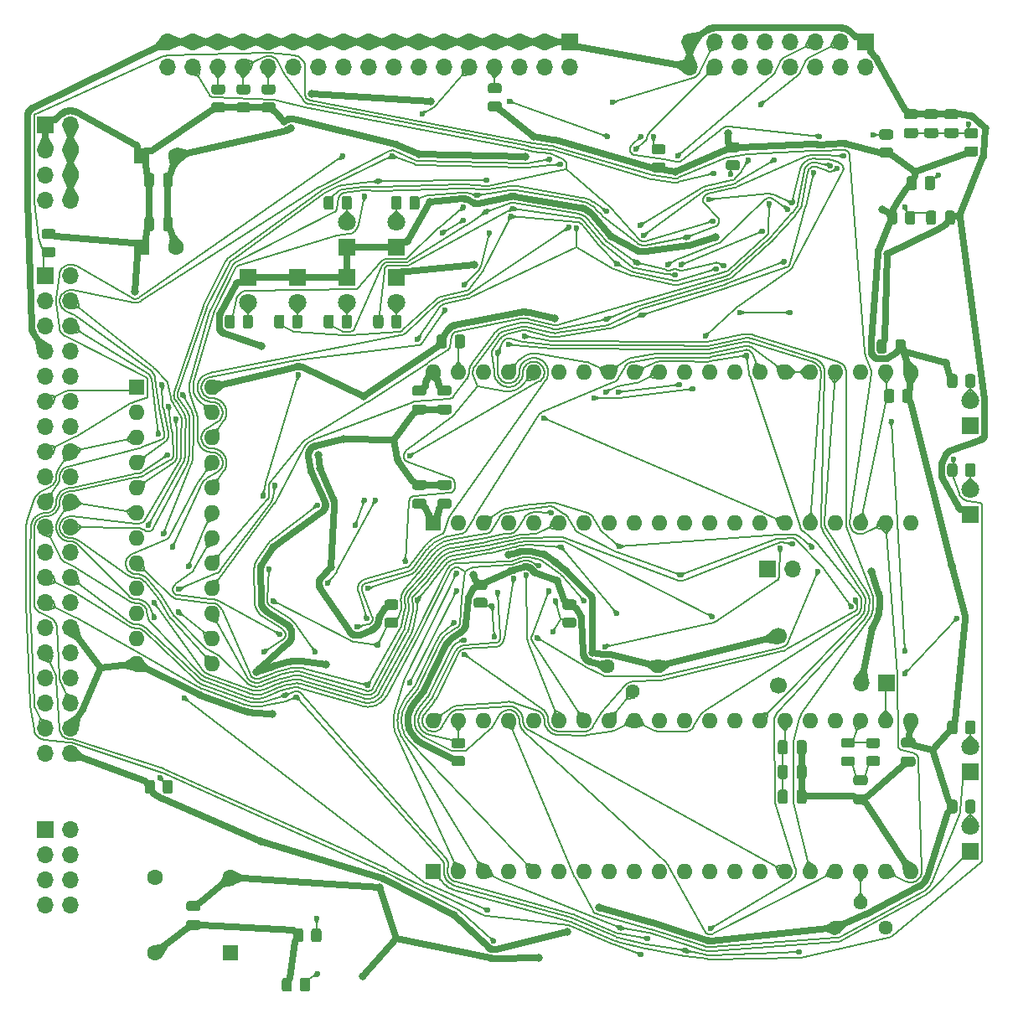
<source format=gbr>
%TF.GenerationSoftware,KiCad,Pcbnew,(5.1.9)-1*%
%TF.CreationDate,2021-11-05T22:54:20-04:00*%
%TF.ProjectId,main,6d61696e-2e6b-4696-9361-645f70636258,rev?*%
%TF.SameCoordinates,Original*%
%TF.FileFunction,Copper,L2,Bot*%
%TF.FilePolarity,Positive*%
%FSLAX46Y46*%
G04 Gerber Fmt 4.6, Leading zero omitted, Abs format (unit mm)*
G04 Created by KiCad (PCBNEW (5.1.9)-1) date 2021-11-05 22:54:20*
%MOMM*%
%LPD*%
G01*
G04 APERTURE LIST*
%TA.AperFunction,ComponentPad*%
%ADD10C,1.700000*%
%TD*%
%TA.AperFunction,ComponentPad*%
%ADD11C,1.800000*%
%TD*%
%TA.AperFunction,ComponentPad*%
%ADD12R,1.800000X1.800000*%
%TD*%
%TA.AperFunction,ComponentPad*%
%ADD13C,1.440000*%
%TD*%
%TA.AperFunction,ComponentPad*%
%ADD14O,1.700000X1.700000*%
%TD*%
%TA.AperFunction,ComponentPad*%
%ADD15R,1.700000X1.700000*%
%TD*%
%TA.AperFunction,ComponentPad*%
%ADD16C,1.600000*%
%TD*%
%TA.AperFunction,ComponentPad*%
%ADD17R,1.600000X1.600000*%
%TD*%
%TA.AperFunction,ComponentPad*%
%ADD18O,1.600000X1.600000*%
%TD*%
%TA.AperFunction,ViaPad*%
%ADD19C,0.800000*%
%TD*%
%TA.AperFunction,ViaPad*%
%ADD20C,0.600000*%
%TD*%
%TA.AperFunction,Conductor*%
%ADD21C,0.700000*%
%TD*%
%TA.AperFunction,Conductor*%
%ADD22C,0.200000*%
%TD*%
G04 APERTURE END LIST*
%TO.P,C46,2*%
%TO.N,GND*%
%TA.AperFunction,SMDPad,CuDef*%
G36*
G01*
X110474300Y-30033900D02*
X109524300Y-30033900D01*
G75*
G02*
X109274300Y-29783900I0J250000D01*
G01*
X109274300Y-29283900D01*
G75*
G02*
X109524300Y-29033900I250000J0D01*
G01*
X110474300Y-29033900D01*
G75*
G02*
X110724300Y-29283900I0J-250000D01*
G01*
X110724300Y-29783900D01*
G75*
G02*
X110474300Y-30033900I-250000J0D01*
G01*
G37*
%TD.AperFunction*%
%TO.P,C46,1*%
%TO.N,Net-(C45-Pad1)*%
%TA.AperFunction,SMDPad,CuDef*%
G36*
G01*
X110474300Y-31933900D02*
X109524300Y-31933900D01*
G75*
G02*
X109274300Y-31683900I0J250000D01*
G01*
X109274300Y-31183900D01*
G75*
G02*
X109524300Y-30933900I250000J0D01*
G01*
X110474300Y-30933900D01*
G75*
G02*
X110724300Y-31183900I0J-250000D01*
G01*
X110724300Y-31683900D01*
G75*
G02*
X110474300Y-31933900I-250000J0D01*
G01*
G37*
%TD.AperFunction*%
%TD*%
%TO.P,C45,2*%
%TO.N,GND*%
%TA.AperFunction,SMDPad,CuDef*%
G36*
G01*
X114563400Y-30036900D02*
X113613400Y-30036900D01*
G75*
G02*
X113363400Y-29786900I0J250000D01*
G01*
X113363400Y-29286900D01*
G75*
G02*
X113613400Y-29036900I250000J0D01*
G01*
X114563400Y-29036900D01*
G75*
G02*
X114813400Y-29286900I0J-250000D01*
G01*
X114813400Y-29786900D01*
G75*
G02*
X114563400Y-30036900I-250000J0D01*
G01*
G37*
%TD.AperFunction*%
%TO.P,C45,1*%
%TO.N,Net-(C45-Pad1)*%
%TA.AperFunction,SMDPad,CuDef*%
G36*
G01*
X114563400Y-31936900D02*
X113613400Y-31936900D01*
G75*
G02*
X113363400Y-31686900I0J250000D01*
G01*
X113363400Y-31186900D01*
G75*
G02*
X113613400Y-30936900I250000J0D01*
G01*
X114563400Y-30936900D01*
G75*
G02*
X114813400Y-31186900I0J-250000D01*
G01*
X114813400Y-31686900D01*
G75*
G02*
X114563400Y-31936900I-250000J0D01*
G01*
G37*
%TD.AperFunction*%
%TD*%
D10*
%TO.P,C44,2*%
%TO.N,GND*%
X96600000Y-82300000D03*
%TO.P,C44,1*%
%TO.N,Net-(C12-Pad2)*%
X96600000Y-87300000D03*
%TD*%
%TO.P,C42,2*%
%TO.N,GND*%
%TA.AperFunction,SMDPad,CuDef*%
G36*
G01*
X109253000Y-94430000D02*
X110203000Y-94430000D01*
G75*
G02*
X110453000Y-94680000I0J-250000D01*
G01*
X110453000Y-95180000D01*
G75*
G02*
X110203000Y-95430000I-250000J0D01*
G01*
X109253000Y-95430000D01*
G75*
G02*
X109003000Y-95180000I0J250000D01*
G01*
X109003000Y-94680000D01*
G75*
G02*
X109253000Y-94430000I250000J0D01*
G01*
G37*
%TD.AperFunction*%
%TO.P,C42,1*%
%TO.N,+5V*%
%TA.AperFunction,SMDPad,CuDef*%
G36*
G01*
X109253000Y-92530000D02*
X110203000Y-92530000D01*
G75*
G02*
X110453000Y-92780000I0J-250000D01*
G01*
X110453000Y-93280000D01*
G75*
G02*
X110203000Y-93530000I-250000J0D01*
G01*
X109253000Y-93530000D01*
G75*
G02*
X109003000Y-93280000I0J250000D01*
G01*
X109003000Y-92780000D01*
G75*
G02*
X109253000Y-92530000I250000J0D01*
G01*
G37*
%TD.AperFunction*%
%TD*%
%TO.P,C40,2*%
%TO.N,GND*%
%TA.AperFunction,SMDPad,CuDef*%
G36*
G01*
X107550000Y-52525000D02*
X107550000Y-53475000D01*
G75*
G02*
X107300000Y-53725000I-250000J0D01*
G01*
X106800000Y-53725000D01*
G75*
G02*
X106550000Y-53475000I0J250000D01*
G01*
X106550000Y-52525000D01*
G75*
G02*
X106800000Y-52275000I250000J0D01*
G01*
X107300000Y-52275000D01*
G75*
G02*
X107550000Y-52525000I0J-250000D01*
G01*
G37*
%TD.AperFunction*%
%TO.P,C40,1*%
%TO.N,+5V*%
%TA.AperFunction,SMDPad,CuDef*%
G36*
G01*
X109450000Y-52525000D02*
X109450000Y-53475000D01*
G75*
G02*
X109200000Y-53725000I-250000J0D01*
G01*
X108700000Y-53725000D01*
G75*
G02*
X108450000Y-53475000I0J250000D01*
G01*
X108450000Y-52525000D01*
G75*
G02*
X108700000Y-52275000I250000J0D01*
G01*
X109200000Y-52275000D01*
G75*
G02*
X109450000Y-52525000I0J-250000D01*
G01*
G37*
%TD.AperFunction*%
%TD*%
%TO.P,C33,2*%
%TO.N,GND*%
%TA.AperFunction,SMDPad,CuDef*%
G36*
G01*
X60800000Y-67495000D02*
X59850000Y-67495000D01*
G75*
G02*
X59600000Y-67245000I0J250000D01*
G01*
X59600000Y-66745000D01*
G75*
G02*
X59850000Y-66495000I250000J0D01*
G01*
X60800000Y-66495000D01*
G75*
G02*
X61050000Y-66745000I0J-250000D01*
G01*
X61050000Y-67245000D01*
G75*
G02*
X60800000Y-67495000I-250000J0D01*
G01*
G37*
%TD.AperFunction*%
%TO.P,C33,1*%
%TO.N,-5V*%
%TA.AperFunction,SMDPad,CuDef*%
G36*
G01*
X60800000Y-69395000D02*
X59850000Y-69395000D01*
G75*
G02*
X59600000Y-69145000I0J250000D01*
G01*
X59600000Y-68645000D01*
G75*
G02*
X59850000Y-68395000I250000J0D01*
G01*
X60800000Y-68395000D01*
G75*
G02*
X61050000Y-68645000I0J-250000D01*
G01*
X61050000Y-69145000D01*
G75*
G02*
X60800000Y-69395000I-250000J0D01*
G01*
G37*
%TD.AperFunction*%
%TD*%
%TO.P,C32,2*%
%TO.N,GND*%
%TA.AperFunction,SMDPad,CuDef*%
G36*
G01*
X59850000Y-58870000D02*
X60800000Y-58870000D01*
G75*
G02*
X61050000Y-59120000I0J-250000D01*
G01*
X61050000Y-59620000D01*
G75*
G02*
X60800000Y-59870000I-250000J0D01*
G01*
X59850000Y-59870000D01*
G75*
G02*
X59600000Y-59620000I0J250000D01*
G01*
X59600000Y-59120000D01*
G75*
G02*
X59850000Y-58870000I250000J0D01*
G01*
G37*
%TD.AperFunction*%
%TO.P,C32,1*%
%TO.N,+12V*%
%TA.AperFunction,SMDPad,CuDef*%
G36*
G01*
X59850000Y-56970000D02*
X60800000Y-56970000D01*
G75*
G02*
X61050000Y-57220000I0J-250000D01*
G01*
X61050000Y-57720000D01*
G75*
G02*
X60800000Y-57970000I-250000J0D01*
G01*
X59850000Y-57970000D01*
G75*
G02*
X59600000Y-57720000I0J250000D01*
G01*
X59600000Y-57220000D01*
G75*
G02*
X59850000Y-56970000I250000J0D01*
G01*
G37*
%TD.AperFunction*%
%TD*%
%TO.P,R31,2*%
%TO.N,Net-(D11-Pad2)*%
%TA.AperFunction,SMDPad,CuDef*%
G36*
G01*
X52487500Y-38950002D02*
X52487500Y-38049998D01*
G75*
G02*
X52737498Y-37800000I249998J0D01*
G01*
X53262502Y-37800000D01*
G75*
G02*
X53512500Y-38049998I0J-249998D01*
G01*
X53512500Y-38950002D01*
G75*
G02*
X53262502Y-39200000I-249998J0D01*
G01*
X52737498Y-39200000D01*
G75*
G02*
X52487500Y-38950002I0J249998D01*
G01*
G37*
%TD.AperFunction*%
%TO.P,R31,1*%
%TO.N,FSIDE*%
%TA.AperFunction,SMDPad,CuDef*%
G36*
G01*
X50662500Y-38950002D02*
X50662500Y-38049998D01*
G75*
G02*
X50912498Y-37800000I249998J0D01*
G01*
X51437502Y-37800000D01*
G75*
G02*
X51687500Y-38049998I0J-249998D01*
G01*
X51687500Y-38950002D01*
G75*
G02*
X51437502Y-39200000I-249998J0D01*
G01*
X50912498Y-39200000D01*
G75*
G02*
X50662500Y-38950002I0J249998D01*
G01*
G37*
%TD.AperFunction*%
%TD*%
%TO.P,R30,2*%
%TO.N,Net-(D10-Pad2)*%
%TA.AperFunction,SMDPad,CuDef*%
G36*
G01*
X58512500Y-38049998D02*
X58512500Y-38950002D01*
G75*
G02*
X58262502Y-39200000I-249998J0D01*
G01*
X57737498Y-39200000D01*
G75*
G02*
X57487500Y-38950002I0J249998D01*
G01*
X57487500Y-38049998D01*
G75*
G02*
X57737498Y-37800000I249998J0D01*
G01*
X58262502Y-37800000D01*
G75*
G02*
X58512500Y-38049998I0J-249998D01*
G01*
G37*
%TD.AperFunction*%
%TO.P,R30,1*%
%TO.N,MOTOR*%
%TA.AperFunction,SMDPad,CuDef*%
G36*
G01*
X60337500Y-38049998D02*
X60337500Y-38950002D01*
G75*
G02*
X60087502Y-39200000I-249998J0D01*
G01*
X59562498Y-39200000D01*
G75*
G02*
X59312500Y-38950002I0J249998D01*
G01*
X59312500Y-38049998D01*
G75*
G02*
X59562498Y-37800000I249998J0D01*
G01*
X60087502Y-37800000D01*
G75*
G02*
X60337500Y-38049998I0J-249998D01*
G01*
G37*
%TD.AperFunction*%
%TD*%
%TO.P,R29,2*%
%TO.N,Net-(D9-Pad2)*%
%TA.AperFunction,SMDPad,CuDef*%
G36*
G01*
X57487500Y-50950002D02*
X57487500Y-50049998D01*
G75*
G02*
X57737498Y-49800000I249998J0D01*
G01*
X58262502Y-49800000D01*
G75*
G02*
X58512500Y-50049998I0J-249998D01*
G01*
X58512500Y-50950002D01*
G75*
G02*
X58262502Y-51200000I-249998J0D01*
G01*
X57737498Y-51200000D01*
G75*
G02*
X57487500Y-50950002I0J249998D01*
G01*
G37*
%TD.AperFunction*%
%TO.P,R29,1*%
%TO.N,D3*%
%TA.AperFunction,SMDPad,CuDef*%
G36*
G01*
X55662500Y-50950002D02*
X55662500Y-50049998D01*
G75*
G02*
X55912498Y-49800000I249998J0D01*
G01*
X56437502Y-49800000D01*
G75*
G02*
X56687500Y-50049998I0J-249998D01*
G01*
X56687500Y-50950002D01*
G75*
G02*
X56437502Y-51200000I-249998J0D01*
G01*
X55912498Y-51200000D01*
G75*
G02*
X55662500Y-50950002I0J249998D01*
G01*
G37*
%TD.AperFunction*%
%TD*%
%TO.P,R28,2*%
%TO.N,Net-(D8-Pad2)*%
%TA.AperFunction,SMDPad,CuDef*%
G36*
G01*
X52487500Y-50950002D02*
X52487500Y-50049998D01*
G75*
G02*
X52737498Y-49800000I249998J0D01*
G01*
X53262502Y-49800000D01*
G75*
G02*
X53512500Y-50049998I0J-249998D01*
G01*
X53512500Y-50950002D01*
G75*
G02*
X53262502Y-51200000I-249998J0D01*
G01*
X52737498Y-51200000D01*
G75*
G02*
X52487500Y-50950002I0J249998D01*
G01*
G37*
%TD.AperFunction*%
%TO.P,R28,1*%
%TO.N,D2*%
%TA.AperFunction,SMDPad,CuDef*%
G36*
G01*
X50662500Y-50950002D02*
X50662500Y-50049998D01*
G75*
G02*
X50912498Y-49800000I249998J0D01*
G01*
X51437502Y-49800000D01*
G75*
G02*
X51687500Y-50049998I0J-249998D01*
G01*
X51687500Y-50950002D01*
G75*
G02*
X51437502Y-51200000I-249998J0D01*
G01*
X50912498Y-51200000D01*
G75*
G02*
X50662500Y-50950002I0J249998D01*
G01*
G37*
%TD.AperFunction*%
%TD*%
%TO.P,R27,2*%
%TO.N,Net-(D7-Pad2)*%
%TA.AperFunction,SMDPad,CuDef*%
G36*
G01*
X47487500Y-50950002D02*
X47487500Y-50049998D01*
G75*
G02*
X47737498Y-49800000I249998J0D01*
G01*
X48262502Y-49800000D01*
G75*
G02*
X48512500Y-50049998I0J-249998D01*
G01*
X48512500Y-50950002D01*
G75*
G02*
X48262502Y-51200000I-249998J0D01*
G01*
X47737498Y-51200000D01*
G75*
G02*
X47487500Y-50950002I0J249998D01*
G01*
G37*
%TD.AperFunction*%
%TO.P,R27,1*%
%TO.N,D1*%
%TA.AperFunction,SMDPad,CuDef*%
G36*
G01*
X45662500Y-50950002D02*
X45662500Y-50049998D01*
G75*
G02*
X45912498Y-49800000I249998J0D01*
G01*
X46437502Y-49800000D01*
G75*
G02*
X46687500Y-50049998I0J-249998D01*
G01*
X46687500Y-50950002D01*
G75*
G02*
X46437502Y-51200000I-249998J0D01*
G01*
X45912498Y-51200000D01*
G75*
G02*
X45662500Y-50950002I0J249998D01*
G01*
G37*
%TD.AperFunction*%
%TD*%
%TO.P,R26,2*%
%TO.N,Net-(D6-Pad2)*%
%TA.AperFunction,SMDPad,CuDef*%
G36*
G01*
X42487500Y-50950002D02*
X42487500Y-50049998D01*
G75*
G02*
X42737498Y-49800000I249998J0D01*
G01*
X43262502Y-49800000D01*
G75*
G02*
X43512500Y-50049998I0J-249998D01*
G01*
X43512500Y-50950002D01*
G75*
G02*
X43262502Y-51200000I-249998J0D01*
G01*
X42737498Y-51200000D01*
G75*
G02*
X42487500Y-50950002I0J249998D01*
G01*
G37*
%TD.AperFunction*%
%TO.P,R26,1*%
%TO.N,D0*%
%TA.AperFunction,SMDPad,CuDef*%
G36*
G01*
X40662500Y-50950002D02*
X40662500Y-50049998D01*
G75*
G02*
X40912498Y-49800000I249998J0D01*
G01*
X41437502Y-49800000D01*
G75*
G02*
X41687500Y-50049998I0J-249998D01*
G01*
X41687500Y-50950002D01*
G75*
G02*
X41437502Y-51200000I-249998J0D01*
G01*
X40912498Y-51200000D01*
G75*
G02*
X40662500Y-50950002I0J249998D01*
G01*
G37*
%TD.AperFunction*%
%TD*%
%TO.P,R25,2*%
%TO.N,Net-(D5-Pad2)*%
%TA.AperFunction,SMDPad,CuDef*%
G36*
G01*
X115488000Y-65950002D02*
X115488000Y-65049998D01*
G75*
G02*
X115737998Y-64800000I249998J0D01*
G01*
X116263002Y-64800000D01*
G75*
G02*
X116513000Y-65049998I0J-249998D01*
G01*
X116513000Y-65950002D01*
G75*
G02*
X116263002Y-66200000I-249998J0D01*
G01*
X115737998Y-66200000D01*
G75*
G02*
X115488000Y-65950002I0J249998D01*
G01*
G37*
%TD.AperFunction*%
%TO.P,R25,1*%
%TO.N,CENP*%
%TA.AperFunction,SMDPad,CuDef*%
G36*
G01*
X113663000Y-65950002D02*
X113663000Y-65049998D01*
G75*
G02*
X113912998Y-64800000I249998J0D01*
G01*
X114438002Y-64800000D01*
G75*
G02*
X114688000Y-65049998I0J-249998D01*
G01*
X114688000Y-65950002D01*
G75*
G02*
X114438002Y-66200000I-249998J0D01*
G01*
X113912998Y-66200000D01*
G75*
G02*
X113663000Y-65950002I0J249998D01*
G01*
G37*
%TD.AperFunction*%
%TD*%
%TO.P,R24,2*%
%TO.N,Net-(D4-Pad2)*%
%TA.AperFunction,SMDPad,CuDef*%
G36*
G01*
X115488000Y-91950002D02*
X115488000Y-91049998D01*
G75*
G02*
X115737998Y-90800000I249998J0D01*
G01*
X116263002Y-90800000D01*
G75*
G02*
X116513000Y-91049998I0J-249998D01*
G01*
X116513000Y-91950002D01*
G75*
G02*
X116263002Y-92200000I-249998J0D01*
G01*
X115737998Y-92200000D01*
G75*
G02*
X115488000Y-91950002I0J249998D01*
G01*
G37*
%TD.AperFunction*%
%TO.P,R24,1*%
%TO.N,+5V*%
%TA.AperFunction,SMDPad,CuDef*%
G36*
G01*
X113663000Y-91950002D02*
X113663000Y-91049998D01*
G75*
G02*
X113912998Y-90800000I249998J0D01*
G01*
X114438002Y-90800000D01*
G75*
G02*
X114688000Y-91049998I0J-249998D01*
G01*
X114688000Y-91950002D01*
G75*
G02*
X114438002Y-92200000I-249998J0D01*
G01*
X113912998Y-92200000D01*
G75*
G02*
X113663000Y-91950002I0J249998D01*
G01*
G37*
%TD.AperFunction*%
%TD*%
%TO.P,R22,2*%
%TO.N,Net-(D3-Pad2)*%
%TA.AperFunction,SMDPad,CuDef*%
G36*
G01*
X115488000Y-56950002D02*
X115488000Y-56049998D01*
G75*
G02*
X115737998Y-55800000I249998J0D01*
G01*
X116263002Y-55800000D01*
G75*
G02*
X116513000Y-56049998I0J-249998D01*
G01*
X116513000Y-56950002D01*
G75*
G02*
X116263002Y-57200000I-249998J0D01*
G01*
X115737998Y-57200000D01*
G75*
G02*
X115488000Y-56950002I0J249998D01*
G01*
G37*
%TD.AperFunction*%
%TO.P,R22,1*%
%TO.N,+5V*%
%TA.AperFunction,SMDPad,CuDef*%
G36*
G01*
X113663000Y-56950002D02*
X113663000Y-56049998D01*
G75*
G02*
X113912998Y-55800000I249998J0D01*
G01*
X114438002Y-55800000D01*
G75*
G02*
X114688000Y-56049998I0J-249998D01*
G01*
X114688000Y-56950002D01*
G75*
G02*
X114438002Y-57200000I-249998J0D01*
G01*
X113912998Y-57200000D01*
G75*
G02*
X113663000Y-56950002I0J249998D01*
G01*
G37*
%TD.AperFunction*%
%TD*%
%TO.P,R21,2*%
%TO.N,Net-(D2-Pad2)*%
%TA.AperFunction,SMDPad,CuDef*%
G36*
G01*
X115488000Y-99950002D02*
X115488000Y-99049998D01*
G75*
G02*
X115737998Y-98800000I249998J0D01*
G01*
X116263002Y-98800000D01*
G75*
G02*
X116513000Y-99049998I0J-249998D01*
G01*
X116513000Y-99950002D01*
G75*
G02*
X116263002Y-100200000I-249998J0D01*
G01*
X115737998Y-100200000D01*
G75*
G02*
X115488000Y-99950002I0J249998D01*
G01*
G37*
%TD.AperFunction*%
%TO.P,R21,1*%
%TO.N,+5V*%
%TA.AperFunction,SMDPad,CuDef*%
G36*
G01*
X113663000Y-99950002D02*
X113663000Y-99049998D01*
G75*
G02*
X113912998Y-98800000I249998J0D01*
G01*
X114438002Y-98800000D01*
G75*
G02*
X114688000Y-99049998I0J-249998D01*
G01*
X114688000Y-99950002D01*
G75*
G02*
X114438002Y-100200000I-249998J0D01*
G01*
X113912998Y-100200000D01*
G75*
G02*
X113663000Y-99950002I0J249998D01*
G01*
G37*
%TD.AperFunction*%
%TD*%
D11*
%TO.P,D11,2*%
%TO.N,Net-(D11-Pad2)*%
X53000000Y-40460000D03*
D12*
%TO.P,D11,1*%
%TO.N,GND*%
X53000000Y-43000000D03*
%TD*%
D11*
%TO.P,D10,2*%
%TO.N,Net-(D10-Pad2)*%
X58000000Y-40460000D03*
D12*
%TO.P,D10,1*%
%TO.N,GND*%
X58000000Y-43000000D03*
%TD*%
D11*
%TO.P,D9,2*%
%TO.N,Net-(D9-Pad2)*%
X58000000Y-48540000D03*
D12*
%TO.P,D9,1*%
%TO.N,GND*%
X58000000Y-46000000D03*
%TD*%
D11*
%TO.P,D8,2*%
%TO.N,Net-(D8-Pad2)*%
X53000000Y-48540000D03*
D12*
%TO.P,D8,1*%
%TO.N,GND*%
X53000000Y-46000000D03*
%TD*%
D11*
%TO.P,D7,2*%
%TO.N,Net-(D7-Pad2)*%
X48000000Y-48540000D03*
D12*
%TO.P,D7,1*%
%TO.N,GND*%
X48000000Y-46000000D03*
%TD*%
D11*
%TO.P,D6,2*%
%TO.N,Net-(D6-Pad2)*%
X43000000Y-48540000D03*
D12*
%TO.P,D6,1*%
%TO.N,GND*%
X43000000Y-46000000D03*
%TD*%
D11*
%TO.P,D5,2*%
%TO.N,Net-(D5-Pad2)*%
X116000000Y-67460000D03*
D12*
%TO.P,D5,1*%
%TO.N,GND*%
X116000000Y-70000000D03*
%TD*%
D11*
%TO.P,D4,2*%
%TO.N,Net-(D4-Pad2)*%
X116000000Y-93460000D03*
D12*
%TO.P,D4,1*%
%TO.N,~CDDEN~*%
X116000000Y-96000000D03*
%TD*%
D11*
%TO.P,D3,2*%
%TO.N,Net-(D3-Pad2)*%
X116000000Y-58460000D03*
D12*
%TO.P,D3,1*%
%TO.N,~1771~*%
X116000000Y-61000000D03*
%TD*%
D11*
%TO.P,D2,2*%
%TO.N,Net-(D2-Pad2)*%
X116000000Y-101460000D03*
D12*
%TO.P,D2,1*%
%TO.N,~2793~*%
X116000000Y-104000000D03*
%TD*%
%TO.P,C31,2*%
%TO.N,GND*%
%TA.AperFunction,SMDPad,CuDef*%
G36*
G01*
X63340000Y-67495000D02*
X62390000Y-67495000D01*
G75*
G02*
X62140000Y-67245000I0J250000D01*
G01*
X62140000Y-66745000D01*
G75*
G02*
X62390000Y-66495000I250000J0D01*
G01*
X63340000Y-66495000D01*
G75*
G02*
X63590000Y-66745000I0J-250000D01*
G01*
X63590000Y-67245000D01*
G75*
G02*
X63340000Y-67495000I-250000J0D01*
G01*
G37*
%TD.AperFunction*%
%TO.P,C31,1*%
%TO.N,-5V*%
%TA.AperFunction,SMDPad,CuDef*%
G36*
G01*
X63340000Y-69395000D02*
X62390000Y-69395000D01*
G75*
G02*
X62140000Y-69145000I0J250000D01*
G01*
X62140000Y-68645000D01*
G75*
G02*
X62390000Y-68395000I250000J0D01*
G01*
X63340000Y-68395000D01*
G75*
G02*
X63590000Y-68645000I0J-250000D01*
G01*
X63590000Y-69145000D01*
G75*
G02*
X63340000Y-69395000I-250000J0D01*
G01*
G37*
%TD.AperFunction*%
%TD*%
%TO.P,C30,2*%
%TO.N,GND*%
%TA.AperFunction,SMDPad,CuDef*%
G36*
G01*
X62390000Y-58870000D02*
X63340000Y-58870000D01*
G75*
G02*
X63590000Y-59120000I0J-250000D01*
G01*
X63590000Y-59620000D01*
G75*
G02*
X63340000Y-59870000I-250000J0D01*
G01*
X62390000Y-59870000D01*
G75*
G02*
X62140000Y-59620000I0J250000D01*
G01*
X62140000Y-59120000D01*
G75*
G02*
X62390000Y-58870000I250000J0D01*
G01*
G37*
%TD.AperFunction*%
%TO.P,C30,1*%
%TO.N,+12V*%
%TA.AperFunction,SMDPad,CuDef*%
G36*
G01*
X62390000Y-56970000D02*
X63340000Y-56970000D01*
G75*
G02*
X63590000Y-57220000I0J-250000D01*
G01*
X63590000Y-57720000D01*
G75*
G02*
X63340000Y-57970000I-250000J0D01*
G01*
X62390000Y-57970000D01*
G75*
G02*
X62140000Y-57720000I0J250000D01*
G01*
X62140000Y-57220000D01*
G75*
G02*
X62390000Y-56970000I250000J0D01*
G01*
G37*
%TD.AperFunction*%
%TD*%
%TO.P,R23,2*%
%TO.N,Net-(R23-Pad2)*%
%TA.AperFunction,SMDPad,CuDef*%
G36*
G01*
X75049998Y-80400000D02*
X75950002Y-80400000D01*
G75*
G02*
X76200000Y-80649998I0J-249998D01*
G01*
X76200000Y-81175002D01*
G75*
G02*
X75950002Y-81425000I-249998J0D01*
G01*
X75049998Y-81425000D01*
G75*
G02*
X74800000Y-81175002I0J249998D01*
G01*
X74800000Y-80649998D01*
G75*
G02*
X75049998Y-80400000I249998J0D01*
G01*
G37*
%TD.AperFunction*%
%TO.P,R23,1*%
%TO.N,+5V*%
%TA.AperFunction,SMDPad,CuDef*%
G36*
G01*
X75049998Y-78575000D02*
X75950002Y-78575000D01*
G75*
G02*
X76200000Y-78824998I0J-249998D01*
G01*
X76200000Y-79350002D01*
G75*
G02*
X75950002Y-79600000I-249998J0D01*
G01*
X75049998Y-79600000D01*
G75*
G02*
X74800000Y-79350002I0J249998D01*
G01*
X74800000Y-78824998D01*
G75*
G02*
X75049998Y-78575000I249998J0D01*
G01*
G37*
%TD.AperFunction*%
%TD*%
%TO.P,R20,2*%
%TO.N,Net-(J2-Pad30)*%
%TA.AperFunction,SMDPad,CuDef*%
G36*
G01*
X40455002Y-27540000D02*
X39554998Y-27540000D01*
G75*
G02*
X39305000Y-27290002I0J249998D01*
G01*
X39305000Y-26764998D01*
G75*
G02*
X39554998Y-26515000I249998J0D01*
G01*
X40455002Y-26515000D01*
G75*
G02*
X40705000Y-26764998I0J-249998D01*
G01*
X40705000Y-27290002D01*
G75*
G02*
X40455002Y-27540000I-249998J0D01*
G01*
G37*
%TD.AperFunction*%
%TO.P,R20,1*%
%TO.N,+5V*%
%TA.AperFunction,SMDPad,CuDef*%
G36*
G01*
X40455002Y-29365000D02*
X39554998Y-29365000D01*
G75*
G02*
X39305000Y-29115002I0J249998D01*
G01*
X39305000Y-28589998D01*
G75*
G02*
X39554998Y-28340000I249998J0D01*
G01*
X40455002Y-28340000D01*
G75*
G02*
X40705000Y-28589998I0J-249998D01*
G01*
X40705000Y-29115002D01*
G75*
G02*
X40455002Y-29365000I-249998J0D01*
G01*
G37*
%TD.AperFunction*%
%TD*%
%TO.P,R19,2*%
%TO.N,Net-(J2-Pad28)*%
%TA.AperFunction,SMDPad,CuDef*%
G36*
G01*
X42995002Y-27540000D02*
X42094998Y-27540000D01*
G75*
G02*
X41845000Y-27290002I0J249998D01*
G01*
X41845000Y-26764998D01*
G75*
G02*
X42094998Y-26515000I249998J0D01*
G01*
X42995002Y-26515000D01*
G75*
G02*
X43245000Y-26764998I0J-249998D01*
G01*
X43245000Y-27290002D01*
G75*
G02*
X42995002Y-27540000I-249998J0D01*
G01*
G37*
%TD.AperFunction*%
%TO.P,R19,1*%
%TO.N,+5V*%
%TA.AperFunction,SMDPad,CuDef*%
G36*
G01*
X42995002Y-29365000D02*
X42094998Y-29365000D01*
G75*
G02*
X41845000Y-29115002I0J249998D01*
G01*
X41845000Y-28589998D01*
G75*
G02*
X42094998Y-28340000I249998J0D01*
G01*
X42995002Y-28340000D01*
G75*
G02*
X43245000Y-28589998I0J-249998D01*
G01*
X43245000Y-29115002D01*
G75*
G02*
X42995002Y-29365000I-249998J0D01*
G01*
G37*
%TD.AperFunction*%
%TD*%
%TO.P,R18,2*%
%TO.N,Net-(J2-Pad26)*%
%TA.AperFunction,SMDPad,CuDef*%
G36*
G01*
X45535002Y-27540000D02*
X44634998Y-27540000D01*
G75*
G02*
X44385000Y-27290002I0J249998D01*
G01*
X44385000Y-26764998D01*
G75*
G02*
X44634998Y-26515000I249998J0D01*
G01*
X45535002Y-26515000D01*
G75*
G02*
X45785000Y-26764998I0J-249998D01*
G01*
X45785000Y-27290002D01*
G75*
G02*
X45535002Y-27540000I-249998J0D01*
G01*
G37*
%TD.AperFunction*%
%TO.P,R18,1*%
%TO.N,+5V*%
%TA.AperFunction,SMDPad,CuDef*%
G36*
G01*
X45535002Y-29365000D02*
X44634998Y-29365000D01*
G75*
G02*
X44385000Y-29115002I0J249998D01*
G01*
X44385000Y-28589998D01*
G75*
G02*
X44634998Y-28340000I249998J0D01*
G01*
X45535002Y-28340000D01*
G75*
G02*
X45785000Y-28589998I0J-249998D01*
G01*
X45785000Y-29115002D01*
G75*
G02*
X45535002Y-29365000I-249998J0D01*
G01*
G37*
%TD.AperFunction*%
%TD*%
%TO.P,R17,2*%
%TO.N,Net-(J2-Pad8)*%
%TA.AperFunction,SMDPad,CuDef*%
G36*
G01*
X68395002Y-27436500D02*
X67494998Y-27436500D01*
G75*
G02*
X67245000Y-27186502I0J249998D01*
G01*
X67245000Y-26661498D01*
G75*
G02*
X67494998Y-26411500I249998J0D01*
G01*
X68395002Y-26411500D01*
G75*
G02*
X68645000Y-26661498I0J-249998D01*
G01*
X68645000Y-27186502D01*
G75*
G02*
X68395002Y-27436500I-249998J0D01*
G01*
G37*
%TD.AperFunction*%
%TO.P,R17,1*%
%TO.N,+5V*%
%TA.AperFunction,SMDPad,CuDef*%
G36*
G01*
X68395002Y-29261500D02*
X67494998Y-29261500D01*
G75*
G02*
X67245000Y-29011502I0J249998D01*
G01*
X67245000Y-28486498D01*
G75*
G02*
X67494998Y-28236500I249998J0D01*
G01*
X68395002Y-28236500D01*
G75*
G02*
X68645000Y-28486498I0J-249998D01*
G01*
X68645000Y-29011502D01*
G75*
G02*
X68395002Y-29261500I-249998J0D01*
G01*
G37*
%TD.AperFunction*%
%TD*%
%TO.P,R12,2*%
%TO.N,Net-(R12-Pad2)*%
%TA.AperFunction,SMDPad,CuDef*%
G36*
G01*
X66049998Y-78400000D02*
X66950002Y-78400000D01*
G75*
G02*
X67200000Y-78649998I0J-249998D01*
G01*
X67200000Y-79175002D01*
G75*
G02*
X66950002Y-79425000I-249998J0D01*
G01*
X66049998Y-79425000D01*
G75*
G02*
X65800000Y-79175002I0J249998D01*
G01*
X65800000Y-78649998D01*
G75*
G02*
X66049998Y-78400000I249998J0D01*
G01*
G37*
%TD.AperFunction*%
%TO.P,R12,1*%
%TO.N,+5V*%
%TA.AperFunction,SMDPad,CuDef*%
G36*
G01*
X66049998Y-76575000D02*
X66950002Y-76575000D01*
G75*
G02*
X67200000Y-76824998I0J-249998D01*
G01*
X67200000Y-77350002D01*
G75*
G02*
X66950002Y-77600000I-249998J0D01*
G01*
X66049998Y-77600000D01*
G75*
G02*
X65800000Y-77350002I0J249998D01*
G01*
X65800000Y-76824998D01*
G75*
G02*
X66049998Y-76575000I249998J0D01*
G01*
G37*
%TD.AperFunction*%
%TD*%
D13*
%TO.P,RV2,3*%
%TO.N,+5V*%
X79375000Y-85344000D03*
%TO.P,RV2,2*%
%TO.N,Net-(RV2-Pad2)*%
X81915000Y-87884000D03*
%TO.P,RV2,1*%
%TO.N,GND*%
X84455000Y-85344000D03*
%TD*%
%TO.P,RV1,3*%
%TO.N,GND*%
X107442000Y-111760000D03*
%TO.P,RV1,2*%
%TO.N,Net-(RV1-Pad2)*%
X104902000Y-109220000D03*
%TO.P,RV1,1*%
%TO.N,+5V*%
X102362000Y-111760000D03*
%TD*%
%TO.P,C14,2*%
%TO.N,Net-(C12-Pad2)*%
%TA.AperFunction,SMDPad,CuDef*%
G36*
G01*
X97550000Y-98025000D02*
X97550000Y-98975000D01*
G75*
G02*
X97300000Y-99225000I-250000J0D01*
G01*
X96800000Y-99225000D01*
G75*
G02*
X96550000Y-98975000I0J250000D01*
G01*
X96550000Y-98025000D01*
G75*
G02*
X96800000Y-97775000I250000J0D01*
G01*
X97300000Y-97775000D01*
G75*
G02*
X97550000Y-98025000I0J-250000D01*
G01*
G37*
%TD.AperFunction*%
%TO.P,C14,1*%
%TO.N,GND*%
%TA.AperFunction,SMDPad,CuDef*%
G36*
G01*
X99450000Y-98025000D02*
X99450000Y-98975000D01*
G75*
G02*
X99200000Y-99225000I-250000J0D01*
G01*
X98700000Y-99225000D01*
G75*
G02*
X98450000Y-98975000I0J250000D01*
G01*
X98450000Y-98025000D01*
G75*
G02*
X98700000Y-97775000I250000J0D01*
G01*
X99200000Y-97775000D01*
G75*
G02*
X99450000Y-98025000I0J-250000D01*
G01*
G37*
%TD.AperFunction*%
%TD*%
%TO.P,C13,2*%
%TO.N,Net-(C12-Pad2)*%
%TA.AperFunction,SMDPad,CuDef*%
G36*
G01*
X97550000Y-93025000D02*
X97550000Y-93975000D01*
G75*
G02*
X97300000Y-94225000I-250000J0D01*
G01*
X96800000Y-94225000D01*
G75*
G02*
X96550000Y-93975000I0J250000D01*
G01*
X96550000Y-93025000D01*
G75*
G02*
X96800000Y-92775000I250000J0D01*
G01*
X97300000Y-92775000D01*
G75*
G02*
X97550000Y-93025000I0J-250000D01*
G01*
G37*
%TD.AperFunction*%
%TO.P,C13,1*%
%TO.N,GND*%
%TA.AperFunction,SMDPad,CuDef*%
G36*
G01*
X99450000Y-93025000D02*
X99450000Y-93975000D01*
G75*
G02*
X99200000Y-94225000I-250000J0D01*
G01*
X98700000Y-94225000D01*
G75*
G02*
X98450000Y-93975000I0J250000D01*
G01*
X98450000Y-93025000D01*
G75*
G02*
X98700000Y-92775000I250000J0D01*
G01*
X99200000Y-92775000D01*
G75*
G02*
X99450000Y-93025000I0J-250000D01*
G01*
G37*
%TD.AperFunction*%
%TD*%
%TO.P,C12,2*%
%TO.N,Net-(C12-Pad2)*%
%TA.AperFunction,SMDPad,CuDef*%
G36*
G01*
X97550000Y-95525000D02*
X97550000Y-96475000D01*
G75*
G02*
X97300000Y-96725000I-250000J0D01*
G01*
X96800000Y-96725000D01*
G75*
G02*
X96550000Y-96475000I0J250000D01*
G01*
X96550000Y-95525000D01*
G75*
G02*
X96800000Y-95275000I250000J0D01*
G01*
X97300000Y-95275000D01*
G75*
G02*
X97550000Y-95525000I0J-250000D01*
G01*
G37*
%TD.AperFunction*%
%TO.P,C12,1*%
%TO.N,GND*%
%TA.AperFunction,SMDPad,CuDef*%
G36*
G01*
X99450000Y-95525000D02*
X99450000Y-96475000D01*
G75*
G02*
X99200000Y-96725000I-250000J0D01*
G01*
X98700000Y-96725000D01*
G75*
G02*
X98450000Y-96475000I0J250000D01*
G01*
X98450000Y-95525000D01*
G75*
G02*
X98700000Y-95275000I250000J0D01*
G01*
X99200000Y-95275000D01*
G75*
G02*
X99450000Y-95525000I0J-250000D01*
G01*
G37*
%TD.AperFunction*%
%TD*%
%TO.P,R11,2*%
%TO.N,Net-(D1-Pad2)*%
%TA.AperFunction,SMDPad,CuDef*%
G36*
G01*
X106622002Y-93580000D02*
X105721998Y-93580000D01*
G75*
G02*
X105472000Y-93330002I0J249998D01*
G01*
X105472000Y-92804998D01*
G75*
G02*
X105721998Y-92555000I249998J0D01*
G01*
X106622002Y-92555000D01*
G75*
G02*
X106872000Y-92804998I0J-249998D01*
G01*
X106872000Y-93330002D01*
G75*
G02*
X106622002Y-93580000I-249998J0D01*
G01*
G37*
%TD.AperFunction*%
%TO.P,R11,1*%
%TO.N,Net-(C9-Pad2)*%
%TA.AperFunction,SMDPad,CuDef*%
G36*
G01*
X106622002Y-95405000D02*
X105721998Y-95405000D01*
G75*
G02*
X105472000Y-95155002I0J249998D01*
G01*
X105472000Y-94629998D01*
G75*
G02*
X105721998Y-94380000I249998J0D01*
G01*
X106622002Y-94380000D01*
G75*
G02*
X106872000Y-94629998I0J-249998D01*
G01*
X106872000Y-95155002D01*
G75*
G02*
X106622002Y-95405000I-249998J0D01*
G01*
G37*
%TD.AperFunction*%
%TD*%
%TO.P,R8,2*%
%TO.N,Net-(R8-Pad2)*%
%TA.AperFunction,SMDPad,CuDef*%
G36*
G01*
X64712002Y-93600000D02*
X63811998Y-93600000D01*
G75*
G02*
X63562000Y-93350002I0J249998D01*
G01*
X63562000Y-92824998D01*
G75*
G02*
X63811998Y-92575000I249998J0D01*
G01*
X64712002Y-92575000D01*
G75*
G02*
X64962000Y-92824998I0J-249998D01*
G01*
X64962000Y-93350002D01*
G75*
G02*
X64712002Y-93600000I-249998J0D01*
G01*
G37*
%TD.AperFunction*%
%TO.P,R8,1*%
%TO.N,+5V*%
%TA.AperFunction,SMDPad,CuDef*%
G36*
G01*
X64712002Y-95425000D02*
X63811998Y-95425000D01*
G75*
G02*
X63562000Y-95175002I0J249998D01*
G01*
X63562000Y-94649998D01*
G75*
G02*
X63811998Y-94400000I249998J0D01*
G01*
X64712002Y-94400000D01*
G75*
G02*
X64962000Y-94649998I0J-249998D01*
G01*
X64962000Y-95175002D01*
G75*
G02*
X64712002Y-95425000I-249998J0D01*
G01*
G37*
%TD.AperFunction*%
%TD*%
%TO.P,R3,2*%
%TO.N,Net-(R3-Pad2)*%
%TA.AperFunction,SMDPad,CuDef*%
G36*
G01*
X63900000Y-52950002D02*
X63900000Y-52049998D01*
G75*
G02*
X64149998Y-51800000I249998J0D01*
G01*
X64675002Y-51800000D01*
G75*
G02*
X64925000Y-52049998I0J-249998D01*
G01*
X64925000Y-52950002D01*
G75*
G02*
X64675002Y-53200000I-249998J0D01*
G01*
X64149998Y-53200000D01*
G75*
G02*
X63900000Y-52950002I0J249998D01*
G01*
G37*
%TD.AperFunction*%
%TO.P,R3,1*%
%TO.N,+5V*%
%TA.AperFunction,SMDPad,CuDef*%
G36*
G01*
X62075000Y-52950002D02*
X62075000Y-52049998D01*
G75*
G02*
X62324998Y-51800000I249998J0D01*
G01*
X62850002Y-51800000D01*
G75*
G02*
X63100000Y-52049998I0J-249998D01*
G01*
X63100000Y-52950002D01*
G75*
G02*
X62850002Y-53200000I-249998J0D01*
G01*
X62324998Y-53200000D01*
G75*
G02*
X62075000Y-52950002I0J249998D01*
G01*
G37*
%TD.AperFunction*%
%TD*%
%TO.P,R14,2*%
%TO.N,Net-(R14-Pad2)*%
%TA.AperFunction,SMDPad,CuDef*%
G36*
G01*
X84950002Y-33600000D02*
X84049998Y-33600000D01*
G75*
G02*
X83800000Y-33350002I0J249998D01*
G01*
X83800000Y-32824998D01*
G75*
G02*
X84049998Y-32575000I249998J0D01*
G01*
X84950002Y-32575000D01*
G75*
G02*
X85200000Y-32824998I0J-249998D01*
G01*
X85200000Y-33350002D01*
G75*
G02*
X84950002Y-33600000I-249998J0D01*
G01*
G37*
%TD.AperFunction*%
%TO.P,R14,1*%
%TO.N,+5V*%
%TA.AperFunction,SMDPad,CuDef*%
G36*
G01*
X84950002Y-35425000D02*
X84049998Y-35425000D01*
G75*
G02*
X83800000Y-35175002I0J249998D01*
G01*
X83800000Y-34649998D01*
G75*
G02*
X84049998Y-34400000I249998J0D01*
G01*
X84950002Y-34400000D01*
G75*
G02*
X85200000Y-34649998I0J-249998D01*
G01*
X85200000Y-35175002D01*
G75*
G02*
X84950002Y-35425000I-249998J0D01*
G01*
G37*
%TD.AperFunction*%
%TD*%
D14*
%TO.P,JP2,2*%
%TO.N,GND*%
X104960000Y-87000000D03*
D15*
%TO.P,JP2,1*%
%TO.N,Net-(JP2-Pad1)*%
X107500000Y-87000000D03*
%TD*%
%TO.P,D1,2*%
%TO.N,Net-(D1-Pad2)*%
%TA.AperFunction,SMDPad,CuDef*%
G36*
G01*
X104088250Y-93530000D02*
X103175750Y-93530000D01*
G75*
G02*
X102932000Y-93286250I0J243750D01*
G01*
X102932000Y-92798750D01*
G75*
G02*
X103175750Y-92555000I243750J0D01*
G01*
X104088250Y-92555000D01*
G75*
G02*
X104332000Y-92798750I0J-243750D01*
G01*
X104332000Y-93286250D01*
G75*
G02*
X104088250Y-93530000I-243750J0D01*
G01*
G37*
%TD.AperFunction*%
%TO.P,D1,1*%
%TO.N,Net-(C9-Pad2)*%
%TA.AperFunction,SMDPad,CuDef*%
G36*
G01*
X104088250Y-95405000D02*
X103175750Y-95405000D01*
G75*
G02*
X102932000Y-95161250I0J243750D01*
G01*
X102932000Y-94673750D01*
G75*
G02*
X103175750Y-94430000I243750J0D01*
G01*
X104088250Y-94430000D01*
G75*
G02*
X104332000Y-94673750I0J-243750D01*
G01*
X104332000Y-95161250D01*
G75*
G02*
X104088250Y-95405000I-243750J0D01*
G01*
G37*
%TD.AperFunction*%
%TD*%
%TO.P,C9,2*%
%TO.N,Net-(C9-Pad2)*%
%TA.AperFunction,SMDPad,CuDef*%
G36*
G01*
X105377000Y-97340000D02*
X104427000Y-97340000D01*
G75*
G02*
X104177000Y-97090000I0J250000D01*
G01*
X104177000Y-96590000D01*
G75*
G02*
X104427000Y-96340000I250000J0D01*
G01*
X105377000Y-96340000D01*
G75*
G02*
X105627000Y-96590000I0J-250000D01*
G01*
X105627000Y-97090000D01*
G75*
G02*
X105377000Y-97340000I-250000J0D01*
G01*
G37*
%TD.AperFunction*%
%TO.P,C9,1*%
%TO.N,GND*%
%TA.AperFunction,SMDPad,CuDef*%
G36*
G01*
X105377000Y-99240000D02*
X104427000Y-99240000D01*
G75*
G02*
X104177000Y-98990000I0J250000D01*
G01*
X104177000Y-98490000D01*
G75*
G02*
X104427000Y-98240000I250000J0D01*
G01*
X105377000Y-98240000D01*
G75*
G02*
X105627000Y-98490000I0J-250000D01*
G01*
X105627000Y-98990000D01*
G75*
G02*
X105377000Y-99240000I-250000J0D01*
G01*
G37*
%TD.AperFunction*%
%TD*%
D16*
%TO.P,X1,4*%
%TO.N,GND*%
X41275000Y-106680000D03*
%TO.P,X1,5*%
%TO.N,4MHz*%
X33655000Y-106680000D03*
%TO.P,X1,8*%
%TO.N,+5V*%
X33655000Y-114300000D03*
D17*
%TO.P,X1,1*%
%TO.N,Net-(X1-Pad1)*%
X41275000Y-114300000D03*
%TD*%
%TO.P,R10,2*%
%TO.N,Net-(R10-Pad2)*%
%TA.AperFunction,SMDPad,CuDef*%
G36*
G01*
X34400000Y-97950002D02*
X34400000Y-97049998D01*
G75*
G02*
X34649998Y-96800000I249998J0D01*
G01*
X35175002Y-96800000D01*
G75*
G02*
X35425000Y-97049998I0J-249998D01*
G01*
X35425000Y-97950002D01*
G75*
G02*
X35175002Y-98200000I-249998J0D01*
G01*
X34649998Y-98200000D01*
G75*
G02*
X34400000Y-97950002I0J249998D01*
G01*
G37*
%TD.AperFunction*%
%TO.P,R10,1*%
%TO.N,+5V*%
%TA.AperFunction,SMDPad,CuDef*%
G36*
G01*
X32575000Y-97950002D02*
X32575000Y-97049998D01*
G75*
G02*
X32824998Y-96800000I249998J0D01*
G01*
X33350002Y-96800000D01*
G75*
G02*
X33600000Y-97049998I0J-249998D01*
G01*
X33600000Y-97950002D01*
G75*
G02*
X33350002Y-98200000I-249998J0D01*
G01*
X32824998Y-98200000D01*
G75*
G02*
X32575000Y-97950002I0J249998D01*
G01*
G37*
%TD.AperFunction*%
%TD*%
%TO.P,R9,2*%
%TO.N,Net-(R9-Pad2)*%
%TA.AperFunction,SMDPad,CuDef*%
G36*
G01*
X49400000Y-112950002D02*
X49400000Y-112049998D01*
G75*
G02*
X49649998Y-111800000I249998J0D01*
G01*
X50175002Y-111800000D01*
G75*
G02*
X50425000Y-112049998I0J-249998D01*
G01*
X50425000Y-112950002D01*
G75*
G02*
X50175002Y-113200000I-249998J0D01*
G01*
X49649998Y-113200000D01*
G75*
G02*
X49400000Y-112950002I0J249998D01*
G01*
G37*
%TD.AperFunction*%
%TO.P,R9,1*%
%TO.N,+5V*%
%TA.AperFunction,SMDPad,CuDef*%
G36*
G01*
X47575000Y-112950002D02*
X47575000Y-112049998D01*
G75*
G02*
X47824998Y-111800000I249998J0D01*
G01*
X48350002Y-111800000D01*
G75*
G02*
X48600000Y-112049998I0J-249998D01*
G01*
X48600000Y-112950002D01*
G75*
G02*
X48350002Y-113200000I-249998J0D01*
G01*
X47824998Y-113200000D01*
G75*
G02*
X47575000Y-112950002I0J249998D01*
G01*
G37*
%TD.AperFunction*%
%TD*%
%TO.P,R7,2*%
%TO.N,Net-(R7-Pad2)*%
%TA.AperFunction,SMDPad,CuDef*%
G36*
G01*
X48255500Y-117950002D02*
X48255500Y-117049998D01*
G75*
G02*
X48505498Y-116800000I249998J0D01*
G01*
X49030502Y-116800000D01*
G75*
G02*
X49280500Y-117049998I0J-249998D01*
G01*
X49280500Y-117950002D01*
G75*
G02*
X49030502Y-118200000I-249998J0D01*
G01*
X48505498Y-118200000D01*
G75*
G02*
X48255500Y-117950002I0J249998D01*
G01*
G37*
%TD.AperFunction*%
%TO.P,R7,1*%
%TO.N,+5V*%
%TA.AperFunction,SMDPad,CuDef*%
G36*
G01*
X46430500Y-117950002D02*
X46430500Y-117049998D01*
G75*
G02*
X46680498Y-116800000I249998J0D01*
G01*
X47205502Y-116800000D01*
G75*
G02*
X47455500Y-117049998I0J-249998D01*
G01*
X47455500Y-117950002D01*
G75*
G02*
X47205502Y-118200000I-249998J0D01*
G01*
X46680498Y-118200000D01*
G75*
G02*
X46430500Y-117950002I0J249998D01*
G01*
G37*
%TD.AperFunction*%
%TD*%
%TO.P,R2,2*%
%TO.N,Net-(R2-Pad2)*%
%TA.AperFunction,SMDPad,CuDef*%
G36*
G01*
X107950002Y-32100000D02*
X107049998Y-32100000D01*
G75*
G02*
X106800000Y-31850002I0J249998D01*
G01*
X106800000Y-31324998D01*
G75*
G02*
X107049998Y-31075000I249998J0D01*
G01*
X107950002Y-31075000D01*
G75*
G02*
X108200000Y-31324998I0J-249998D01*
G01*
X108200000Y-31850002D01*
G75*
G02*
X107950002Y-32100000I-249998J0D01*
G01*
G37*
%TD.AperFunction*%
%TO.P,R2,1*%
%TO.N,+5V*%
%TA.AperFunction,SMDPad,CuDef*%
G36*
G01*
X107950002Y-33925000D02*
X107049998Y-33925000D01*
G75*
G02*
X106800000Y-33675002I0J249998D01*
G01*
X106800000Y-33149998D01*
G75*
G02*
X107049998Y-32900000I249998J0D01*
G01*
X107950002Y-32900000D01*
G75*
G02*
X108200000Y-33149998I0J-249998D01*
G01*
X108200000Y-33675002D01*
G75*
G02*
X107950002Y-33925000I-249998J0D01*
G01*
G37*
%TD.AperFunction*%
%TD*%
%TO.P,R1,2*%
%TO.N,Net-(C45-Pad1)*%
%TA.AperFunction,SMDPad,CuDef*%
G36*
G01*
X116548902Y-31977600D02*
X115648898Y-31977600D01*
G75*
G02*
X115398900Y-31727602I0J249998D01*
G01*
X115398900Y-31202598D01*
G75*
G02*
X115648898Y-30952600I249998J0D01*
G01*
X116548902Y-30952600D01*
G75*
G02*
X116798900Y-31202598I0J-249998D01*
G01*
X116798900Y-31727602D01*
G75*
G02*
X116548902Y-31977600I-249998J0D01*
G01*
G37*
%TD.AperFunction*%
%TO.P,R1,1*%
%TO.N,+5V*%
%TA.AperFunction,SMDPad,CuDef*%
G36*
G01*
X116548902Y-33802600D02*
X115648898Y-33802600D01*
G75*
G02*
X115398900Y-33552602I0J249998D01*
G01*
X115398900Y-33027598D01*
G75*
G02*
X115648898Y-32777600I249998J0D01*
G01*
X116548902Y-32777600D01*
G75*
G02*
X116798900Y-33027598I0J-249998D01*
G01*
X116798900Y-33552602D01*
G75*
G02*
X116548902Y-33802600I-249998J0D01*
G01*
G37*
%TD.AperFunction*%
%TD*%
%TO.P,C5,2*%
%TO.N,GND*%
%TA.AperFunction,SMDPad,CuDef*%
G36*
G01*
X112519700Y-30035800D02*
X111569700Y-30035800D01*
G75*
G02*
X111319700Y-29785800I0J250000D01*
G01*
X111319700Y-29285800D01*
G75*
G02*
X111569700Y-29035800I250000J0D01*
G01*
X112519700Y-29035800D01*
G75*
G02*
X112769700Y-29285800I0J-250000D01*
G01*
X112769700Y-29785800D01*
G75*
G02*
X112519700Y-30035800I-250000J0D01*
G01*
G37*
%TD.AperFunction*%
%TO.P,C5,1*%
%TO.N,Net-(C45-Pad1)*%
%TA.AperFunction,SMDPad,CuDef*%
G36*
G01*
X112519700Y-31935800D02*
X111569700Y-31935800D01*
G75*
G02*
X111319700Y-31685800I0J250000D01*
G01*
X111319700Y-31185800D01*
G75*
G02*
X111569700Y-30935800I250000J0D01*
G01*
X112519700Y-30935800D01*
G75*
G02*
X112769700Y-31185800I0J-250000D01*
G01*
X112769700Y-31685800D01*
G75*
G02*
X112519700Y-31935800I-250000J0D01*
G01*
G37*
%TD.AperFunction*%
%TD*%
%TO.P,R16,2*%
%TO.N,Net-(R16-Pad2)*%
%TA.AperFunction,SMDPad,CuDef*%
G36*
G01*
X91549998Y-34182000D02*
X92450002Y-34182000D01*
G75*
G02*
X92700000Y-34431998I0J-249998D01*
G01*
X92700000Y-34957002D01*
G75*
G02*
X92450002Y-35207000I-249998J0D01*
G01*
X91549998Y-35207000D01*
G75*
G02*
X91300000Y-34957002I0J249998D01*
G01*
X91300000Y-34431998D01*
G75*
G02*
X91549998Y-34182000I249998J0D01*
G01*
G37*
%TD.AperFunction*%
%TO.P,R16,1*%
%TO.N,+5V*%
%TA.AperFunction,SMDPad,CuDef*%
G36*
G01*
X91549998Y-32357000D02*
X92450002Y-32357000D01*
G75*
G02*
X92700000Y-32606998I0J-249998D01*
G01*
X92700000Y-33132002D01*
G75*
G02*
X92450002Y-33382000I-249998J0D01*
G01*
X91549998Y-33382000D01*
G75*
G02*
X91300000Y-33132002I0J249998D01*
G01*
X91300000Y-32606998D01*
G75*
G02*
X91549998Y-32357000I249998J0D01*
G01*
G37*
%TD.AperFunction*%
%TD*%
%TO.P,R15,2*%
%TO.N,Net-(R15-Pad2)*%
%TA.AperFunction,SMDPad,CuDef*%
G36*
G01*
X111400000Y-36950002D02*
X111400000Y-36049998D01*
G75*
G02*
X111649998Y-35800000I249998J0D01*
G01*
X112175002Y-35800000D01*
G75*
G02*
X112425000Y-36049998I0J-249998D01*
G01*
X112425000Y-36950002D01*
G75*
G02*
X112175002Y-37200000I-249998J0D01*
G01*
X111649998Y-37200000D01*
G75*
G02*
X111400000Y-36950002I0J249998D01*
G01*
G37*
%TD.AperFunction*%
%TO.P,R15,1*%
%TO.N,+5V*%
%TA.AperFunction,SMDPad,CuDef*%
G36*
G01*
X109575000Y-36950002D02*
X109575000Y-36049998D01*
G75*
G02*
X109824998Y-35800000I249998J0D01*
G01*
X110350002Y-35800000D01*
G75*
G02*
X110600000Y-36049998I0J-249998D01*
G01*
X110600000Y-36950002D01*
G75*
G02*
X110350002Y-37200000I-249998J0D01*
G01*
X109824998Y-37200000D01*
G75*
G02*
X109575000Y-36950002I0J249998D01*
G01*
G37*
%TD.AperFunction*%
%TD*%
%TO.P,R13,2*%
%TO.N,Net-(C15-Pad1)*%
%TA.AperFunction,SMDPad,CuDef*%
G36*
G01*
X109400000Y-40450002D02*
X109400000Y-39549998D01*
G75*
G02*
X109649998Y-39300000I249998J0D01*
G01*
X110175002Y-39300000D01*
G75*
G02*
X110425000Y-39549998I0J-249998D01*
G01*
X110425000Y-40450002D01*
G75*
G02*
X110175002Y-40700000I-249998J0D01*
G01*
X109649998Y-40700000D01*
G75*
G02*
X109400000Y-40450002I0J249998D01*
G01*
G37*
%TD.AperFunction*%
%TO.P,R13,1*%
%TO.N,+5V*%
%TA.AperFunction,SMDPad,CuDef*%
G36*
G01*
X107575000Y-40450002D02*
X107575000Y-39549998D01*
G75*
G02*
X107824998Y-39300000I249998J0D01*
G01*
X108350002Y-39300000D01*
G75*
G02*
X108600000Y-39549998I0J-249998D01*
G01*
X108600000Y-40450002D01*
G75*
G02*
X108350002Y-40700000I-249998J0D01*
G01*
X107824998Y-40700000D01*
G75*
G02*
X107575000Y-40450002I0J249998D01*
G01*
G37*
%TD.AperFunction*%
%TD*%
%TO.P,C15,2*%
%TO.N,GND*%
%TA.AperFunction,SMDPad,CuDef*%
G36*
G01*
X113450000Y-40475000D02*
X113450000Y-39525000D01*
G75*
G02*
X113700000Y-39275000I250000J0D01*
G01*
X114200000Y-39275000D01*
G75*
G02*
X114450000Y-39525000I0J-250000D01*
G01*
X114450000Y-40475000D01*
G75*
G02*
X114200000Y-40725000I-250000J0D01*
G01*
X113700000Y-40725000D01*
G75*
G02*
X113450000Y-40475000I0J250000D01*
G01*
G37*
%TD.AperFunction*%
%TO.P,C15,1*%
%TO.N,Net-(C15-Pad1)*%
%TA.AperFunction,SMDPad,CuDef*%
G36*
G01*
X111550000Y-40475000D02*
X111550000Y-39525000D01*
G75*
G02*
X111800000Y-39275000I250000J0D01*
G01*
X112300000Y-39275000D01*
G75*
G02*
X112550000Y-39525000I0J-250000D01*
G01*
X112550000Y-40475000D01*
G75*
G02*
X112300000Y-40725000I-250000J0D01*
G01*
X111800000Y-40725000D01*
G75*
G02*
X111550000Y-40475000I0J250000D01*
G01*
G37*
%TD.AperFunction*%
%TD*%
D14*
%TO.P,JP1,2*%
%TO.N,M1SIDE*%
X98040000Y-75500000D03*
D15*
%TO.P,JP1,1*%
%TO.N,D3*%
X95500000Y-75500000D03*
%TD*%
D18*
%TO.P,U22,24*%
%TO.N,+5V*%
X39370000Y-57150000D03*
%TO.P,U22,12*%
%TO.N,GND*%
X31750000Y-85090000D03*
%TO.P,U22,23*%
%TO.N,Net-(U22-Pad23)*%
X39370000Y-59690000D03*
%TO.P,U22,11*%
%TO.N,F_A2*%
X31750000Y-82550000D03*
%TO.P,U22,22*%
%TO.N,OPT*%
X39370000Y-62230000D03*
%TO.P,U22,10*%
%TO.N,F_A3*%
X31750000Y-80010000D03*
%TO.P,U22,21*%
%TO.N,DFH*%
X39370000Y-64770000D03*
%TO.P,U22,9*%
%TO.N,F_A4*%
X31750000Y-77470000D03*
%TO.P,U22,20*%
%TO.N,~PRINTREAD~*%
X39370000Y-67310000D03*
%TO.P,U22,8*%
%TO.N,F_A1*%
X31750000Y-74930000D03*
%TO.P,U22,19*%
%TO.N,FLOP*%
X39370000Y-69850000D03*
%TO.P,U22,7*%
%TO.N,F_A0*%
X31750000Y-72390000D03*
%TO.P,U22,18*%
%TO.N,~DENSEL~*%
X39370000Y-72390000D03*
%TO.P,U22,6*%
%TO.N,~F_IN~*%
X31750000Y-69850000D03*
%TO.P,U22,17*%
%TO.N,~PRINTWRITE~*%
X39370000Y-74930000D03*
%TO.P,U22,5*%
%TO.N,EFX*%
X31750000Y-67310000D03*
%TO.P,U22,16*%
%TO.N,DFL*%
X39370000Y-77470000D03*
%TO.P,U22,4*%
%TO.N,37XX*%
X31750000Y-64770000D03*
%TO.P,U22,15*%
%TO.N,58SEL*%
X39370000Y-80010000D03*
%TO.P,U22,3*%
%TO.N,~F_READ~*%
X31750000Y-62230000D03*
%TO.P,U22,14*%
%TO.N,~37E0~*%
X39370000Y-82550000D03*
%TO.P,U22,2*%
%TO.N,~F_MEMRQ~*%
X31750000Y-59690000D03*
%TO.P,U22,13*%
%TO.N,~F_EXMEM~*%
X39370000Y-85090000D03*
D17*
%TO.P,U22,1*%
%TO.N,~F_OUT~*%
X31750000Y-57150000D03*
%TD*%
%TO.P,R5,2*%
%TO.N,~2793~*%
%TA.AperFunction,SMDPad,CuDef*%
G36*
G01*
X57049998Y-80400000D02*
X57950002Y-80400000D01*
G75*
G02*
X58200000Y-80649998I0J-249998D01*
G01*
X58200000Y-81175002D01*
G75*
G02*
X57950002Y-81425000I-249998J0D01*
G01*
X57049998Y-81425000D01*
G75*
G02*
X56800000Y-81175002I0J249998D01*
G01*
X56800000Y-80649998D01*
G75*
G02*
X57049998Y-80400000I249998J0D01*
G01*
G37*
%TD.AperFunction*%
%TO.P,R5,1*%
%TO.N,+5V*%
%TA.AperFunction,SMDPad,CuDef*%
G36*
G01*
X57049998Y-78575000D02*
X57950002Y-78575000D01*
G75*
G02*
X58200000Y-78824998I0J-249998D01*
G01*
X58200000Y-79350002D01*
G75*
G02*
X57950002Y-79600000I-249998J0D01*
G01*
X57049998Y-79600000D01*
G75*
G02*
X56800000Y-79350002I0J249998D01*
G01*
X56800000Y-78824998D01*
G75*
G02*
X57049998Y-78575000I249998J0D01*
G01*
G37*
%TD.AperFunction*%
%TD*%
%TO.P,R4,2*%
%TO.N,~F_SYSRES~*%
%TA.AperFunction,SMDPad,CuDef*%
G36*
G01*
X22409998Y-42945000D02*
X23310002Y-42945000D01*
G75*
G02*
X23560000Y-43194998I0J-249998D01*
G01*
X23560000Y-43720002D01*
G75*
G02*
X23310002Y-43970000I-249998J0D01*
G01*
X22409998Y-43970000D01*
G75*
G02*
X22160000Y-43720002I0J249998D01*
G01*
X22160000Y-43194998D01*
G75*
G02*
X22409998Y-42945000I249998J0D01*
G01*
G37*
%TD.AperFunction*%
%TO.P,R4,1*%
%TO.N,+5V*%
%TA.AperFunction,SMDPad,CuDef*%
G36*
G01*
X22409998Y-41120000D02*
X23310002Y-41120000D01*
G75*
G02*
X23560000Y-41369998I0J-249998D01*
G01*
X23560000Y-41895002D01*
G75*
G02*
X23310002Y-42145000I-249998J0D01*
G01*
X22409998Y-42145000D01*
G75*
G02*
X22160000Y-41895002I0J249998D01*
G01*
X22160000Y-41369998D01*
G75*
G02*
X22409998Y-41120000I249998J0D01*
G01*
G37*
%TD.AperFunction*%
%TD*%
D18*
%TO.P,U16,40*%
%TO.N,Net-(U16-Pad32)*%
X61722000Y-90805000D03*
%TO.P,U16,20*%
%TO.N,GND*%
X109982000Y-106045000D03*
%TO.P,U16,39*%
%TO.N,Net-(R8-Pad2)*%
X64262000Y-90805000D03*
%TO.P,U16,19*%
%TO.N,~F_SYSRES~*%
X107442000Y-106045000D03*
%TO.P,U16,38*%
%TO.N,Net-(U16-Pad38)*%
X66802000Y-90805000D03*
%TO.P,U16,18*%
%TO.N,Net-(RV1-Pad2)*%
X104902000Y-106045000D03*
%TO.P,U16,37*%
%TO.N,~CDDEN~*%
X69342000Y-90805000D03*
%TO.P,U16,17*%
%TO.N,Net-(U16-Pad17)*%
X102362000Y-106045000D03*
%TO.P,U16,36*%
%TO.N,Net-(U16-Pad36)*%
X71882000Y-90805000D03*
%TO.P,U16,16*%
%TO.N,Net-(U16-Pad16)*%
X99822000Y-106045000D03*
%TO.P,U16,35*%
%TO.N,Net-(U11-Pad6)*%
X74422000Y-90805000D03*
%TO.P,U16,15*%
%TO.N,Net-(U16-Pad15)*%
X97282000Y-106045000D03*
%TO.P,U16,34*%
%TO.N,Net-(U11-Pad3)*%
X76962000Y-90805000D03*
%TO.P,U16,14*%
%TO.N,Net-(U16-Pad14)*%
X94742000Y-106045000D03*
%TO.P,U16,33*%
%TO.N,Net-(RV2-Pad2)*%
X79502000Y-90805000D03*
%TO.P,U16,13*%
%TO.N,Net-(U16-Pad13)*%
X92202000Y-106045000D03*
%TO.P,U16,32*%
%TO.N,Net-(U16-Pad32)*%
X82042000Y-90805000D03*
%TO.P,U16,12*%
%TO.N,Net-(U16-Pad12)*%
X89662000Y-106045000D03*
%TO.P,U16,31*%
%TO.N,Net-(U16-Pad31)*%
X84582000Y-90805000D03*
%TO.P,U16,11*%
%TO.N,Net-(U16-Pad11)*%
X87122000Y-106045000D03*
%TO.P,U16,30*%
%TO.N,Net-(U16-Pad30)*%
X87122000Y-90805000D03*
%TO.P,U16,10*%
%TO.N,Net-(U16-Pad10)*%
X84582000Y-106045000D03*
%TO.P,U16,29*%
%TO.N,M1PRE*%
X89662000Y-90805000D03*
%TO.P,U16,9*%
%TO.N,Net-(U16-Pad9)*%
X82042000Y-106045000D03*
%TO.P,U16,28*%
%TO.N,Net-(U16-Pad28)*%
X92202000Y-90805000D03*
%TO.P,U16,8*%
%TO.N,Net-(U16-Pad8)*%
X79502000Y-106045000D03*
%TO.P,U16,27*%
%TO.N,Net-(U11-Pad11)*%
X94742000Y-90805000D03*
%TO.P,U16,7*%
%TO.N,Net-(U16-Pad7)*%
X76962000Y-106045000D03*
%TO.P,U16,26*%
%TO.N,Net-(C12-Pad2)*%
X97282000Y-90805000D03*
%TO.P,U16,6*%
%TO.N,F_A1*%
X74422000Y-106045000D03*
%TO.P,U16,25*%
%TO.N,Net-(U16-Pad17)*%
X99822000Y-90805000D03*
%TO.P,U16,5*%
%TO.N,F_A0*%
X71882000Y-106045000D03*
%TO.P,U16,24*%
%TO.N,2MHz*%
X102362000Y-90805000D03*
%TO.P,U16,4*%
%TO.N,Net-(U16-Pad4)*%
X69342000Y-106045000D03*
%TO.P,U16,23*%
%TO.N,Net-(D1-Pad2)*%
X104902000Y-90805000D03*
%TO.P,U16,3*%
%TO.N,~2793~*%
X66802000Y-106045000D03*
%TO.P,U16,22*%
%TO.N,Net-(JP2-Pad1)*%
X107442000Y-90805000D03*
%TO.P,U16,2*%
%TO.N,Net-(U16-Pad2)*%
X64262000Y-106045000D03*
%TO.P,U16,21*%
%TO.N,+5V*%
X109982000Y-90805000D03*
D17*
%TO.P,U16,1*%
%TO.N,CENP*%
X61722000Y-106045000D03*
%TD*%
D18*
%TO.P,U5,40*%
%TO.N,+12V*%
X61722000Y-55626000D03*
%TO.P,U5,20*%
%TO.N,GND*%
X109982000Y-70866000D03*
%TO.P,U5,39*%
%TO.N,Net-(R3-Pad2)*%
X64262000Y-55626000D03*
%TO.P,U5,19*%
%TO.N,~F_SYSRES~*%
X107442000Y-70866000D03*
%TO.P,U5,38*%
%TO.N,Net-(U5-Pad38)*%
X66802000Y-55626000D03*
%TO.P,U5,18*%
%TO.N,Net-(R6-Pad2)*%
X104902000Y-70866000D03*
%TO.P,U5,37*%
X69342000Y-55626000D03*
%TO.P,U5,17*%
%TO.N,Net-(U5-Pad17)*%
X102362000Y-70866000D03*
%TO.P,U5,36*%
%TO.N,Net-(U16-Pad36)*%
X71882000Y-55626000D03*
%TO.P,U5,16*%
%TO.N,Net-(U5-Pad16)*%
X99822000Y-70866000D03*
%TO.P,U5,35*%
%TO.N,Net-(U11-Pad6)*%
X74422000Y-55626000D03*
%TO.P,U5,15*%
%TO.N,Net-(U5-Pad15)*%
X97282000Y-70866000D03*
%TO.P,U5,34*%
%TO.N,Net-(U11-Pad3)*%
X76962000Y-55626000D03*
%TO.P,U5,14*%
%TO.N,Net-(U5-Pad14)*%
X94742000Y-70866000D03*
%TO.P,U5,33*%
%TO.N,Net-(R6-Pad2)*%
X79502000Y-55626000D03*
%TO.P,U5,13*%
%TO.N,Net-(U5-Pad13)*%
X92202000Y-70866000D03*
%TO.P,U5,32*%
%TO.N,Net-(U16-Pad32)*%
X82042000Y-55626000D03*
%TO.P,U5,12*%
%TO.N,Net-(U5-Pad12)*%
X89662000Y-70866000D03*
%TO.P,U5,31*%
%TO.N,Net-(U5-Pad31)*%
X84582000Y-55626000D03*
%TO.P,U5,11*%
%TO.N,Net-(U5-Pad11)*%
X87122000Y-70866000D03*
%TO.P,U5,30*%
%TO.N,Net-(U5-Pad30)*%
X87122000Y-55626000D03*
%TO.P,U5,10*%
%TO.N,Net-(U5-Pad10)*%
X84582000Y-70866000D03*
%TO.P,U5,29*%
%TO.N,Net-(U5-Pad29)*%
X89662000Y-55626000D03*
%TO.P,U5,9*%
%TO.N,Net-(U5-Pad9)*%
X82042000Y-70866000D03*
%TO.P,U5,28*%
%TO.N,Net-(U5-Pad28)*%
X92202000Y-55626000D03*
%TO.P,U5,8*%
%TO.N,Net-(U5-Pad8)*%
X79502000Y-70866000D03*
%TO.P,U5,27*%
%TO.N,Net-(U13-Pad4)*%
X94742000Y-55626000D03*
%TO.P,U5,7*%
%TO.N,Net-(U5-Pad7)*%
X76962000Y-70866000D03*
%TO.P,U5,26*%
%TO.N,Net-(R6-Pad2)*%
X97282000Y-55626000D03*
%TO.P,U5,6*%
%TO.N,F_A1*%
X74422000Y-70866000D03*
%TO.P,U5,25*%
%TO.N,Net-(R6-Pad2)*%
X99822000Y-55626000D03*
%TO.P,U5,5*%
%TO.N,F_A0*%
X71882000Y-70866000D03*
%TO.P,U5,24*%
%TO.N,1MHz*%
X102362000Y-55626000D03*
%TO.P,U5,4*%
%TO.N,Net-(U16-Pad4)*%
X69342000Y-70866000D03*
%TO.P,U5,23*%
%TO.N,Net-(U16-Pad32)*%
X104902000Y-55626000D03*
%TO.P,U5,3*%
%TO.N,~1771~*%
X66802000Y-70866000D03*
%TO.P,U5,22*%
%TO.N,Net-(R6-Pad2)*%
X107442000Y-55626000D03*
%TO.P,U5,2*%
%TO.N,Net-(U16-Pad2)*%
X64262000Y-70866000D03*
%TO.P,U5,21*%
%TO.N,+5V*%
X109982000Y-55626000D03*
D17*
%TO.P,U5,1*%
%TO.N,-5V*%
X61722000Y-70866000D03*
%TD*%
%TO.P,R6,2*%
%TO.N,Net-(R6-Pad2)*%
%TA.AperFunction,SMDPad,CuDef*%
G36*
G01*
X108312000Y-57549998D02*
X108312000Y-58450002D01*
G75*
G02*
X108062002Y-58700000I-249998J0D01*
G01*
X107536998Y-58700000D01*
G75*
G02*
X107287000Y-58450002I0J249998D01*
G01*
X107287000Y-57549998D01*
G75*
G02*
X107536998Y-57300000I249998J0D01*
G01*
X108062002Y-57300000D01*
G75*
G02*
X108312000Y-57549998I0J-249998D01*
G01*
G37*
%TD.AperFunction*%
%TO.P,R6,1*%
%TO.N,+5V*%
%TA.AperFunction,SMDPad,CuDef*%
G36*
G01*
X110137000Y-57549998D02*
X110137000Y-58450002D01*
G75*
G02*
X109887002Y-58700000I-249998J0D01*
G01*
X109361998Y-58700000D01*
G75*
G02*
X109112000Y-58450002I0J249998D01*
G01*
X109112000Y-57549998D01*
G75*
G02*
X109361998Y-57300000I249998J0D01*
G01*
X109887002Y-57300000D01*
G75*
G02*
X110137000Y-57549998I0J-249998D01*
G01*
G37*
%TD.AperFunction*%
%TD*%
D16*
%TO.P,C1,2*%
%TO.N,GND*%
X35770000Y-43015000D03*
D17*
%TO.P,C1,1*%
%TO.N,+5V*%
X32270000Y-43015000D03*
%TD*%
%TO.P,C2,2*%
%TO.N,GND*%
%TA.AperFunction,SMDPad,CuDef*%
G36*
G01*
X34420000Y-36670000D02*
X34420000Y-35720000D01*
G75*
G02*
X34670000Y-35470000I250000J0D01*
G01*
X35170000Y-35470000D01*
G75*
G02*
X35420000Y-35720000I0J-250000D01*
G01*
X35420000Y-36670000D01*
G75*
G02*
X35170000Y-36920000I-250000J0D01*
G01*
X34670000Y-36920000D01*
G75*
G02*
X34420000Y-36670000I0J250000D01*
G01*
G37*
%TD.AperFunction*%
%TO.P,C2,1*%
%TO.N,+5V*%
%TA.AperFunction,SMDPad,CuDef*%
G36*
G01*
X32520000Y-36670000D02*
X32520000Y-35720000D01*
G75*
G02*
X32770000Y-35470000I250000J0D01*
G01*
X33270000Y-35470000D01*
G75*
G02*
X33520000Y-35720000I0J-250000D01*
G01*
X33520000Y-36670000D01*
G75*
G02*
X33270000Y-36920000I-250000J0D01*
G01*
X32770000Y-36920000D01*
G75*
G02*
X32520000Y-36670000I0J250000D01*
G01*
G37*
%TD.AperFunction*%
%TD*%
%TO.P,C3,2*%
%TO.N,GND*%
%TA.AperFunction,SMDPad,CuDef*%
G36*
G01*
X34420000Y-41115000D02*
X34420000Y-40165000D01*
G75*
G02*
X34670000Y-39915000I250000J0D01*
G01*
X35170000Y-39915000D01*
G75*
G02*
X35420000Y-40165000I0J-250000D01*
G01*
X35420000Y-41115000D01*
G75*
G02*
X35170000Y-41365000I-250000J0D01*
G01*
X34670000Y-41365000D01*
G75*
G02*
X34420000Y-41115000I0J250000D01*
G01*
G37*
%TD.AperFunction*%
%TO.P,C3,1*%
%TO.N,+5V*%
%TA.AperFunction,SMDPad,CuDef*%
G36*
G01*
X32520000Y-41115000D02*
X32520000Y-40165000D01*
G75*
G02*
X32770000Y-39915000I250000J0D01*
G01*
X33270000Y-39915000D01*
G75*
G02*
X33520000Y-40165000I0J-250000D01*
G01*
X33520000Y-41115000D01*
G75*
G02*
X33270000Y-41365000I-250000J0D01*
G01*
X32770000Y-41365000D01*
G75*
G02*
X32520000Y-41115000I0J250000D01*
G01*
G37*
%TD.AperFunction*%
%TD*%
%TO.P,C10,2*%
%TO.N,GND*%
%TA.AperFunction,SMDPad,CuDef*%
G36*
G01*
X37975000Y-110050000D02*
X37025000Y-110050000D01*
G75*
G02*
X36775000Y-109800000I0J250000D01*
G01*
X36775000Y-109300000D01*
G75*
G02*
X37025000Y-109050000I250000J0D01*
G01*
X37975000Y-109050000D01*
G75*
G02*
X38225000Y-109300000I0J-250000D01*
G01*
X38225000Y-109800000D01*
G75*
G02*
X37975000Y-110050000I-250000J0D01*
G01*
G37*
%TD.AperFunction*%
%TO.P,C10,1*%
%TO.N,+5V*%
%TA.AperFunction,SMDPad,CuDef*%
G36*
G01*
X37975000Y-111950000D02*
X37025000Y-111950000D01*
G75*
G02*
X36775000Y-111700000I0J250000D01*
G01*
X36775000Y-111200000D01*
G75*
G02*
X37025000Y-110950000I250000J0D01*
G01*
X37975000Y-110950000D01*
G75*
G02*
X38225000Y-111200000I0J-250000D01*
G01*
X38225000Y-111700000D01*
G75*
G02*
X37975000Y-111950000I-250000J0D01*
G01*
G37*
%TD.AperFunction*%
%TD*%
D16*
%TO.P,C4,2*%
%TO.N,GND*%
X35770000Y-33715000D03*
D17*
%TO.P,C4,1*%
%TO.N,+5V*%
X32270000Y-33715000D03*
%TD*%
D15*
%TO.P,J4,1*%
%TO.N,+5V*%
X22540000Y-30600000D03*
D14*
%TO.P,J4,2*%
%TO.N,GND*%
X25080000Y-30600000D03*
%TO.P,J4,3*%
%TO.N,+5V*%
X22540000Y-33140000D03*
%TO.P,J4,4*%
%TO.N,GND*%
X25080000Y-33140000D03*
%TO.P,J4,5*%
%TO.N,-5V*%
X22540000Y-35680000D03*
%TO.P,J4,6*%
%TO.N,GND*%
X25080000Y-35680000D03*
%TO.P,J4,7*%
%TO.N,+12V*%
X22540000Y-38220000D03*
%TO.P,J4,8*%
%TO.N,GND*%
X25080000Y-38220000D03*
%TD*%
%TO.P,J1,8*%
%TO.N,Net-(J1-Pad8)*%
X25080000Y-109400000D03*
%TO.P,J1,7*%
%TO.N,Net-(J1-Pad7)*%
X22540000Y-109400000D03*
%TO.P,J1,6*%
%TO.N,Net-(J1-Pad6)*%
X25080000Y-106860000D03*
%TO.P,J1,5*%
%TO.N,Net-(J1-Pad5)*%
X22540000Y-106860000D03*
%TO.P,J1,4*%
%TO.N,Net-(J1-Pad4)*%
X25080000Y-104320000D03*
%TO.P,J1,3*%
%TO.N,Net-(J1-Pad3)*%
X22540000Y-104320000D03*
%TO.P,J1,2*%
%TO.N,Net-(J1-Pad2)*%
X25080000Y-101780000D03*
D15*
%TO.P,J1,1*%
%TO.N,Net-(J1-Pad1)*%
X22540000Y-101780000D03*
%TD*%
D14*
%TO.P,J3,40*%
%TO.N,+5V*%
X25080000Y-94130000D03*
%TO.P,J3,39*%
%TO.N,F_A2*%
X22540000Y-94130000D03*
%TO.P,J3,38*%
%TO.N,GND*%
X25080000Y-91590000D03*
%TO.P,J3,37*%
%TO.N,F_A6*%
X22540000Y-91590000D03*
%TO.P,J3,36*%
%TO.N,F_A5*%
X25080000Y-89050000D03*
%TO.P,J3,35*%
%TO.N,F_A7*%
X22540000Y-89050000D03*
%TO.P,J3,34*%
%TO.N,Net-(J3-Pad34)*%
X25080000Y-86510000D03*
%TO.P,J3,33*%
%TO.N,F_A3*%
X22540000Y-86510000D03*
%TO.P,J3,32*%
%TO.N,F_A4*%
X25080000Y-83970000D03*
%TO.P,J3,31*%
%TO.N,F_D2*%
X22540000Y-83970000D03*
%TO.P,J3,30*%
%TO.N,GND*%
X25080000Y-81430000D03*
%TO.P,J3,29*%
%TO.N,F_D0*%
X22540000Y-81430000D03*
%TO.P,J3,28*%
%TO.N,F_A1*%
X25080000Y-78890000D03*
%TO.P,J3,27*%
%TO.N,F_D5*%
X22540000Y-78890000D03*
%TO.P,J3,26*%
%TO.N,F_A0*%
X25080000Y-76350000D03*
%TO.P,J3,25*%
%TO.N,F_D3*%
X22540000Y-76350000D03*
%TO.P,J3,24*%
%TO.N,Net-(J3-Pad24)*%
X25080000Y-73810000D03*
%TO.P,J3,23*%
%TO.N,F_D6*%
X22540000Y-73810000D03*
%TO.P,J3,22*%
%TO.N,~F_INT~*%
X25080000Y-71270000D03*
%TO.P,J3,21*%
%TO.N,F_D1*%
X22540000Y-71270000D03*
%TO.P,J3,20*%
%TO.N,~F_IN~*%
X25080000Y-68730000D03*
%TO.P,J3,19*%
%TO.N,F_D7*%
X22540000Y-68730000D03*
%TO.P,J3,18*%
%TO.N,F_A9*%
X25080000Y-66190000D03*
%TO.P,J3,17*%
%TO.N,F_D4*%
X22540000Y-66190000D03*
%TO.P,J3,16*%
%TO.N,~F_READ~*%
X25080000Y-63650000D03*
%TO.P,J3,15*%
%TO.N,~F_INUSE~*%
X22540000Y-63650000D03*
%TO.P,J3,14*%
%TO.N,~F_WRITE~*%
X25080000Y-61110000D03*
%TO.P,J3,13*%
%TO.N,Net-(J3-Pad13)*%
X22540000Y-61110000D03*
%TO.P,J3,12*%
%TO.N,F_A8*%
X25080000Y-58570000D03*
%TO.P,J3,11*%
%TO.N,~F_OUT~*%
X22540000Y-58570000D03*
%TO.P,J3,10*%
%TO.N,F_A11*%
X25080000Y-56030000D03*
%TO.P,J3,9*%
%TO.N,F_A14*%
X22540000Y-56030000D03*
%TO.P,J3,8*%
%TO.N,F_A15*%
X25080000Y-53490000D03*
%TO.P,J3,7*%
%TO.N,GND*%
X22540000Y-53490000D03*
%TO.P,J3,6*%
%TO.N,F_A12*%
X25080000Y-50950000D03*
%TO.P,J3,5*%
%TO.N,F_A13*%
X22540000Y-50950000D03*
%TO.P,J3,4*%
%TO.N,~F_EXMEM~*%
X25080000Y-48410000D03*
%TO.P,J3,3*%
%TO.N,F_A10*%
X22540000Y-48410000D03*
%TO.P,J3,2*%
%TO.N,~F_MEMRQ~*%
X25080000Y-45870000D03*
D15*
%TO.P,J3,1*%
%TO.N,~F_SYSRES~*%
X22540000Y-45870000D03*
%TD*%
D14*
%TO.P,J5,16*%
%TO.N,GND*%
X87630000Y-24765000D03*
%TO.P,J5,15*%
X87630000Y-22225000D03*
%TO.P,J5,14*%
%TO.N,Net-(J5-Pad14)*%
X90170000Y-24765000D03*
%TO.P,J5,13*%
%TO.N,Net-(J5-Pad13)*%
X90170000Y-22225000D03*
%TO.P,J5,12*%
%TO.N,Net-(J5-Pad12)*%
X92710000Y-24765000D03*
%TO.P,J5,11*%
%TO.N,Net-(J5-Pad11)*%
X92710000Y-22225000D03*
%TO.P,J5,10*%
%TO.N,Net-(J5-Pad10)*%
X95250000Y-24765000D03*
%TO.P,J5,9*%
%TO.N,Net-(J5-Pad9)*%
X95250000Y-22225000D03*
%TO.P,J5,8*%
%TO.N,Net-(J5-Pad8)*%
X97790000Y-24765000D03*
%TO.P,J5,7*%
%TO.N,Net-(J5-Pad7)*%
X97790000Y-22225000D03*
%TO.P,J5,6*%
%TO.N,Net-(J5-Pad6)*%
X100330000Y-24765000D03*
%TO.P,J5,5*%
%TO.N,Net-(J5-Pad5)*%
X100330000Y-22225000D03*
%TO.P,J5,4*%
%TO.N,Net-(J5-Pad4)*%
X102870000Y-24765000D03*
%TO.P,J5,3*%
%TO.N,Net-(J5-Pad3)*%
X102870000Y-22225000D03*
%TO.P,J5,2*%
%TO.N,Net-(J5-Pad2)*%
X105410000Y-24765000D03*
D15*
%TO.P,J5,1*%
%TO.N,GND*%
X105410000Y-22225000D03*
%TD*%
D14*
%TO.P,J2,34*%
%TO.N,Net-(J2-Pad34)*%
X34925000Y-24765000D03*
%TO.P,J2,33*%
%TO.N,GND*%
X34925000Y-22225000D03*
%TO.P,J2,32*%
%TO.N,FSIDE*%
X37465000Y-24765000D03*
%TO.P,J2,31*%
%TO.N,GND*%
X37465000Y-22225000D03*
%TO.P,J2,30*%
%TO.N,Net-(J2-Pad30)*%
X40005000Y-24765000D03*
%TO.P,J2,29*%
%TO.N,GND*%
X40005000Y-22225000D03*
%TO.P,J2,28*%
%TO.N,Net-(J2-Pad28)*%
X42545000Y-24765000D03*
%TO.P,J2,27*%
%TO.N,GND*%
X42545000Y-22225000D03*
%TO.P,J2,26*%
%TO.N,Net-(J2-Pad26)*%
X45085000Y-24765000D03*
%TO.P,J2,25*%
%TO.N,GND*%
X45085000Y-22225000D03*
%TO.P,J2,24*%
%TO.N,Net-(J2-Pad24)*%
X47625000Y-24765000D03*
%TO.P,J2,23*%
%TO.N,GND*%
X47625000Y-22225000D03*
%TO.P,J2,22*%
%TO.N,Net-(J2-Pad22)*%
X50165000Y-24765000D03*
%TO.P,J2,21*%
%TO.N,GND*%
X50165000Y-22225000D03*
%TO.P,J2,20*%
%TO.N,Net-(J2-Pad20)*%
X52705000Y-24765000D03*
%TO.P,J2,19*%
%TO.N,GND*%
X52705000Y-22225000D03*
%TO.P,J2,18*%
%TO.N,Net-(J2-Pad18)*%
X55245000Y-24765000D03*
%TO.P,J2,17*%
%TO.N,GND*%
X55245000Y-22225000D03*
%TO.P,J2,16*%
%TO.N,Net-(J2-Pad16)*%
X57785000Y-24765000D03*
%TO.P,J2,15*%
%TO.N,GND*%
X57785000Y-22225000D03*
%TO.P,J2,14*%
%TO.N,Net-(J2-Pad14)*%
X60325000Y-24765000D03*
%TO.P,J2,13*%
%TO.N,GND*%
X60325000Y-22225000D03*
%TO.P,J2,12*%
%TO.N,Net-(J2-Pad12)*%
X62865000Y-24765000D03*
%TO.P,J2,11*%
%TO.N,GND*%
X62865000Y-22225000D03*
%TO.P,J2,10*%
%TO.N,Net-(J2-Pad10)*%
X65405000Y-24765000D03*
%TO.P,J2,9*%
%TO.N,GND*%
X65405000Y-22225000D03*
%TO.P,J2,8*%
%TO.N,Net-(J2-Pad8)*%
X67945000Y-24765000D03*
%TO.P,J2,7*%
%TO.N,GND*%
X67945000Y-22225000D03*
%TO.P,J2,6*%
%TO.N,Net-(J2-Pad6)*%
X70485000Y-24765000D03*
%TO.P,J2,5*%
%TO.N,GND*%
X70485000Y-22225000D03*
%TO.P,J2,4*%
%TO.N,Net-(J2-Pad4)*%
X73025000Y-24765000D03*
%TO.P,J2,3*%
%TO.N,GND*%
X73025000Y-22225000D03*
%TO.P,J2,2*%
%TO.N,Net-(J2-Pad2)*%
X75565000Y-24765000D03*
D15*
%TO.P,J2,1*%
%TO.N,GND*%
X75565000Y-22225000D03*
%TD*%
D19*
%TO.N,+5V*%
X75310200Y-112188600D03*
X31623200Y-47491400D03*
X74040100Y-50158400D03*
X50083600Y-63980400D03*
X54700000Y-58048700D03*
X114171800Y-75178400D03*
X65770000Y-76048300D03*
X107124800Y-39175700D03*
X71067000Y-33842800D03*
X113554300Y-54690500D03*
X51409700Y-75355400D03*
X71878200Y-31797400D03*
X91524200Y-31456100D03*
X60303100Y-33597200D03*
X78484100Y-109667000D03*
X46669300Y-30242400D03*
X44316400Y-102973900D03*
X86211900Y-35340800D03*
X74238300Y-76671100D03*
X63859400Y-110489000D03*
X50300700Y-65363500D03*
%TO.N,GND*%
X117504800Y-30992200D03*
X61435900Y-28206400D03*
X49457800Y-27454000D03*
X69370800Y-74088300D03*
X54599500Y-116647900D03*
X44392700Y-52990200D03*
X47348000Y-30976800D03*
X74089400Y-74789100D03*
X61365100Y-38441700D03*
X72384900Y-114766700D03*
X105974700Y-75750100D03*
X106125600Y-81488800D03*
X107609600Y-43629000D03*
X90293600Y-41923100D03*
X45593600Y-73322600D03*
X79665000Y-41845400D03*
X77843800Y-83941700D03*
X52682800Y-62392800D03*
X45430200Y-90141200D03*
X56309800Y-107662600D03*
X65838100Y-44745300D03*
X43895000Y-85890900D03*
X50887100Y-85177400D03*
D20*
%TO.N,F_D2*%
X59328600Y-64063100D03*
X100187900Y-35424700D03*
X82731600Y-114445700D03*
X82817300Y-49835500D03*
%TO.N,F_D0*%
X80270800Y-80018400D03*
X33514000Y-78870500D03*
X93585500Y-34191500D03*
X82620000Y-40739700D03*
X60150300Y-78601500D03*
X74654300Y-73267000D03*
%TO.N,F_A1*%
X55098400Y-87217800D03*
%TO.N,F_D5*%
X89248400Y-51949200D03*
X98752000Y-114163700D03*
X89592800Y-38170600D03*
X47935500Y-88442900D03*
X98000000Y-38515500D03*
X87248200Y-114048100D03*
%TO.N,F_A0*%
X72432900Y-75166600D03*
%TO.N,F_D3*%
X97527100Y-39138600D03*
X85465000Y-44720600D03*
X46747800Y-88250300D03*
X83394600Y-112830900D03*
%TO.N,F_D6*%
X60141500Y-52279200D03*
X95669400Y-38592900D03*
X76220100Y-41001000D03*
%TO.N,F_D1*%
X96177800Y-34136800D03*
X82994800Y-41791900D03*
X76974400Y-78697200D03*
%TO.N,F_D7*%
X49785700Y-83882400D03*
X45146100Y-75464800D03*
X114662900Y-80460400D03*
X109356400Y-86035100D03*
X73516300Y-34124800D03*
%TO.N,F_D4*%
X100734200Y-31769500D03*
X82735600Y-31807100D03*
X55103900Y-77475600D03*
X103965600Y-79314000D03*
X86713900Y-76116000D03*
%TO.N,~F_INT~*%
X67179000Y-36177600D03*
X56186700Y-36318500D03*
%TO.N,~F_INUSE~*%
X52622000Y-33784400D03*
%TO.N,Net-(J5-Pad14)*%
X82207400Y-33079100D03*
%TO.N,F_A6*%
X34851700Y-63967500D03*
%TO.N,F_A5*%
X35011200Y-59045700D03*
%TO.N,F_A7*%
X45747800Y-67053600D03*
X36012600Y-77531400D03*
%TO.N,~F_IN~*%
X33541200Y-80378900D03*
%TO.N,~F_READ~*%
X67855900Y-113092300D03*
%TO.N,~F_OUT~*%
X36429300Y-57903400D03*
X34484200Y-71955400D03*
X36596100Y-88545100D03*
X67215800Y-109963100D03*
%TO.N,F_A12*%
X33975700Y-61879100D03*
%TO.N,Net-(R8-Pad2)*%
X68233300Y-77894100D03*
%TO.N,Net-(U4-Pad1)*%
X64863500Y-46809700D03*
X67395000Y-41529000D03*
%TO.N,Net-(U5-Pad16)*%
X69332600Y-52775600D03*
%TO.N,Net-(U5-Pad15)*%
X72861600Y-60242100D03*
%TO.N,Net-(U11-Pad6)*%
X71093000Y-76062600D03*
%TO.N,Net-(R9-Pad2)*%
X49959900Y-110803700D03*
%TO.N,Net-(R10-Pad2)*%
X34124500Y-96596500D03*
%TO.N,Net-(U13-Pad4)*%
X54031200Y-81367800D03*
%TO.N,1MHz*%
X89719300Y-111811000D03*
%TO.N,~37E0~*%
X79236000Y-39379100D03*
X35396000Y-73300700D03*
X35953500Y-79836500D03*
%TO.N,INTCLK*%
X74573700Y-34599600D03*
X32919600Y-71084600D03*
X57613900Y-33784300D03*
%TO.N,Net-(R14-Pad2)*%
X83984500Y-31835300D03*
%TO.N,INTFLOP*%
X69437300Y-28240400D03*
X79316300Y-31783400D03*
%TO.N,Net-(U18-Pad4)*%
X44536600Y-68085200D03*
X48118100Y-55888400D03*
%TO.N,~2793~*%
X73697100Y-69777500D03*
X63874000Y-80916300D03*
X45575400Y-78733800D03*
X56138400Y-83183100D03*
X80631000Y-111766100D03*
%TO.N,Net-(R16-Pad2)*%
X91777200Y-35638000D03*
%TO.N,~1771~*%
X100034900Y-73254500D03*
X80554700Y-73224600D03*
%TO.N,~PRINTREAD~*%
X75413600Y-40981300D03*
%TO.N,~PRINTWRITE~*%
X101819400Y-34727800D03*
%TO.N,37XX*%
X34326600Y-56849200D03*
%TO.N,Net-(C15-Pad1)*%
X109354900Y-38875700D03*
%TO.N,Net-(J2-Pad28)*%
X90086400Y-35485500D03*
%TO.N,Net-(J2-Pad10)*%
X60582500Y-29515000D03*
%TO.N,Net-(J5-Pad13)*%
X79827200Y-28359900D03*
%TO.N,Net-(J5-Pad5)*%
X86440900Y-33762800D03*
%TO.N,Net-(J5-Pad3)*%
X94813500Y-28561300D03*
%TO.N,Net-(R2-Pad2)*%
X106132900Y-31658600D03*
%TO.N,Net-(R7-Pad2)*%
X50020600Y-116400900D03*
%TO.N,Net-(R15-Pad2)*%
X112811000Y-35691300D03*
%TO.N,Net-(U22-Pad23)*%
X54773000Y-37854600D03*
%TO.N,Net-(U4-Pad9)*%
X62675700Y-41503100D03*
X64748800Y-40276600D03*
%TO.N,Net-(U11-Pad11)*%
X55004900Y-80504800D03*
X68258400Y-53627400D03*
%TO.N,Net-(U16-Pad32)*%
X93388000Y-53941200D03*
%TO.N,Net-(U5-Pad31)*%
X79162300Y-57628500D03*
%TO.N,Net-(U16-Pad15)*%
X69853400Y-76439200D03*
%TO.N,Net-(U16-Pad16)*%
X70925900Y-51980000D03*
%TO.N,Net-(U16-Pad30)*%
X77971500Y-58213500D03*
X87954000Y-57295400D03*
%TO.N,Net-(U16-Pad31)*%
X86583800Y-56859400D03*
X80422700Y-57636600D03*
%TO.N,Net-(U16-Pad17)*%
X64820100Y-82657200D03*
%TO.N,Net-(U19-Pad2)*%
X54762500Y-68527800D03*
X53820900Y-71113500D03*
%TO.N,Net-(R12-Pad2)*%
X67896400Y-82377100D03*
X67687200Y-79203000D03*
%TO.N,Net-(U12-Pad6)*%
X49998400Y-69032100D03*
X44650600Y-83842700D03*
%TO.N,~DENSEL~*%
X46204100Y-82109400D03*
%TO.N,Net-(U13-Pad2)*%
X55882600Y-68569700D03*
X51026800Y-76954000D03*
%TO.N,EFX*%
X35718700Y-60375200D03*
%TO.N,Net-(U21-Pad11)*%
X79082600Y-83322700D03*
X96809800Y-73413000D03*
%TO.N,58SEL*%
X98072500Y-72991300D03*
%TO.N,Net-(U26-Pad12)*%
X97782400Y-49582200D03*
X92698000Y-49565200D03*
%TO.N,Net-(U27-Pad5)*%
X72234200Y-82454700D03*
X100618400Y-75701800D03*
%TO.N,FSIDE*%
X90005400Y-40325200D03*
%TO.N,CENP*%
X114288200Y-64369000D03*
%TO.N,~MDDEN~*%
X64855800Y-84130200D03*
X104399900Y-78653900D03*
%TO.N,OPT*%
X62917200Y-49317800D03*
%TO.N,Net-(U25-Pad12)*%
X107997100Y-60561300D03*
X109403000Y-83813500D03*
%TO.N,DFH*%
X89923000Y-80289000D03*
%TO.N,DFL*%
X102574300Y-35023100D03*
X79288100Y-50227900D03*
%TO.N,Net-(U16-Pad2)*%
X64076000Y-75905500D03*
%TO.N,Net-(U11-Pad3)*%
X73405800Y-77680100D03*
%TO.N,FLOP*%
X37029000Y-75246000D03*
%TO.N,D0*%
X86760400Y-44736600D03*
X94999600Y-41374700D03*
X64787200Y-38943900D03*
%TO.N,D1*%
X90334900Y-45140900D03*
X69561400Y-39882000D03*
X80251000Y-44647700D03*
%TO.N,D2*%
X91088900Y-44873600D03*
X67038500Y-39386900D03*
X82241500Y-44518800D03*
%TO.N,D3*%
X86207200Y-45802600D03*
X69782700Y-39087600D03*
%TO.N,MOTOR*%
X66156500Y-37726000D03*
X103223800Y-33760300D03*
X87380100Y-41992300D03*
%TO.N,Net-(R23-Pad2)*%
X73798600Y-81881700D03*
X74094800Y-78745200D03*
%TO.N,Net-(U16-Pad36)*%
X59333100Y-87042200D03*
X64086900Y-77712600D03*
X58889100Y-74756600D03*
X97199000Y-44447600D03*
%TO.N,Net-(C45-Pad1)*%
X115794500Y-30520500D03*
%TD*%
D21*
%TO.N,+5V*%
X22540000Y-31940000D02*
X22085500Y-32931700D01*
X22540000Y-31940000D02*
X22994500Y-32931700D01*
X34508200Y-113637800D02*
X33552300Y-113861800D01*
X34508200Y-113637800D02*
X34053900Y-114508200D01*
X26203800Y-94550700D02*
X25434500Y-93777300D01*
X26203800Y-94550700D02*
X25115700Y-94628700D01*
X109602200Y-54615000D02*
X109533200Y-55594400D01*
X109602200Y-54615000D02*
X110299000Y-55306600D01*
X109900800Y-91881900D02*
X110375800Y-91022800D01*
X109900800Y-91881900D02*
X109560000Y-90961200D01*
X109934800Y-56705000D02*
X110382500Y-55831200D01*
X109934800Y-56705000D02*
X109565100Y-55795400D01*
X103171400Y-111394600D02*
X102364100Y-111390000D01*
X103171400Y-111394600D02*
X102640900Y-112003200D01*
X78518300Y-85110300D02*
X79137800Y-85627900D01*
X78518300Y-85110300D02*
X79314800Y-84978900D01*
X40419200Y-56893800D02*
X39455200Y-56708100D01*
X40419200Y-56893800D02*
X39649200Y-57502900D01*
X101478700Y-111851400D02*
X102243200Y-112110500D01*
X101478700Y-111851400D02*
X102174000Y-111441300D01*
X110087500Y-36500000D02*
X110371800Y-35800900D01*
X110371800Y-35800900D02*
X110428200Y-35324200D01*
X33020000Y-36195000D02*
X32748200Y-35470900D01*
X32748200Y-35470900D02*
X32720000Y-34515000D01*
X32720000Y-34515000D02*
X32720000Y-34165000D01*
X32720000Y-34165000D02*
X32270000Y-33715000D01*
X75500000Y-79087500D02*
X74944300Y-78598400D01*
X74944300Y-78598400D02*
X74943900Y-78597500D01*
X74943900Y-78597500D02*
X74943600Y-78596700D01*
X74943600Y-78596700D02*
X74238300Y-76671100D01*
X50300700Y-65363500D02*
X50083600Y-63980400D01*
X22540000Y-30600000D02*
X22540000Y-31100000D01*
X22540000Y-31100000D02*
X22540000Y-31450000D01*
X22540000Y-31450000D02*
X22540000Y-33140000D01*
X33655000Y-114300000D02*
X36820200Y-111843400D01*
X36820200Y-111843400D02*
X37500000Y-111450000D01*
X51409700Y-75355400D02*
X51745900Y-69126400D01*
X51745900Y-69126400D02*
X51748330Y-69052130D01*
X51748330Y-69052130D02*
X51747600Y-68977820D01*
X51747600Y-68977820D02*
X51743720Y-68903610D01*
X51743720Y-68903610D02*
X51736690Y-68829640D01*
X51736690Y-68829640D02*
X51726530Y-68756030D01*
X51726530Y-68756030D02*
X51713250Y-68682910D01*
X51713250Y-68682910D02*
X51696880Y-68610430D01*
X51696880Y-68610430D02*
X51677450Y-68538700D01*
X51677450Y-68538700D02*
X51654990Y-68467870D01*
X51654990Y-68467870D02*
X51629540Y-68398050D01*
X51629540Y-68398050D02*
X51601160Y-68329380D01*
X51601100Y-68329400D02*
X50300700Y-65363500D01*
X66500000Y-77087500D02*
X65985300Y-76583500D01*
X65985300Y-76583500D02*
X65984800Y-76582200D01*
X65984800Y-76582200D02*
X65984700Y-76582100D01*
X65984700Y-76582100D02*
X65770000Y-76048300D01*
X45085000Y-28852500D02*
X45711700Y-29291700D01*
X45711700Y-29291700D02*
X46669300Y-30242400D01*
X92000000Y-32869500D02*
X91528200Y-32357900D01*
X91528200Y-32357900D02*
X91524200Y-31456100D01*
X32270000Y-43015000D02*
X32720000Y-42565000D01*
X32720000Y-42565000D02*
X32720000Y-42215000D01*
X32720200Y-42203300D02*
X32720110Y-42206220D01*
X32720110Y-42206220D02*
X32720050Y-42209150D01*
X32720050Y-42209150D02*
X32720020Y-42212070D01*
X32720020Y-42212070D02*
X32720000Y-42215000D01*
X32720200Y-42203300D02*
X32748200Y-41364000D01*
X32748200Y-41364000D02*
X33020000Y-40640000D01*
X22540000Y-30600000D02*
X23040000Y-30100000D01*
X23040000Y-30100000D02*
X23390000Y-30100000D01*
X23390000Y-30100000D02*
X23407870Y-30099540D01*
X23407870Y-30099540D02*
X23425700Y-30098170D01*
X23425700Y-30098170D02*
X23443430Y-30095900D01*
X23443430Y-30095900D02*
X23461030Y-30092720D01*
X23461030Y-30092720D02*
X23478430Y-30088640D01*
X23478430Y-30088640D02*
X23495610Y-30083690D01*
X23495610Y-30083690D02*
X23512510Y-30077860D01*
X23512510Y-30077860D02*
X23529100Y-30071170D01*
X23529100Y-30071170D02*
X23545320Y-30063650D01*
X23545320Y-30063650D02*
X23561130Y-30055310D01*
X23561130Y-30055310D02*
X23576500Y-30046170D01*
X23576500Y-30046170D02*
X23591380Y-30036260D01*
X23591380Y-30036260D02*
X23605730Y-30025610D01*
X23605730Y-30025610D02*
X23619530Y-30014230D01*
X23619500Y-30014200D02*
X24161900Y-29543100D01*
X25754500Y-29373200D02*
X25685590Y-29337760D01*
X25685590Y-29337760D02*
X25614820Y-29306180D01*
X25614820Y-29306180D02*
X25542410Y-29278570D01*
X25542410Y-29278570D02*
X25468580Y-29255010D01*
X25468580Y-29255010D02*
X25393560Y-29235570D01*
X25393560Y-29235570D02*
X25317590Y-29220310D01*
X25317590Y-29220310D02*
X25240880Y-29209280D01*
X25240880Y-29209280D02*
X25163680Y-29202510D01*
X25163680Y-29202510D02*
X25086230Y-29200020D01*
X25086230Y-29200020D02*
X25008760Y-29201820D01*
X25008760Y-29201820D02*
X24931500Y-29207900D01*
X24931500Y-29207900D02*
X24854700Y-29218250D01*
X24854700Y-29218250D02*
X24778590Y-29232830D01*
X24778590Y-29232830D02*
X24703400Y-29251610D01*
X24703400Y-29251610D02*
X24629370Y-29274510D01*
X24629370Y-29274510D02*
X24556720Y-29301480D01*
X24556720Y-29301480D02*
X24485670Y-29332420D01*
X24485670Y-29332420D02*
X24416440Y-29367250D01*
X24416440Y-29367250D02*
X24349250Y-29405850D01*
X24349250Y-29405850D02*
X24284290Y-29448110D01*
X24284290Y-29448110D02*
X24221780Y-29493910D01*
X24221780Y-29493910D02*
X24161890Y-29543090D01*
X25754500Y-29373200D02*
X31638600Y-32608300D01*
X31820000Y-32915000D02*
X31819500Y-32896320D01*
X31819500Y-32896320D02*
X31818010Y-32877690D01*
X31818010Y-32877690D02*
X31815520Y-32859160D01*
X31815520Y-32859160D02*
X31812040Y-32840800D01*
X31812040Y-32840800D02*
X31807590Y-32822640D01*
X31807590Y-32822640D02*
X31802180Y-32804750D01*
X31802180Y-32804750D02*
X31795820Y-32787180D01*
X31795820Y-32787180D02*
X31788540Y-32769970D01*
X31788540Y-32769970D02*
X31780340Y-32753170D01*
X31780340Y-32753170D02*
X31771260Y-32736830D01*
X31771260Y-32736830D02*
X31761320Y-32721000D01*
X31761320Y-32721000D02*
X31750550Y-32705730D01*
X31750550Y-32705730D02*
X31738970Y-32691050D01*
X31738970Y-32691050D02*
X31726640Y-32677010D01*
X31726640Y-32677010D02*
X31713560Y-32663650D01*
X31713560Y-32663650D02*
X31699800Y-32651010D01*
X31699800Y-32651010D02*
X31685380Y-32639120D01*
X31685380Y-32639120D02*
X31670340Y-32628010D01*
X31670340Y-32628010D02*
X31654740Y-32617730D01*
X31654740Y-32617730D02*
X31638610Y-32608290D01*
X31820000Y-32915000D02*
X31820000Y-33265000D01*
X31820000Y-33265000D02*
X32270000Y-33715000D01*
X40005000Y-28852500D02*
X39313500Y-29179700D01*
X39313500Y-29179700D02*
X39312000Y-29180300D01*
X39312000Y-29180300D02*
X39307000Y-29182700D01*
X39307000Y-29182700D02*
X39305500Y-29183600D01*
X39305500Y-29183600D02*
X39301500Y-29186100D01*
X39301500Y-29186100D02*
X33264000Y-33206300D01*
X33070000Y-33265000D02*
X33087130Y-33264580D01*
X33087130Y-33264580D02*
X33104220Y-33263320D01*
X33104220Y-33263320D02*
X33121220Y-33261230D01*
X33121220Y-33261230D02*
X33138110Y-33258310D01*
X33138110Y-33258310D02*
X33154830Y-33254560D01*
X33154830Y-33254560D02*
X33171340Y-33250010D01*
X33171340Y-33250010D02*
X33187620Y-33244640D01*
X33187620Y-33244640D02*
X33203610Y-33238490D01*
X33203610Y-33238490D02*
X33219280Y-33231570D01*
X33219280Y-33231570D02*
X33234600Y-33223880D01*
X33234600Y-33223880D02*
X33249520Y-33215460D01*
X33249520Y-33215460D02*
X33264010Y-33206310D01*
X33070000Y-33265000D02*
X32720000Y-33265000D01*
X32720000Y-33265000D02*
X32270000Y-33715000D01*
X113554300Y-54690500D02*
X113848300Y-55808500D01*
X113848300Y-55808500D02*
X114175500Y-56500000D01*
X108950000Y-53000000D02*
X109441400Y-53539700D01*
X109441400Y-53539700D02*
X113554300Y-54690500D01*
X48087500Y-112500000D02*
X47760300Y-113191400D01*
X47760300Y-113191400D02*
X47760000Y-113192900D01*
X47760000Y-113192900D02*
X47759800Y-113193900D01*
X47759800Y-113193900D02*
X47227300Y-116800900D01*
X47227300Y-116800900D02*
X46943000Y-117500000D01*
X40005000Y-28852500D02*
X40706000Y-28852500D01*
X40706000Y-28852500D02*
X41844000Y-28852500D01*
X41844000Y-28852500D02*
X42545000Y-28852500D01*
X31623200Y-47491400D02*
X31819500Y-43833800D01*
X31819500Y-43833800D02*
X31819720Y-43829100D01*
X31819720Y-43829100D02*
X31819880Y-43824400D01*
X31819880Y-43824400D02*
X31819970Y-43819700D01*
X31819970Y-43819700D02*
X31820010Y-43815000D01*
X31820000Y-43815000D02*
X31820000Y-43465000D01*
X31820000Y-43465000D02*
X32270000Y-43015000D01*
X114175500Y-91500000D02*
X113736200Y-92126700D01*
X113736200Y-92126700D02*
X112217400Y-93755600D01*
X33020000Y-40640000D02*
X33020000Y-39914000D01*
X33020000Y-39914000D02*
X33020000Y-36921000D01*
X33020000Y-36921000D02*
X33020000Y-36195000D01*
X108087500Y-40000000D02*
X108087500Y-39299000D01*
X108087500Y-39299000D02*
X108634300Y-38424900D01*
X108659400Y-38387000D02*
X108652930Y-38396340D01*
X108652930Y-38396340D02*
X108646580Y-38405770D01*
X108646580Y-38405770D02*
X108640360Y-38415290D01*
X108640360Y-38415290D02*
X108634270Y-38424880D01*
X108659400Y-38387000D02*
X109589800Y-37062900D01*
X109589800Y-37062900D02*
X109596900Y-37056400D01*
X109596900Y-37056400D02*
X109598400Y-37055600D01*
X109598400Y-37055600D02*
X110087500Y-36500000D01*
X33087500Y-97500000D02*
X32598400Y-96944300D01*
X32598400Y-96944300D02*
X32597500Y-96943900D01*
X32597500Y-96943900D02*
X32596900Y-96943700D01*
X32596900Y-96943700D02*
X25080000Y-94130000D01*
X67945000Y-28749000D02*
X68599700Y-29154900D01*
X68599700Y-29154900D02*
X68600600Y-29155600D01*
X68600600Y-29155600D02*
X68600900Y-29155800D01*
X68600900Y-29155800D02*
X71878200Y-31797400D01*
X109982000Y-55626000D02*
X109265400Y-53718500D01*
X109265400Y-53718500D02*
X109265100Y-53717500D01*
X109265100Y-53717500D02*
X109264700Y-53716400D01*
X109264700Y-53716400D02*
X108950000Y-53000000D01*
X109982000Y-90805000D02*
X109854000Y-92502700D01*
X109854000Y-92502700D02*
X109853640Y-92507950D01*
X109853640Y-92507950D02*
X109853370Y-92513210D01*
X109853370Y-92513210D02*
X109853170Y-92518470D01*
X109853170Y-92518470D02*
X109853050Y-92523740D01*
X109853050Y-92523740D02*
X109853010Y-92529000D01*
X109853000Y-92529000D02*
X109853000Y-92879000D01*
X109853000Y-92879000D02*
X109728000Y-93030000D01*
X92000000Y-32869500D02*
X91300900Y-33153800D01*
X91300900Y-33153800D02*
X91298900Y-33154200D01*
X91298900Y-33154200D02*
X91295300Y-33155200D01*
X91295300Y-33155200D02*
X91291600Y-33156600D01*
X91291600Y-33156600D02*
X91288400Y-33157800D01*
X91288400Y-33157800D02*
X86211900Y-35340800D01*
X109624500Y-58000000D02*
X109908800Y-57300900D01*
X109908800Y-57300900D02*
X109982000Y-55626000D01*
X22860000Y-41632500D02*
X23559000Y-41916800D01*
X23559000Y-41916800D02*
X31441400Y-42563800D01*
X31441400Y-42563800D02*
X31447110Y-42564220D01*
X31447110Y-42564220D02*
X31452830Y-42564550D01*
X31452830Y-42564550D02*
X31458550Y-42564780D01*
X31458550Y-42564780D02*
X31464270Y-42564920D01*
X31464270Y-42564920D02*
X31470000Y-42564970D01*
X31470000Y-42565000D02*
X31820000Y-42565000D01*
X31820000Y-42565000D02*
X32270000Y-43015000D01*
X71067000Y-33842800D02*
X60303100Y-33597200D01*
X84500000Y-34912500D02*
X85199000Y-35196800D01*
X85199000Y-35196800D02*
X86211900Y-35340800D01*
X102362000Y-111760000D02*
X105424500Y-110377500D01*
X105424500Y-110377500D02*
X105440180Y-110370290D01*
X105440180Y-110370290D02*
X105455760Y-110362880D01*
X105455760Y-110362880D02*
X105471230Y-110355250D01*
X105471230Y-110355250D02*
X105486600Y-110347410D01*
X105486600Y-110347400D02*
X110787600Y-107598500D01*
X110787600Y-107598500D02*
X110867240Y-107554540D01*
X110867240Y-107554540D02*
X110944490Y-107506490D01*
X110944490Y-107506490D02*
X111019140Y-107454500D01*
X111019140Y-107454500D02*
X111090980Y-107398700D01*
X111090980Y-107398700D02*
X111159830Y-107339240D01*
X111159830Y-107339240D02*
X111225500Y-107276280D01*
X111225500Y-107276280D02*
X111287800Y-107210000D01*
X111287800Y-107210000D02*
X111346580Y-107140570D01*
X111346580Y-107140570D02*
X111401670Y-107068180D01*
X111401670Y-107068180D02*
X111452920Y-106993020D01*
X111452920Y-106993020D02*
X111500200Y-106915300D01*
X111500200Y-106915300D02*
X111543380Y-106835230D01*
X111543380Y-106835230D02*
X111582330Y-106753020D01*
X111582330Y-106753020D02*
X111616960Y-106668900D01*
X111616960Y-106668900D02*
X111647180Y-106583090D01*
X111647200Y-106583100D02*
X113730900Y-100135500D01*
X113730900Y-100135500D02*
X113735600Y-100127400D01*
X113735600Y-100127400D02*
X113736200Y-100126700D01*
X113736200Y-100126700D02*
X114175500Y-99500000D01*
X42545000Y-28852500D02*
X43246000Y-28852500D01*
X43246000Y-28852500D02*
X44384000Y-28852500D01*
X44384000Y-28852500D02*
X45085000Y-28852500D01*
X75310200Y-112188600D02*
X68053100Y-113919100D01*
X67272500Y-113710400D02*
X67307380Y-113741560D01*
X67307380Y-113741560D02*
X67343930Y-113770750D01*
X67343930Y-113770750D02*
X67382030Y-113797880D01*
X67382030Y-113797880D02*
X67421560Y-113822880D01*
X67421560Y-113822880D02*
X67462400Y-113845670D01*
X67462400Y-113845670D02*
X67504440Y-113866170D01*
X67504440Y-113866170D02*
X67547540Y-113884330D01*
X67547540Y-113884330D02*
X67591580Y-113900100D01*
X67591580Y-113900100D02*
X67636410Y-113913410D01*
X67636410Y-113913410D02*
X67681920Y-113924250D01*
X67681920Y-113924250D02*
X67727940Y-113932560D01*
X67727940Y-113932560D02*
X67774360Y-113938320D01*
X67774360Y-113938320D02*
X67821020Y-113941530D01*
X67821020Y-113941530D02*
X67867790Y-113942160D01*
X67867790Y-113942160D02*
X67914520Y-113940220D01*
X67914520Y-113940220D02*
X67961080Y-113935710D01*
X67961080Y-113935710D02*
X68007310Y-113928650D01*
X68007310Y-113928650D02*
X68053090Y-113919050D01*
X67272500Y-113710400D02*
X63859400Y-110489000D01*
X109624500Y-58000000D02*
X109951700Y-58691400D01*
X109951700Y-58691400D02*
X114171800Y-75178400D01*
X84500000Y-34912500D02*
X83799000Y-34912500D01*
X83753600Y-34908500D02*
X83761110Y-34909710D01*
X83761110Y-34909710D02*
X83768650Y-34910700D01*
X83768650Y-34910700D02*
X83776210Y-34911470D01*
X83776210Y-34911470D02*
X83783800Y-34912020D01*
X83783800Y-34912020D02*
X83791400Y-34912350D01*
X83791400Y-34912350D02*
X83799000Y-34912460D01*
X83753600Y-34908500D02*
X83751700Y-34908200D01*
X83751700Y-34908200D02*
X83749200Y-34907800D01*
X83749200Y-34907800D02*
X83747200Y-34907400D01*
X83719000Y-34900800D02*
X83724590Y-34902340D01*
X83724590Y-34902340D02*
X83730200Y-34903760D01*
X83730200Y-34903760D02*
X83735840Y-34905090D01*
X83735840Y-34905090D02*
X83741510Y-34906300D01*
X83741510Y-34906300D02*
X83747200Y-34907410D01*
X83719000Y-34900800D02*
X74078100Y-32153300D01*
X74078100Y-32153300D02*
X74028910Y-32139940D01*
X74028910Y-32139940D02*
X73979400Y-32127810D01*
X73979400Y-32127810D02*
X73929610Y-32116910D01*
X73929610Y-32116910D02*
X73879560Y-32107260D01*
X73879560Y-32107260D02*
X73829290Y-32098850D01*
X73829300Y-32098800D02*
X71878200Y-31797400D01*
X48087500Y-112500000D02*
X47598400Y-111944300D01*
X47598400Y-111944300D02*
X47597500Y-111943900D01*
X47597500Y-111943900D02*
X47592400Y-111942500D01*
X47592400Y-111942500D02*
X47587500Y-111941800D01*
X47587500Y-111941800D02*
X47581300Y-111941200D01*
X47581300Y-111941200D02*
X38239100Y-111450300D01*
X38239100Y-111450300D02*
X38235830Y-111450150D01*
X38235830Y-111450150D02*
X38232550Y-111450040D01*
X38232550Y-111450040D02*
X38229280Y-111449980D01*
X38229280Y-111449980D02*
X38226000Y-111449960D01*
X38226000Y-111450000D02*
X37500000Y-111450000D01*
X112217400Y-93755600D02*
X110444400Y-93344700D01*
X110444400Y-93344700D02*
X109728000Y-93030000D01*
X79375000Y-85344000D02*
X77593800Y-84858200D01*
X76894700Y-83982500D02*
X76898600Y-84036830D01*
X76898600Y-84036830D02*
X76905600Y-84090840D01*
X76905600Y-84090840D02*
X76915690Y-84144370D01*
X76915690Y-84144370D02*
X76928830Y-84197220D01*
X76928830Y-84197220D02*
X76944980Y-84249240D01*
X76944980Y-84249240D02*
X76964080Y-84300250D01*
X76964080Y-84300250D02*
X76986080Y-84350080D01*
X76986080Y-84350080D02*
X77010890Y-84398560D01*
X77010890Y-84398560D02*
X77038450Y-84445550D01*
X77038450Y-84445550D02*
X77068650Y-84490870D01*
X77068650Y-84490870D02*
X77101390Y-84534400D01*
X77101390Y-84534400D02*
X77136580Y-84575970D01*
X77136580Y-84575970D02*
X77174090Y-84615460D01*
X77174090Y-84615460D02*
X77213810Y-84652730D01*
X77213810Y-84652730D02*
X77255590Y-84687670D01*
X77255590Y-84687670D02*
X77299310Y-84720150D01*
X77299310Y-84720150D02*
X77344820Y-84750080D01*
X77344820Y-84750080D02*
X77391970Y-84777350D01*
X77391970Y-84777350D02*
X77440610Y-84801870D01*
X77440610Y-84801870D02*
X77490570Y-84823560D01*
X77490570Y-84823560D02*
X77541690Y-84842360D01*
X77541690Y-84842360D02*
X77593800Y-84858190D01*
X76894700Y-83982500D02*
X76750500Y-80626400D01*
X76750500Y-80626400D02*
X76750190Y-80620040D01*
X76750190Y-80620040D02*
X76749810Y-80613690D01*
X76749810Y-80613690D02*
X76749350Y-80607340D01*
X76749350Y-80607340D02*
X76748820Y-80601000D01*
X76748800Y-80601000D02*
X76744900Y-80557400D01*
X76744900Y-80557400D02*
X76743270Y-80541670D01*
X76743270Y-80541670D02*
X76741180Y-80526000D01*
X76741180Y-80526000D02*
X76738640Y-80510400D01*
X76738640Y-80510400D02*
X76735660Y-80494870D01*
X76735660Y-80494870D02*
X76732230Y-80479440D01*
X76732230Y-80479440D02*
X76728360Y-80464110D01*
X76728400Y-80464100D02*
X76717100Y-80421900D01*
X76717100Y-80421900D02*
X76712740Y-80406520D01*
X76712740Y-80406520D02*
X76707940Y-80391270D01*
X76707940Y-80391270D02*
X76702690Y-80376170D01*
X76702690Y-80376170D02*
X76697010Y-80361230D01*
X76697010Y-80361230D02*
X76690890Y-80346460D01*
X76690890Y-80346460D02*
X76684350Y-80331880D01*
X76684300Y-80331900D02*
X76665800Y-80292200D01*
X76665800Y-80292200D02*
X76661460Y-80283110D01*
X76661460Y-80283110D02*
X76656960Y-80274110D01*
X76656960Y-80274110D02*
X76652300Y-80265190D01*
X76652300Y-80265190D02*
X76647470Y-80256350D01*
X76647470Y-80256350D02*
X76642480Y-80247610D01*
X76642500Y-80247600D02*
X76186200Y-79464500D01*
X76186200Y-79464500D02*
X76185660Y-79463620D01*
X76185660Y-79463620D02*
X76185080Y-79462780D01*
X76185080Y-79462780D02*
X76184470Y-79461950D01*
X76184470Y-79461950D02*
X76183810Y-79461160D01*
X76183810Y-79461160D02*
X76183120Y-79460400D01*
X76183120Y-79460400D02*
X76182390Y-79459680D01*
X76182390Y-79459680D02*
X76181640Y-79458990D01*
X76181640Y-79458990D02*
X76180840Y-79458330D01*
X76180840Y-79458330D02*
X76180020Y-79457710D01*
X76180020Y-79457710D02*
X76179170Y-79457140D01*
X76179170Y-79457140D02*
X76178300Y-79456600D01*
X76178300Y-79456600D02*
X76177400Y-79456100D01*
X76177400Y-79456100D02*
X76176500Y-79455600D01*
X76176500Y-79455600D02*
X75500000Y-79087500D01*
X114175500Y-99500000D02*
X113769600Y-98845200D01*
X113769600Y-98845200D02*
X113769000Y-98844200D01*
X113769000Y-98844200D02*
X113766600Y-98839100D01*
X113766600Y-98839100D02*
X112217400Y-93755600D01*
X107500000Y-33412500D02*
X108176500Y-33780600D01*
X108176500Y-33780600D02*
X108177400Y-33781100D01*
X108177400Y-33781100D02*
X108179700Y-33782400D01*
X108179700Y-33782400D02*
X110428200Y-35324200D01*
X74238300Y-76671100D02*
X72160600Y-75925100D01*
X71767400Y-75621100D02*
X71790080Y-75652650D01*
X71790080Y-75652650D02*
X71814260Y-75683080D01*
X71814260Y-75683080D02*
X71839880Y-75712300D01*
X71839880Y-75712300D02*
X71866880Y-75740250D01*
X71866880Y-75740250D02*
X71895190Y-75766870D01*
X71895190Y-75766870D02*
X71924750Y-75792100D01*
X71924750Y-75792100D02*
X71955500Y-75815870D01*
X71955500Y-75815870D02*
X71987350Y-75838130D01*
X71987350Y-75838130D02*
X72020240Y-75858820D01*
X72020240Y-75858820D02*
X72054090Y-75877910D01*
X72054090Y-75877910D02*
X72088820Y-75895350D01*
X72088820Y-75895350D02*
X72124350Y-75911090D01*
X72124350Y-75911090D02*
X72160600Y-75925090D01*
X71767400Y-75621100D02*
X71758500Y-75608100D01*
X71758500Y-75608100D02*
X71732150Y-75571740D01*
X71732150Y-75571740D02*
X71703820Y-75536900D01*
X71703820Y-75536900D02*
X71673580Y-75503690D01*
X71673580Y-75503690D02*
X71641550Y-75472220D01*
X71641550Y-75472220D02*
X71607810Y-75442580D01*
X71607810Y-75442580D02*
X71572480Y-75414860D01*
X71572480Y-75414860D02*
X71535650Y-75389160D01*
X71535650Y-75389160D02*
X71497450Y-75365550D01*
X71497450Y-75365550D02*
X71458000Y-75344100D01*
X71458000Y-75344100D02*
X71417410Y-75324890D01*
X71417410Y-75324890D02*
X71375810Y-75307960D01*
X71375810Y-75307960D02*
X71333340Y-75293380D01*
X71333340Y-75293380D02*
X71290120Y-75281190D01*
X71290120Y-75281190D02*
X71246280Y-75271420D01*
X71246280Y-75271420D02*
X71201970Y-75264110D01*
X71201970Y-75264110D02*
X71157330Y-75259280D01*
X71157330Y-75259280D02*
X71112480Y-75256940D01*
X71112480Y-75256940D02*
X71067570Y-75257110D01*
X71067570Y-75257110D02*
X71022740Y-75259780D01*
X71022740Y-75259780D02*
X70978130Y-75264940D01*
X70978130Y-75264940D02*
X70933880Y-75272570D01*
X70933880Y-75272570D02*
X70890120Y-75282660D01*
X70890120Y-75282660D02*
X70846990Y-75295180D01*
X70847000Y-75295200D02*
X69859200Y-75611800D01*
X69699500Y-75654100D02*
X69731780Y-75646970D01*
X69731780Y-75646970D02*
X69763900Y-75639180D01*
X69763900Y-75639180D02*
X69795860Y-75630730D01*
X69795860Y-75630730D02*
X69827640Y-75621620D01*
X69827640Y-75621620D02*
X69859220Y-75611860D01*
X69699500Y-75654100D02*
X69689100Y-75656300D01*
X69689100Y-75656300D02*
X69664990Y-75661750D01*
X69664990Y-75661750D02*
X69641060Y-75667940D01*
X69641060Y-75667940D02*
X69617330Y-75674870D01*
X69617330Y-75674870D02*
X69593830Y-75682530D01*
X69593830Y-75682530D02*
X69570580Y-75690910D01*
X69570580Y-75690910D02*
X69547590Y-75700000D01*
X69547590Y-75700000D02*
X69524900Y-75709810D01*
X69524900Y-75709800D02*
X67194800Y-76759100D01*
X67194800Y-76759100D02*
X67192500Y-76759900D01*
X67192500Y-76759900D02*
X67191400Y-76760300D01*
X67191400Y-76760300D02*
X66500000Y-77087500D01*
X64262000Y-94912500D02*
X63562900Y-94628200D01*
X63562900Y-94628200D02*
X63560900Y-94627800D01*
X63560900Y-94627800D02*
X63554900Y-94625800D01*
X63554900Y-94625800D02*
X60549400Y-93069400D01*
X59713500Y-89233800D02*
X59624990Y-89354050D01*
X59624990Y-89354050D02*
X59543660Y-89479260D01*
X59543660Y-89479260D02*
X59469800Y-89609030D01*
X59469800Y-89609030D02*
X59403670Y-89742890D01*
X59403670Y-89742890D02*
X59345480Y-89880400D01*
X59345480Y-89880400D02*
X59295440Y-90021080D01*
X59295440Y-90021080D02*
X59253720Y-90164440D01*
X59253720Y-90164440D02*
X59220460Y-90310000D01*
X59220460Y-90310000D02*
X59195770Y-90457260D01*
X59195770Y-90457260D02*
X59179750Y-90605700D01*
X59179750Y-90605700D02*
X59172450Y-90754840D01*
X59172450Y-90754840D02*
X59173880Y-90904140D01*
X59173880Y-90904140D02*
X59184050Y-91053100D01*
X59184050Y-91053100D02*
X59202920Y-91201220D01*
X59202920Y-91201220D02*
X59230430Y-91347970D01*
X59230430Y-91347970D02*
X59266480Y-91492870D01*
X59266480Y-91492870D02*
X59310950Y-91635400D01*
X59310950Y-91635400D02*
X59363680Y-91775090D01*
X59363680Y-91775090D02*
X59424500Y-91911450D01*
X59424500Y-91911450D02*
X59493200Y-92044020D01*
X59493200Y-92044020D02*
X59569530Y-92172340D01*
X59569530Y-92172340D02*
X59653250Y-92295980D01*
X59653250Y-92295980D02*
X59744060Y-92414500D01*
X59744060Y-92414500D02*
X59841650Y-92527500D01*
X59841650Y-92527500D02*
X59945680Y-92634600D01*
X59945680Y-92634600D02*
X60055810Y-92735430D01*
X60055810Y-92735430D02*
X60171650Y-92829640D01*
X60171650Y-92829640D02*
X60292800Y-92916900D01*
X60292800Y-92916900D02*
X60418860Y-92996930D01*
X60418860Y-92996930D02*
X60549380Y-93069440D01*
X59713500Y-89233800D02*
X60632700Y-88058800D01*
X60632700Y-88058800D02*
X60662970Y-88018870D01*
X60662970Y-88018870D02*
X60692010Y-87978040D01*
X60692010Y-87978040D02*
X60719800Y-87936340D01*
X60719800Y-87936340D02*
X60746310Y-87893830D01*
X60746310Y-87893830D02*
X60771520Y-87850520D01*
X60771520Y-87850520D02*
X60795400Y-87806470D01*
X60795400Y-87806470D02*
X60817930Y-87761720D01*
X60817900Y-87761700D02*
X63011000Y-83236200D01*
X63706200Y-82432900D02*
X63626650Y-82489590D01*
X63626650Y-82489590D02*
X63549890Y-82550010D01*
X63549890Y-82550010D02*
X63476100Y-82614010D01*
X63476100Y-82614010D02*
X63405440Y-82681460D01*
X63405440Y-82681460D02*
X63338070Y-82752190D01*
X63338070Y-82752190D02*
X63274150Y-82826050D01*
X63274150Y-82826050D02*
X63213820Y-82902880D01*
X63213820Y-82902880D02*
X63157220Y-82982490D01*
X63157220Y-82982490D02*
X63104470Y-83064710D01*
X63104470Y-83064710D02*
X63055710Y-83149350D01*
X63055710Y-83149350D02*
X63011030Y-83236210D01*
X63706200Y-82432900D02*
X64365600Y-81986200D01*
X64427000Y-81948500D02*
X64414460Y-81955600D01*
X64414460Y-81955600D02*
X64402040Y-81962930D01*
X64402040Y-81962930D02*
X64389760Y-81970470D01*
X64389760Y-81970470D02*
X64377620Y-81978240D01*
X64377620Y-81978240D02*
X64365610Y-81986210D01*
X64427000Y-81948500D02*
X64441900Y-81940300D01*
X64441900Y-81940300D02*
X64496640Y-81907970D01*
X64496640Y-81907970D02*
X64549550Y-81872710D01*
X64549550Y-81872710D02*
X64600470Y-81834630D01*
X64600470Y-81834630D02*
X64649240Y-81793850D01*
X64649240Y-81793850D02*
X64695730Y-81750480D01*
X64695730Y-81750480D02*
X64739790Y-81704650D01*
X64739790Y-81704650D02*
X64781310Y-81656490D01*
X64781310Y-81656490D02*
X64820140Y-81606150D01*
X64820140Y-81606150D02*
X64856190Y-81553780D01*
X64856190Y-81553780D02*
X64889350Y-81499530D01*
X64889350Y-81499530D02*
X64919510Y-81443560D01*
X64919510Y-81443560D02*
X64946580Y-81386040D01*
X64946580Y-81386040D02*
X64970500Y-81327130D01*
X64970500Y-81327130D02*
X64991180Y-81267010D01*
X64991180Y-81267010D02*
X65008570Y-81205850D01*
X65008570Y-81205850D02*
X65022610Y-81143840D01*
X65022610Y-81143840D02*
X65033270Y-81081170D01*
X65033270Y-81081170D02*
X65040510Y-81018000D01*
X65040500Y-81018000D02*
X65253000Y-78580400D01*
X65253000Y-78580400D02*
X65253200Y-78578000D01*
X65253200Y-78578000D02*
X65255200Y-78556200D01*
X65271300Y-78465300D02*
X65267560Y-78480240D01*
X65267560Y-78480240D02*
X65264230Y-78495280D01*
X65264230Y-78495280D02*
X65261330Y-78510410D01*
X65261330Y-78510410D02*
X65258860Y-78525610D01*
X65258860Y-78525610D02*
X65256810Y-78540880D01*
X65256810Y-78540880D02*
X65255190Y-78556200D01*
X65271300Y-78465300D02*
X65276900Y-78444200D01*
X65276900Y-78444200D02*
X65277500Y-78441900D01*
X65277500Y-78441900D02*
X65283200Y-78420800D01*
X65315000Y-78333400D02*
X65308690Y-78347580D01*
X65308690Y-78347580D02*
X65302780Y-78361920D01*
X65302780Y-78361920D02*
X65297270Y-78376430D01*
X65297270Y-78376430D02*
X65292180Y-78391090D01*
X65292180Y-78391090D02*
X65287510Y-78405890D01*
X65287510Y-78405890D02*
X65283250Y-78420810D01*
X65315000Y-78333400D02*
X65324200Y-78313500D01*
X65324200Y-78313500D02*
X65325600Y-78310500D01*
X65325600Y-78310500D02*
X65334900Y-78290700D01*
X65357500Y-78247600D02*
X65352670Y-78256060D01*
X65352670Y-78256060D02*
X65348000Y-78264600D01*
X65348000Y-78264600D02*
X65343470Y-78273220D01*
X65343470Y-78273220D02*
X65339100Y-78281920D01*
X65339100Y-78281920D02*
X65334880Y-78290690D01*
X65357500Y-78247600D02*
X65813800Y-77464500D01*
X65821900Y-77456400D02*
X65820990Y-77456940D01*
X65820990Y-77456940D02*
X65820120Y-77457530D01*
X65820120Y-77457530D02*
X65819270Y-77458150D01*
X65819270Y-77458150D02*
X65818450Y-77458820D01*
X65818450Y-77458820D02*
X65817660Y-77459520D01*
X65817660Y-77459520D02*
X65816910Y-77460260D01*
X65816910Y-77460260D02*
X65816200Y-77461040D01*
X65816200Y-77461040D02*
X65815520Y-77461850D01*
X65815520Y-77461850D02*
X65814880Y-77462690D01*
X65814880Y-77462690D02*
X65814290Y-77463560D01*
X65814290Y-77463560D02*
X65813740Y-77464460D01*
X65821900Y-77456400D02*
X65823400Y-77455600D01*
X65823400Y-77455600D02*
X66500000Y-77087500D01*
X60303100Y-33597200D02*
X58115300Y-32639300D01*
X58115300Y-32639300D02*
X58081890Y-32625240D01*
X58081890Y-32625240D02*
X58048080Y-32612160D01*
X58048080Y-32612160D02*
X58013910Y-32600060D01*
X58013910Y-32600060D02*
X57979410Y-32588960D01*
X57979410Y-32588960D02*
X57944600Y-32578870D01*
X57944600Y-32578870D02*
X57909500Y-32569790D01*
X57909500Y-32569800D02*
X47572700Y-30053700D01*
X47572700Y-30053700D02*
X47528470Y-30044040D01*
X47528470Y-30044040D02*
X47483820Y-30036500D01*
X47483820Y-30036500D02*
X47438870Y-30031100D01*
X47438870Y-30031100D02*
X47393710Y-30027850D01*
X47393710Y-30027850D02*
X47348450Y-30026750D01*
X47348450Y-30026750D02*
X47303180Y-30027800D01*
X47303180Y-30027800D02*
X47258020Y-30031020D01*
X47258020Y-30031020D02*
X47213070Y-30036380D01*
X47213070Y-30036380D02*
X47168410Y-30043870D01*
X47168410Y-30043870D02*
X47124170Y-30053490D01*
X47124170Y-30053490D02*
X47080440Y-30065200D01*
X47080440Y-30065200D02*
X47037310Y-30078980D01*
X47037310Y-30078980D02*
X46994890Y-30094800D01*
X46994890Y-30094800D02*
X46953270Y-30112630D01*
X46953300Y-30112700D02*
X46669300Y-30242400D01*
X107500000Y-33412500D02*
X106799000Y-33412500D01*
X106731200Y-33403600D02*
X106740710Y-33405950D01*
X106740710Y-33405950D02*
X106750300Y-33407950D01*
X106750300Y-33407950D02*
X106759960Y-33409590D01*
X106759960Y-33409590D02*
X106769670Y-33410860D01*
X106769670Y-33410860D02*
X106779420Y-33411780D01*
X106779420Y-33411780D02*
X106789210Y-33412320D01*
X106789210Y-33412320D02*
X106799000Y-33412510D01*
X106731200Y-33403600D02*
X103546500Y-32552700D01*
X103546500Y-32552700D02*
X103500160Y-32541260D01*
X103500160Y-32541260D02*
X103453410Y-32531600D01*
X103453410Y-32531600D02*
X103406320Y-32523720D01*
X103406320Y-32523720D02*
X103358980Y-32517660D01*
X103358980Y-32517660D02*
X103311430Y-32513400D01*
X103311430Y-32513400D02*
X103263760Y-32510970D01*
X103263760Y-32510970D02*
X103216020Y-32510350D01*
X103216020Y-32510350D02*
X103168300Y-32511560D01*
X103168300Y-32511500D02*
X100771900Y-32618100D01*
X100614800Y-32610500D02*
X100640840Y-32613790D01*
X100640840Y-32613790D02*
X100666980Y-32616270D01*
X100666980Y-32616270D02*
X100693170Y-32617940D01*
X100693170Y-32617940D02*
X100719410Y-32618800D01*
X100719410Y-32618800D02*
X100745660Y-32618860D01*
X100745660Y-32618860D02*
X100771900Y-32618100D01*
X100614800Y-32610500D02*
X100588000Y-32606700D01*
X100588000Y-32606700D02*
X100503190Y-32595960D01*
X100503190Y-32595960D02*
X100418090Y-32587760D01*
X100418090Y-32587760D02*
X100332790Y-32582130D01*
X100332790Y-32582130D02*
X100247350Y-32579060D01*
X100247350Y-32579060D02*
X100161870Y-32578560D01*
X100161870Y-32578560D02*
X100076400Y-32580620D01*
X100076400Y-32580600D02*
X92711300Y-32869300D01*
X92701000Y-32869500D02*
X92703580Y-32869490D01*
X92703580Y-32869490D02*
X92706150Y-32869450D01*
X92706150Y-32869450D02*
X92708730Y-32869390D01*
X92708730Y-32869390D02*
X92711300Y-32869300D01*
X92701000Y-32869500D02*
X92000000Y-32869500D01*
X39370000Y-57150000D02*
X47916400Y-55062700D01*
X48480300Y-55119400D02*
X48442550Y-55102730D01*
X48442550Y-55102730D02*
X48404030Y-55087910D01*
X48404030Y-55087910D02*
X48364840Y-55074970D01*
X48364840Y-55074970D02*
X48325070Y-55063950D01*
X48325070Y-55063950D02*
X48284810Y-55054880D01*
X48284810Y-55054880D02*
X48244160Y-55047770D01*
X48244160Y-55047770D02*
X48203210Y-55042640D01*
X48203210Y-55042640D02*
X48162060Y-55039510D01*
X48162060Y-55039510D02*
X48120810Y-55038380D01*
X48120810Y-55038380D02*
X48079550Y-55039250D01*
X48079550Y-55039250D02*
X48038380Y-55042120D01*
X48038380Y-55042120D02*
X47997400Y-55046980D01*
X47997400Y-55046980D02*
X47956700Y-55053830D01*
X47956700Y-55053830D02*
X47916390Y-55062650D01*
X48480300Y-55119400D02*
X54700000Y-58048700D01*
X44316400Y-102973900D02*
X56589500Y-106754700D01*
X56745400Y-106818400D02*
X56720240Y-106805880D01*
X56720240Y-106805880D02*
X56694720Y-106794120D01*
X56694720Y-106794120D02*
X56668860Y-106783110D01*
X56668860Y-106783110D02*
X56642680Y-106772880D01*
X56642680Y-106772880D02*
X56616220Y-106763420D01*
X56616220Y-106763420D02*
X56589490Y-106754750D01*
X56745400Y-106818400D02*
X63859400Y-110489000D01*
X62587500Y-52500000D02*
X62914700Y-51808500D01*
X62914700Y-51808500D02*
X62915200Y-51807000D01*
X62915200Y-51807000D02*
X62917900Y-51801800D01*
X62917900Y-51801800D02*
X63282700Y-51274000D01*
X63816400Y-50897100D02*
X63770740Y-50910670D01*
X63770740Y-50910670D02*
X63725820Y-50926520D01*
X63725820Y-50926520D02*
X63681750Y-50944600D01*
X63681750Y-50944600D02*
X63638640Y-50964860D01*
X63638640Y-50964860D02*
X63596600Y-50987260D01*
X63596600Y-50987260D02*
X63555730Y-51011740D01*
X63555730Y-51011740D02*
X63516140Y-51038240D01*
X63516140Y-51038240D02*
X63477940Y-51066690D01*
X63477940Y-51066690D02*
X63441200Y-51097020D01*
X63441200Y-51097020D02*
X63406040Y-51129150D01*
X63406040Y-51129150D02*
X63372520Y-51163000D01*
X63372520Y-51163000D02*
X63340750Y-51198490D01*
X63340750Y-51198490D02*
X63310800Y-51235530D01*
X63310800Y-51235530D02*
X63282740Y-51274020D01*
X63816400Y-50897100D02*
X63837500Y-50891400D01*
X63837500Y-50891400D02*
X63841600Y-50890300D01*
X63841600Y-50890300D02*
X63862700Y-50884700D01*
X63921600Y-50871000D02*
X63906790Y-50874060D01*
X63906790Y-50874060D02*
X63892030Y-50877350D01*
X63892030Y-50877350D02*
X63877330Y-50880880D01*
X63877330Y-50880880D02*
X63862690Y-50884650D01*
X63921600Y-50871000D02*
X70449400Y-49576800D01*
X71454000Y-49587600D02*
X71354770Y-49567840D01*
X71354770Y-49567840D02*
X71254810Y-49552190D01*
X71254810Y-49552190D02*
X71154290Y-49540680D01*
X71154290Y-49540680D02*
X71053390Y-49533330D01*
X71053390Y-49533330D02*
X70952260Y-49530150D01*
X70952260Y-49530150D02*
X70851090Y-49531150D01*
X70851090Y-49531150D02*
X70750040Y-49536330D01*
X70750040Y-49536330D02*
X70649300Y-49545670D01*
X70649300Y-49545670D02*
X70549030Y-49559170D01*
X70549030Y-49559170D02*
X70449400Y-49576790D01*
X71454000Y-49587600D02*
X74040100Y-50158400D01*
X116098900Y-33290100D02*
X115407400Y-33617300D01*
X115407400Y-33617300D02*
X110428200Y-35324200D01*
X108087500Y-40000000D02*
X107598400Y-39444300D01*
X107598400Y-39444300D02*
X107124800Y-39175700D01*
X102362000Y-111760000D02*
X89847900Y-113054400D01*
X89326700Y-112997700D02*
X89377180Y-113013230D01*
X89377180Y-113013230D02*
X89428270Y-113026600D01*
X89428270Y-113026600D02*
X89479880Y-113037810D01*
X89479880Y-113037810D02*
X89531920Y-113046830D01*
X89531920Y-113046830D02*
X89584290Y-113053640D01*
X89584290Y-113053640D02*
X89636910Y-113058240D01*
X89636910Y-113058240D02*
X89689670Y-113060610D01*
X89689670Y-113060610D02*
X89742480Y-113060740D01*
X89742480Y-113060740D02*
X89795260Y-113058650D01*
X89795260Y-113058650D02*
X89847890Y-113054320D01*
X89326700Y-112997700D02*
X87766400Y-112481600D01*
X87766400Y-112481600D02*
X87761110Y-112479860D01*
X87761110Y-112479860D02*
X87755810Y-112478130D01*
X87755810Y-112478130D02*
X87750500Y-112476430D01*
X87750500Y-112476430D02*
X87745190Y-112474740D01*
X87745200Y-112474700D02*
X83891600Y-111257500D01*
X83891600Y-111257500D02*
X83883740Y-111255040D01*
X83883740Y-111255040D02*
X83875870Y-111252620D01*
X83875870Y-111252620D02*
X83867990Y-111250240D01*
X83867990Y-111250240D02*
X83860100Y-111247890D01*
X83860100Y-111247900D02*
X78484100Y-109667000D01*
X114175500Y-91500000D02*
X114459800Y-90800900D01*
X114459800Y-90800900D02*
X115508500Y-80546900D01*
X115508500Y-80546900D02*
X115511260Y-80513430D01*
X115511260Y-80513430D02*
X115512690Y-80479880D01*
X115512690Y-80479880D02*
X115512800Y-80446300D01*
X115512800Y-80446300D02*
X115511580Y-80412740D01*
X115511580Y-80412740D02*
X115509030Y-80379250D01*
X115509030Y-80379250D02*
X115505160Y-80345890D01*
X115505160Y-80345890D02*
X115499980Y-80312710D01*
X115499980Y-80312710D02*
X115493500Y-80279760D01*
X115493500Y-80279760D02*
X115485710Y-80247100D01*
X115485700Y-80247100D02*
X114171800Y-75178400D01*
X108950000Y-53000000D02*
X108556600Y-53679700D01*
X108556600Y-53679700D02*
X108555900Y-53680600D01*
X108555900Y-53680600D02*
X108549500Y-53686200D01*
X108549500Y-53686200D02*
X107697300Y-54170500D01*
X107657800Y-54190800D02*
X107665820Y-54186980D01*
X107665820Y-54186980D02*
X107673780Y-54183040D01*
X107673780Y-54183040D02*
X107681680Y-54178960D01*
X107681680Y-54178960D02*
X107689500Y-54174760D01*
X107689500Y-54174760D02*
X107697260Y-54170430D01*
X107657800Y-54190800D02*
X107618100Y-54209300D01*
X107528100Y-54242100D02*
X107543480Y-54237740D01*
X107543480Y-54237740D02*
X107558730Y-54232940D01*
X107558730Y-54232940D02*
X107573830Y-54227690D01*
X107573830Y-54227690D02*
X107588770Y-54222010D01*
X107588770Y-54222010D02*
X107603540Y-54215890D01*
X107603540Y-54215890D02*
X107618120Y-54209350D01*
X107528100Y-54242100D02*
X107485900Y-54253400D01*
X107392600Y-54269900D02*
X107408330Y-54268270D01*
X107408330Y-54268270D02*
X107424000Y-54266180D01*
X107424000Y-54266180D02*
X107439600Y-54263640D01*
X107439600Y-54263640D02*
X107455130Y-54260660D01*
X107455130Y-54260660D02*
X107470560Y-54257230D01*
X107470560Y-54257230D02*
X107485890Y-54253360D01*
X107392600Y-54269900D02*
X107349000Y-54273800D01*
X107300000Y-54276000D02*
X107309810Y-54275910D01*
X107309810Y-54275910D02*
X107319620Y-54275650D01*
X107319620Y-54275650D02*
X107329430Y-54275210D01*
X107329430Y-54275210D02*
X107339220Y-54274600D01*
X107339220Y-54274600D02*
X107349000Y-54273810D01*
X107300000Y-54276000D02*
X106800000Y-54276000D01*
X106751000Y-54273800D02*
X106760780Y-54274590D01*
X106760780Y-54274590D02*
X106770580Y-54275200D01*
X106770580Y-54275200D02*
X106780380Y-54275640D01*
X106780380Y-54275640D02*
X106790190Y-54275900D01*
X106790190Y-54275900D02*
X106800000Y-54275990D01*
X106751000Y-54273800D02*
X106707400Y-54269900D01*
X106614100Y-54253400D02*
X106629430Y-54257270D01*
X106629430Y-54257270D02*
X106644860Y-54260700D01*
X106644860Y-54260700D02*
X106660390Y-54263680D01*
X106660390Y-54263680D02*
X106676000Y-54266220D01*
X106676000Y-54266220D02*
X106691670Y-54268300D01*
X106691670Y-54268300D02*
X106707400Y-54269940D01*
X106614100Y-54253400D02*
X106571900Y-54242100D01*
X106481900Y-54209300D02*
X106496480Y-54215840D01*
X106496480Y-54215840D02*
X106511250Y-54221950D01*
X106511250Y-54221950D02*
X106526190Y-54227640D01*
X106526190Y-54227640D02*
X106541290Y-54232880D01*
X106541290Y-54232880D02*
X106556540Y-54237690D01*
X106556540Y-54237690D02*
X106571910Y-54242040D01*
X106481900Y-54209300D02*
X106442200Y-54190800D01*
X106358800Y-54142600D02*
X106372100Y-54151630D01*
X106372100Y-54151630D02*
X106385650Y-54160280D01*
X106385650Y-54160280D02*
X106399450Y-54168520D01*
X106399450Y-54168520D02*
X106413480Y-54176350D01*
X106413480Y-54176350D02*
X106427740Y-54183770D01*
X106427740Y-54183770D02*
X106442210Y-54190780D01*
X106358800Y-54142600D02*
X106323000Y-54117500D01*
X106249800Y-54056100D02*
X106261240Y-54067210D01*
X106261240Y-54067210D02*
X106272990Y-54077980D01*
X106272990Y-54077980D02*
X106285050Y-54088410D01*
X106285050Y-54088410D02*
X106297410Y-54098480D01*
X106297410Y-54098480D02*
X106310050Y-54108200D01*
X106310050Y-54108200D02*
X106322970Y-54117540D01*
X106249800Y-54056100D02*
X106218900Y-54025200D01*
X106158100Y-53952900D02*
X106167360Y-53965660D01*
X106167360Y-53965660D02*
X106176980Y-53978150D01*
X106176980Y-53978150D02*
X106186950Y-53990350D01*
X106186950Y-53990350D02*
X106197270Y-54002270D01*
X106197270Y-54002270D02*
X106207930Y-54013880D01*
X106207930Y-54013880D02*
X106218910Y-54025190D01*
X106158100Y-53952900D02*
X106145500Y-53935000D01*
X106145500Y-53935000D02*
X106144300Y-53933300D01*
X106144300Y-53933300D02*
X106131800Y-53915400D01*
X106084400Y-53833400D02*
X106091300Y-53847620D01*
X106091300Y-53847620D02*
X106098600Y-53861640D01*
X106098600Y-53861640D02*
X106106300Y-53875440D01*
X106106300Y-53875440D02*
X106114400Y-53889010D01*
X106114400Y-53889010D02*
X106122880Y-53902350D01*
X106122880Y-53902350D02*
X106131750Y-53915440D01*
X106084400Y-53833400D02*
X106075100Y-53813500D01*
X106075100Y-53813500D02*
X106074600Y-53812400D01*
X106074600Y-53812400D02*
X106065400Y-53792600D01*
X106033200Y-53704200D02*
X106037510Y-53719300D01*
X106037510Y-53719300D02*
X106042250Y-53734260D01*
X106042250Y-53734260D02*
X106047410Y-53749090D01*
X106047410Y-53749090D02*
X106052990Y-53763760D01*
X106052990Y-53763760D02*
X106058990Y-53778270D01*
X106058990Y-53778270D02*
X106065410Y-53792600D01*
X106033200Y-53704200D02*
X106027500Y-53683100D01*
X106027500Y-53683100D02*
X106026900Y-53680800D01*
X106026900Y-53680800D02*
X106021300Y-53659700D01*
X106005200Y-53568800D02*
X106006820Y-53584120D01*
X106006820Y-53584120D02*
X106008870Y-53599380D01*
X106008870Y-53599380D02*
X106011350Y-53614590D01*
X106011350Y-53614590D02*
X106014250Y-53629710D01*
X106014250Y-53629710D02*
X106017570Y-53644760D01*
X106017570Y-53644760D02*
X106021310Y-53659700D01*
X106005200Y-53568800D02*
X106003200Y-53547000D01*
X106003200Y-53547000D02*
X106003000Y-53544600D01*
X106003000Y-53544600D02*
X106001100Y-53522800D01*
X105999000Y-53475000D02*
X105999080Y-53484570D01*
X105999080Y-53484570D02*
X105999330Y-53494140D01*
X105999330Y-53494140D02*
X105999750Y-53503700D01*
X105999750Y-53503700D02*
X106000330Y-53513260D01*
X106000330Y-53513260D02*
X106001080Y-53522800D01*
X105999000Y-53475000D02*
X105999000Y-52525000D01*
X106000500Y-52484300D02*
X105999960Y-52492430D01*
X105999960Y-52492430D02*
X105999540Y-52500570D01*
X105999540Y-52500570D02*
X105999230Y-52508710D01*
X105999230Y-52508710D02*
X105999050Y-52516850D01*
X105999050Y-52516850D02*
X105998990Y-52525000D01*
X106000500Y-52484300D02*
X106662200Y-43558800D01*
X106733100Y-43262700D02*
X106719070Y-43298250D01*
X106719070Y-43298250D02*
X106706490Y-43334340D01*
X106706490Y-43334340D02*
X106695370Y-43370910D01*
X106695370Y-43370910D02*
X106685730Y-43407890D01*
X106685730Y-43407890D02*
X106677580Y-43445240D01*
X106677580Y-43445240D02*
X106670940Y-43482880D01*
X106670940Y-43482880D02*
X106665830Y-43520750D01*
X106665830Y-43520750D02*
X106662240Y-43558800D01*
X106733100Y-43262700D02*
X107799500Y-40711000D01*
X107799500Y-40711000D02*
X107801200Y-40706700D01*
X107801200Y-40706700D02*
X107802100Y-40704100D01*
X107802100Y-40704100D02*
X107802900Y-40700900D01*
X107802900Y-40700900D02*
X107803200Y-40699000D01*
X107803200Y-40699000D02*
X108087500Y-40000000D01*
X57500000Y-79087500D02*
X56823400Y-79455600D01*
X56823400Y-79455600D02*
X56821900Y-79456400D01*
X56821900Y-79456400D02*
X56820990Y-79456940D01*
X56820990Y-79456940D02*
X56820120Y-79457530D01*
X56820120Y-79457530D02*
X56819270Y-79458150D01*
X56819270Y-79458150D02*
X56818450Y-79458820D01*
X56818450Y-79458820D02*
X56817660Y-79459520D01*
X56817660Y-79459520D02*
X56816910Y-79460260D01*
X56816910Y-79460260D02*
X56816200Y-79461040D01*
X56816200Y-79461040D02*
X56815520Y-79461850D01*
X56815520Y-79461850D02*
X56814880Y-79462690D01*
X56814880Y-79462690D02*
X56814290Y-79463560D01*
X56814290Y-79463560D02*
X56813740Y-79464460D01*
X56813800Y-79464500D02*
X56357500Y-80247600D01*
X56357500Y-80247600D02*
X56352670Y-80256060D01*
X56352670Y-80256060D02*
X56348000Y-80264600D01*
X56348000Y-80264600D02*
X56343470Y-80273220D01*
X56343470Y-80273220D02*
X56339100Y-80281920D01*
X56339100Y-80281920D02*
X56334880Y-80290690D01*
X56334900Y-80290700D02*
X56325600Y-80310500D01*
X56325600Y-80310500D02*
X56324200Y-80313500D01*
X56324200Y-80313500D02*
X56315000Y-80333400D01*
X56315000Y-80333400D02*
X56308690Y-80347580D01*
X56308690Y-80347580D02*
X56302780Y-80361920D01*
X56302780Y-80361920D02*
X56297270Y-80376430D01*
X56297270Y-80376430D02*
X56292180Y-80391090D01*
X56292180Y-80391090D02*
X56287510Y-80405890D01*
X56287510Y-80405890D02*
X56283250Y-80420810D01*
X56283200Y-80420800D02*
X56277500Y-80441900D01*
X56277500Y-80441900D02*
X56276900Y-80444200D01*
X56276900Y-80444200D02*
X56271300Y-80465300D01*
X56271300Y-80465300D02*
X56267560Y-80480240D01*
X56267560Y-80480240D02*
X56264230Y-80495280D01*
X56264230Y-80495280D02*
X56261330Y-80510410D01*
X56261330Y-80510410D02*
X56258860Y-80525610D01*
X56258860Y-80525610D02*
X56256810Y-80540880D01*
X56256810Y-80540880D02*
X56255190Y-80556200D01*
X56255200Y-80556200D02*
X56253200Y-80578000D01*
X56253200Y-80578000D02*
X56253000Y-80579900D01*
X56253000Y-80579900D02*
X56250000Y-80614500D01*
X55506300Y-81649700D02*
X55566810Y-81621250D01*
X55566810Y-81621250D02*
X55625720Y-81589600D01*
X55625720Y-81589600D02*
X55682850Y-81554840D01*
X55682850Y-81554840D02*
X55738030Y-81517080D01*
X55738030Y-81517080D02*
X55791120Y-81476420D01*
X55791120Y-81476420D02*
X55841960Y-81432990D01*
X55841960Y-81432990D02*
X55890400Y-81386890D01*
X55890400Y-81386890D02*
X55936310Y-81338270D01*
X55936310Y-81338270D02*
X55979550Y-81287260D01*
X55979550Y-81287260D02*
X56020010Y-81234020D01*
X56020010Y-81234020D02*
X56057550Y-81178690D01*
X56057550Y-81178690D02*
X56092090Y-81121420D01*
X56092090Y-81121420D02*
X56123510Y-81062400D01*
X56123510Y-81062400D02*
X56151730Y-81001770D01*
X56151730Y-81001770D02*
X56176670Y-80939730D01*
X56176670Y-80939730D02*
X56198250Y-80876440D01*
X56198250Y-80876440D02*
X56216420Y-80812090D01*
X56216420Y-80812090D02*
X56231120Y-80746850D01*
X56231120Y-80746850D02*
X56242310Y-80680930D01*
X56242310Y-80680930D02*
X56249960Y-80614500D01*
X55506300Y-81649700D02*
X54372200Y-82146400D01*
X53328500Y-81846100D02*
X53357280Y-81885860D01*
X53357280Y-81885860D02*
X53388300Y-81923890D01*
X53388300Y-81923890D02*
X53421470Y-81960070D01*
X53421470Y-81960070D02*
X53456670Y-81994280D01*
X53456670Y-81994280D02*
X53493790Y-82026390D01*
X53493790Y-82026390D02*
X53532690Y-82056310D01*
X53532690Y-82056310D02*
X53573260Y-82083940D01*
X53573260Y-82083940D02*
X53615360Y-82109170D01*
X53615360Y-82109170D02*
X53658840Y-82131940D01*
X53658840Y-82131940D02*
X53703570Y-82152160D01*
X53703570Y-82152160D02*
X53749380Y-82169760D01*
X53749380Y-82169760D02*
X53796140Y-82184690D01*
X53796140Y-82184690D02*
X53843680Y-82196890D01*
X53843680Y-82196890D02*
X53891840Y-82206330D01*
X53891840Y-82206330D02*
X53940470Y-82212980D01*
X53940470Y-82212980D02*
X53989400Y-82216810D01*
X53989400Y-82216810D02*
X54038480Y-82217800D01*
X54038480Y-82217800D02*
X54087520Y-82215970D01*
X54087520Y-82215970D02*
X54136380Y-82211300D01*
X54136380Y-82211300D02*
X54184890Y-82203820D01*
X54184890Y-82203820D02*
X54232890Y-82193560D01*
X54232890Y-82193560D02*
X54280210Y-82180540D01*
X54280210Y-82180540D02*
X54326710Y-82164820D01*
X54326710Y-82164820D02*
X54372210Y-82146430D01*
X53328500Y-81846100D02*
X50324100Y-77432300D01*
X50421700Y-76357100D02*
X50388490Y-76392760D01*
X50388490Y-76392760D02*
X50357370Y-76430260D01*
X50357370Y-76430260D02*
X50328450Y-76469490D01*
X50328450Y-76469490D02*
X50301840Y-76510310D01*
X50301840Y-76510310D02*
X50277600Y-76552590D01*
X50277600Y-76552590D02*
X50255820Y-76596180D01*
X50255820Y-76596180D02*
X50236590Y-76640960D01*
X50236590Y-76640960D02*
X50219940Y-76686760D01*
X50219940Y-76686760D02*
X50205950Y-76733440D01*
X50205950Y-76733440D02*
X50194660Y-76780840D01*
X50194660Y-76780840D02*
X50186110Y-76828820D01*
X50186110Y-76828820D02*
X50180310Y-76877210D01*
X50180310Y-76877210D02*
X50177300Y-76925840D01*
X50177300Y-76925840D02*
X50177090Y-76974580D01*
X50177090Y-76974580D02*
X50179660Y-77023240D01*
X50179660Y-77023240D02*
X50185020Y-77071670D01*
X50185020Y-77071670D02*
X50193150Y-77119720D01*
X50193150Y-77119720D02*
X50204020Y-77167230D01*
X50204020Y-77167230D02*
X50217590Y-77214030D01*
X50217590Y-77214030D02*
X50233820Y-77259980D01*
X50233820Y-77259980D02*
X50252660Y-77304920D01*
X50252660Y-77304920D02*
X50274050Y-77348710D01*
X50274050Y-77348710D02*
X50297910Y-77391200D01*
X50297910Y-77391200D02*
X50324160Y-77432260D01*
X50421700Y-76357100D02*
X51409700Y-75355400D01*
X62587500Y-52500000D02*
X62120200Y-53093400D01*
X62120200Y-53093400D02*
X54700000Y-58048700D01*
X33087500Y-97500000D02*
X33414700Y-98191400D01*
X33414700Y-98191400D02*
X33415100Y-98192500D01*
X33415100Y-98192500D02*
X33415470Y-98193560D01*
X33415470Y-98193560D02*
X33415900Y-98194590D01*
X33415900Y-98194590D02*
X33416380Y-98195600D01*
X33416380Y-98195600D02*
X33416910Y-98196590D01*
X33416910Y-98196590D02*
X33417490Y-98197550D01*
X33417490Y-98197550D02*
X33418110Y-98198470D01*
X33418110Y-98198470D02*
X33418790Y-98199360D01*
X33418790Y-98199360D02*
X33419510Y-98200220D01*
X33419510Y-98200220D02*
X33420270Y-98201040D01*
X33420270Y-98201040D02*
X33421080Y-98201820D01*
X33421080Y-98201820D02*
X33421920Y-98202550D01*
X33421920Y-98202550D02*
X33422800Y-98203240D01*
X33422800Y-98203240D02*
X33423710Y-98203890D01*
X33423710Y-98203890D02*
X33424660Y-98204490D01*
X33424660Y-98204490D02*
X33425630Y-98205040D01*
X33425600Y-98205100D02*
X34286300Y-98662200D01*
X34286300Y-98662200D02*
X34292520Y-98665450D01*
X34292520Y-98665450D02*
X34298780Y-98668630D01*
X34298780Y-98668630D02*
X34305090Y-98671720D01*
X34305090Y-98671720D02*
X34311430Y-98674740D01*
X34311400Y-98674800D02*
X34331300Y-98684100D01*
X34331300Y-98684100D02*
X34335220Y-98685910D01*
X34335220Y-98685910D02*
X34339160Y-98687700D01*
X34339160Y-98687700D02*
X34343110Y-98689450D01*
X34343110Y-98689450D02*
X34347070Y-98691170D01*
X34347100Y-98691100D02*
X44316400Y-102973900D01*
%TO.N,GND*%
X71825000Y-22225000D02*
X72816700Y-22679500D01*
X71825000Y-22225000D02*
X72816700Y-21770500D01*
X71685000Y-22225000D02*
X70693300Y-21770500D01*
X71685000Y-22225000D02*
X70693300Y-22679500D01*
X69285000Y-22225000D02*
X70276700Y-22679500D01*
X69285000Y-22225000D02*
X70276700Y-21770500D01*
X69145000Y-22225000D02*
X68153300Y-21770500D01*
X69145000Y-22225000D02*
X68153300Y-22679500D01*
X64205000Y-22225000D02*
X65196700Y-22679500D01*
X64205000Y-22225000D02*
X65196700Y-21770500D01*
X64065000Y-22225000D02*
X63073300Y-21770500D01*
X64065000Y-22225000D02*
X63073300Y-22679500D01*
X56445000Y-22225000D02*
X55453300Y-21770500D01*
X56445000Y-22225000D02*
X55453300Y-22679500D01*
X56585000Y-22225000D02*
X57576700Y-22679500D01*
X56585000Y-22225000D02*
X57576700Y-21770500D01*
X51365000Y-22225000D02*
X50373300Y-21770500D01*
X51365000Y-22225000D02*
X50373300Y-22679500D01*
X51505000Y-22225000D02*
X52496700Y-22679500D01*
X51505000Y-22225000D02*
X52496700Y-21770500D01*
X61525000Y-22225000D02*
X60533300Y-21770500D01*
X61525000Y-22225000D02*
X60533300Y-22679500D01*
X61665000Y-22225000D02*
X62656700Y-22679500D01*
X61665000Y-22225000D02*
X62656700Y-21770500D01*
X36125000Y-22225000D02*
X35133300Y-21770500D01*
X36125000Y-22225000D02*
X35133300Y-22679500D01*
X36265000Y-22225000D02*
X37256700Y-22679500D01*
X36265000Y-22225000D02*
X37256700Y-21770500D01*
X46285000Y-22225000D02*
X45293300Y-21770500D01*
X46285000Y-22225000D02*
X45293300Y-22679500D01*
X46425000Y-22225000D02*
X47416700Y-22679500D01*
X46425000Y-22225000D02*
X47416700Y-21770500D01*
X43745000Y-22225000D02*
X42753300Y-21770500D01*
X43745000Y-22225000D02*
X42753300Y-22679500D01*
X43885000Y-22225000D02*
X44876700Y-22679500D01*
X43885000Y-22225000D02*
X44876700Y-21770500D01*
X41205000Y-22225000D02*
X40213300Y-21770500D01*
X41205000Y-22225000D02*
X40213300Y-22679500D01*
X41345000Y-22225000D02*
X42336700Y-22679500D01*
X41345000Y-22225000D02*
X42336700Y-21770500D01*
X87630000Y-23425000D02*
X88084500Y-22433300D01*
X87630000Y-23425000D02*
X87175500Y-22433300D01*
X87630000Y-23565000D02*
X87175500Y-24556700D01*
X87630000Y-23565000D02*
X88084500Y-24556700D01*
X25080000Y-36880000D02*
X25534500Y-35888300D01*
X25080000Y-36880000D02*
X24625500Y-35888300D01*
X25080000Y-37020000D02*
X24625500Y-38011700D01*
X25080000Y-37020000D02*
X25534500Y-38011700D01*
X35456300Y-34748400D02*
X36106900Y-34013200D01*
X35456300Y-34748400D02*
X35324100Y-33775600D01*
X48825000Y-22225000D02*
X47833300Y-21770500D01*
X48825000Y-22225000D02*
X47833300Y-22679500D01*
X48965000Y-22225000D02*
X49956700Y-22679500D01*
X48965000Y-22225000D02*
X49956700Y-21770500D01*
X25797200Y-82392100D02*
X25568900Y-81325300D01*
X25797200Y-82392100D02*
X24840100Y-81868700D01*
X25080000Y-34480000D02*
X24625500Y-35471700D01*
X25080000Y-34480000D02*
X25534500Y-35471700D01*
X25080000Y-34340000D02*
X25534500Y-33348300D01*
X25080000Y-34340000D02*
X24625500Y-33348300D01*
X83593500Y-85128800D02*
X84223900Y-85632900D01*
X83593500Y-85128800D02*
X84386900Y-84980300D01*
X53905000Y-22225000D02*
X52913300Y-21770500D01*
X53905000Y-22225000D02*
X52913300Y-22679500D01*
X54045000Y-22225000D02*
X55036700Y-22679500D01*
X54045000Y-22225000D02*
X55036700Y-21770500D01*
X66745000Y-22225000D02*
X67736700Y-22679500D01*
X66745000Y-22225000D02*
X67736700Y-21770500D01*
X66605000Y-22225000D02*
X65613300Y-21770500D01*
X66605000Y-22225000D02*
X65613300Y-22679500D01*
X35438300Y-41987200D02*
X35323100Y-42962200D01*
X35438300Y-41987200D02*
X36101700Y-42711000D01*
X38665000Y-22225000D02*
X37673300Y-21770500D01*
X38665000Y-22225000D02*
X37673300Y-22679500D01*
X38805000Y-22225000D02*
X39796700Y-22679500D01*
X38805000Y-22225000D02*
X39796700Y-21770500D01*
X105208300Y-85826000D02*
X104558400Y-86702200D01*
X105208300Y-85826000D02*
X105447800Y-86890200D01*
X25741400Y-90588700D02*
X24815500Y-91165700D01*
X25741400Y-90588700D02*
X25574100Y-91666700D01*
X40431700Y-107354700D02*
X41384200Y-107116500D01*
X40431700Y-107354700D02*
X40873000Y-106477700D01*
X86449500Y-24549700D02*
X87343500Y-25174700D01*
X86449500Y-24549700D02*
X87506700Y-24280500D01*
X74225000Y-22225000D02*
X73233300Y-21770500D01*
X74225000Y-22225000D02*
X73233300Y-22679500D01*
X42352700Y-106750400D02*
X41488800Y-106284000D01*
X42352700Y-106750400D02*
X41435400Y-107100400D01*
X32720000Y-85564800D02*
X32098200Y-84805000D01*
X32720000Y-85564800D02*
X31738600Y-85539800D01*
X85316400Y-85128100D02*
X84522700Y-84980200D01*
X85316400Y-85128100D02*
X84686300Y-85632800D01*
X95436000Y-82591700D02*
X96508400Y-82791500D01*
X95436000Y-82591700D02*
X96287400Y-81909700D01*
X30677400Y-85216100D02*
X31611600Y-85518200D01*
X30677400Y-85216100D02*
X31516000Y-84705600D01*
X109392600Y-105140000D02*
X109536900Y-106111100D01*
X109392600Y-105140000D02*
X110222500Y-105664700D01*
X36822700Y-33473700D02*
X35861400Y-33274400D01*
X36822700Y-33473700D02*
X36044200Y-34071800D01*
X25080000Y-31800000D02*
X25534500Y-30808300D01*
X25080000Y-31800000D02*
X24625500Y-30808300D01*
X25080000Y-31940000D02*
X24625500Y-32931700D01*
X25080000Y-31940000D02*
X25534500Y-32931700D01*
X58985000Y-22225000D02*
X57993300Y-21770500D01*
X58985000Y-22225000D02*
X57993300Y-22679500D01*
X59125000Y-22225000D02*
X60116700Y-22679500D01*
X59125000Y-22225000D02*
X60116700Y-21770500D01*
X88631300Y-21563600D02*
X87553300Y-21730900D01*
X88631300Y-21563600D02*
X88054300Y-22489500D01*
X21878600Y-52488700D02*
X22045900Y-53566700D01*
X21878600Y-52488700D02*
X22804500Y-53065700D01*
X33846800Y-22751900D02*
X34937400Y-22724900D01*
X33846800Y-22751900D02*
X34538200Y-21908100D01*
X73025000Y-22225000D02*
X70485000Y-22225000D01*
X70485000Y-22225000D02*
X67945000Y-22225000D01*
X65405000Y-22225000D02*
X62865000Y-22225000D01*
X55245000Y-22225000D02*
X57785000Y-22225000D01*
X50165000Y-22225000D02*
X52705000Y-22225000D01*
X105974700Y-75750100D02*
X106710800Y-77840000D01*
X106846700Y-78779100D02*
X106849830Y-78673050D01*
X106849830Y-78673050D02*
X106848360Y-78566970D01*
X106848360Y-78566970D02*
X106842300Y-78461050D01*
X106842300Y-78461050D02*
X106831660Y-78355490D01*
X106831660Y-78355490D02*
X106816460Y-78250500D01*
X106816460Y-78250500D02*
X106796730Y-78146250D01*
X106796730Y-78146250D02*
X106772510Y-78042960D01*
X106772510Y-78042960D02*
X106743830Y-77940820D01*
X106743830Y-77940820D02*
X106710760Y-77840010D01*
X106846700Y-78779100D02*
X106811900Y-79459600D01*
X106577300Y-80454900D02*
X106620920Y-80349330D01*
X106620920Y-80349330D02*
X106660280Y-80242090D01*
X106660280Y-80242090D02*
X106695300Y-80133360D01*
X106695300Y-80133360D02*
X106725940Y-80023320D01*
X106725940Y-80023320D02*
X106752150Y-79912130D01*
X106752150Y-79912130D02*
X106773880Y-79799990D01*
X106773880Y-79799990D02*
X106791100Y-79687070D01*
X106791100Y-79687070D02*
X106803780Y-79573540D01*
X106803780Y-79573540D02*
X106811900Y-79459600D01*
X106577300Y-80454900D02*
X106125600Y-81488800D01*
X60325000Y-22225000D02*
X62865000Y-22225000D01*
X34925000Y-22225000D02*
X37465000Y-22225000D01*
X43000000Y-46000000D02*
X43550000Y-46000000D01*
X43550000Y-46000000D02*
X43900000Y-46000000D01*
X43900000Y-46000000D02*
X47100000Y-46000000D01*
X47100000Y-46000000D02*
X47450000Y-46000000D01*
X47450000Y-46000000D02*
X48000000Y-46000000D01*
X45085000Y-22225000D02*
X47625000Y-22225000D01*
X52682800Y-62392800D02*
X57721000Y-62426100D01*
X58000000Y-46000000D02*
X58550000Y-45450000D01*
X58550000Y-45450000D02*
X58900000Y-45450000D01*
X58900000Y-45450000D02*
X58931730Y-45449680D01*
X58931730Y-45449680D02*
X58963450Y-45448700D01*
X58963450Y-45448700D02*
X58995150Y-45447080D01*
X58995150Y-45447080D02*
X59026800Y-45444800D01*
X59026800Y-45444800D02*
X59058400Y-45441890D01*
X59058400Y-45441900D02*
X65838100Y-44745300D01*
X42545000Y-22225000D02*
X45085000Y-22225000D01*
X40005000Y-22225000D02*
X42545000Y-22225000D01*
X48000000Y-46000000D02*
X48550000Y-46000000D01*
X48550000Y-46000000D02*
X48900000Y-46000000D01*
X48900000Y-46000000D02*
X52100000Y-46000000D01*
X52100000Y-46000000D02*
X52450000Y-46000000D01*
X52450000Y-46000000D02*
X53000000Y-46000000D01*
X87630000Y-22225000D02*
X87630000Y-24765000D01*
X114088400Y-29536900D02*
X113362400Y-29536900D01*
X113362400Y-29536900D02*
X113361900Y-29536900D01*
X113361900Y-29536900D02*
X112771200Y-29535800D01*
X112771200Y-29535800D02*
X112770700Y-29535800D01*
X112770700Y-29535800D02*
X112044700Y-29535800D01*
X98950000Y-96000000D02*
X98950000Y-95274000D01*
X98950000Y-95274000D02*
X98950000Y-94226000D01*
X98950000Y-94226000D02*
X98950000Y-93500000D01*
X58011900Y-112823200D02*
X56309800Y-107662600D01*
X113950000Y-40000000D02*
X114101000Y-39875000D01*
X114101000Y-39875000D02*
X114451000Y-39875000D01*
X114451000Y-39875000D02*
X114455000Y-39874980D01*
X114455000Y-39874980D02*
X114459000Y-39874910D01*
X114459000Y-39874910D02*
X114463000Y-39874790D01*
X114463000Y-39874790D02*
X114467000Y-39874630D01*
X114467000Y-39874600D02*
X114930500Y-39853400D01*
X54599500Y-116647900D02*
X58011900Y-112823200D01*
X58000000Y-43000000D02*
X57450000Y-43000000D01*
X57450000Y-43000000D02*
X57100000Y-43000000D01*
X57100000Y-43000000D02*
X53900000Y-43000000D01*
X53900000Y-43000000D02*
X53550000Y-43000000D01*
X53550000Y-43000000D02*
X53000000Y-43000000D01*
X25080000Y-35680000D02*
X25080000Y-38220000D01*
X35770000Y-33715000D02*
X35234700Y-35478500D01*
X35234700Y-35478500D02*
X34920000Y-36195000D01*
X53000000Y-46000000D02*
X53000000Y-45450000D01*
X53000000Y-45450000D02*
X53000000Y-45100000D01*
X53000000Y-45100000D02*
X53000000Y-43900000D01*
X53000000Y-43900000D02*
X53000000Y-43550000D01*
X53000000Y-43550000D02*
X53000000Y-43000000D01*
X47625000Y-22225000D02*
X50165000Y-22225000D01*
X25080000Y-81430000D02*
X28126000Y-85515900D01*
X109728000Y-94930000D02*
X109147300Y-95406500D01*
X109147300Y-95406500D02*
X109146700Y-95407600D01*
X109146700Y-95407600D02*
X109141800Y-95413700D01*
X109141800Y-95413700D02*
X105638400Y-98462800D01*
X105627900Y-98467900D02*
X105628870Y-98467710D01*
X105628870Y-98467710D02*
X105629820Y-98467470D01*
X105629820Y-98467470D02*
X105630770Y-98467190D01*
X105630770Y-98467190D02*
X105631700Y-98466870D01*
X105631700Y-98466870D02*
X105632620Y-98466500D01*
X105632620Y-98466500D02*
X105633520Y-98466100D01*
X105633520Y-98466100D02*
X105634400Y-98465650D01*
X105634400Y-98465650D02*
X105635260Y-98465170D01*
X105635260Y-98465170D02*
X105636090Y-98464640D01*
X105636090Y-98464640D02*
X105636910Y-98464080D01*
X105636910Y-98464080D02*
X105637690Y-98463490D01*
X105637690Y-98463490D02*
X105638450Y-98462860D01*
X105627900Y-98467900D02*
X105626000Y-98468200D01*
X105626000Y-98468200D02*
X104902000Y-98740000D01*
X25080000Y-35680000D02*
X25080000Y-33140000D01*
X84455000Y-85344000D02*
X79673400Y-84149500D01*
X79673400Y-84149500D02*
X79621580Y-84137740D01*
X79621580Y-84137740D02*
X79569300Y-84128220D01*
X79569300Y-84128220D02*
X79516650Y-84120970D01*
X79516650Y-84120970D02*
X79463750Y-84115990D01*
X79463750Y-84115990D02*
X79410680Y-84113310D01*
X79410680Y-84113310D02*
X79357540Y-84112920D01*
X79357540Y-84112920D02*
X79304430Y-84114820D01*
X79304430Y-84114820D02*
X79251460Y-84119010D01*
X79251460Y-84119010D02*
X79198710Y-84125480D01*
X79198700Y-84125400D02*
X79198700Y-84125600D01*
X78951400Y-84123200D02*
X78982110Y-84127630D01*
X78982110Y-84127630D02*
X79012970Y-84130890D01*
X79012970Y-84130890D02*
X79043940Y-84132960D01*
X79043940Y-84132960D02*
X79074960Y-84133840D01*
X79074960Y-84133840D02*
X79105990Y-84133540D01*
X79105990Y-84133540D02*
X79136980Y-84132060D01*
X79136980Y-84132060D02*
X79167900Y-84129380D01*
X79167900Y-84129380D02*
X79198690Y-84125530D01*
X78951400Y-84123200D02*
X77843800Y-83941700D01*
X34920000Y-36195000D02*
X34920000Y-36921000D01*
X34920000Y-36921000D02*
X34920000Y-39914000D01*
X34920000Y-39914000D02*
X34920000Y-40640000D01*
X52705000Y-22225000D02*
X55245000Y-22225000D01*
X62865000Y-66995000D02*
X62139000Y-66995000D01*
X62139000Y-66995000D02*
X61051000Y-66995000D01*
X61051000Y-66995000D02*
X60325000Y-66995000D01*
X62865000Y-59370000D02*
X62139000Y-59370000D01*
X62139000Y-59370000D02*
X61051000Y-59370000D01*
X61051000Y-59370000D02*
X60325000Y-59370000D01*
X67945000Y-22225000D02*
X65405000Y-22225000D01*
X35770000Y-43015000D02*
X35234700Y-41356400D01*
X35234700Y-41356400D02*
X34920000Y-40640000D01*
X37465000Y-22225000D02*
X40005000Y-22225000D01*
X106125600Y-81488800D02*
X104960000Y-87000000D01*
X25080000Y-91590000D02*
X26248100Y-89821700D01*
X26248100Y-89821700D02*
X26270380Y-89786870D01*
X26270380Y-89786870D02*
X26291620Y-89751390D01*
X26291620Y-89751390D02*
X26311810Y-89715300D01*
X26311810Y-89715300D02*
X26330920Y-89678630D01*
X26330920Y-89678630D02*
X26348940Y-89641410D01*
X26348940Y-89641410D02*
X26365850Y-89603680D01*
X26365900Y-89603700D02*
X28126000Y-85515900D01*
X41275000Y-106680000D02*
X38180800Y-109155700D01*
X38180800Y-109155700D02*
X38180600Y-109155900D01*
X38180600Y-109155900D02*
X38179700Y-109156600D01*
X38179700Y-109156600D02*
X37500000Y-109550000D01*
X112044700Y-29535800D02*
X111318700Y-29535800D01*
X111318700Y-29535800D02*
X111317900Y-29535800D01*
X111317900Y-29535800D02*
X110726100Y-29533900D01*
X110726100Y-29533900D02*
X110725300Y-29533900D01*
X110725300Y-29533900D02*
X109999300Y-29533900D01*
X75565000Y-22225000D02*
X76065000Y-22725000D01*
X76065000Y-22725000D02*
X76415000Y-22725000D01*
X76477800Y-22730700D02*
X76467420Y-22728970D01*
X76467420Y-22728970D02*
X76456990Y-22727550D01*
X76456990Y-22727550D02*
X76446530Y-22726440D01*
X76446530Y-22726440D02*
X76436030Y-22725650D01*
X76436030Y-22725650D02*
X76425520Y-22725180D01*
X76425520Y-22725180D02*
X76415000Y-22725020D01*
X76477800Y-22730700D02*
X87630000Y-24765000D01*
X43895000Y-85890900D02*
X45172100Y-85485500D01*
X45172100Y-85485500D02*
X45209000Y-85473330D01*
X45209000Y-85473330D02*
X45245620Y-85460320D01*
X45245620Y-85460320D02*
X45281930Y-85446500D01*
X45281930Y-85446500D02*
X45317930Y-85431860D01*
X45317930Y-85431860D02*
X45353580Y-85416410D01*
X45353580Y-85416410D02*
X45388880Y-85400160D01*
X45388900Y-85400200D02*
X45395200Y-85397200D01*
X45933200Y-85199700D02*
X45841180Y-85225770D01*
X45841180Y-85225770D02*
X45749980Y-85254620D01*
X45749980Y-85254620D02*
X45659710Y-85286220D01*
X45659710Y-85286220D02*
X45570430Y-85320530D01*
X45570430Y-85320530D02*
X45482230Y-85357540D01*
X45482230Y-85357540D02*
X45395200Y-85397200D01*
X45933200Y-85199700D02*
X46993800Y-84916500D01*
X48451500Y-84829600D02*
X48305580Y-84811750D01*
X48305580Y-84811750D02*
X48159050Y-84799790D01*
X48159050Y-84799790D02*
X48012170Y-84793750D01*
X48012170Y-84793750D02*
X47865160Y-84793620D01*
X47865160Y-84793620D02*
X47718260Y-84799410D01*
X47718260Y-84799410D02*
X47571720Y-84811120D01*
X47571720Y-84811120D02*
X47425760Y-84828710D01*
X47425760Y-84828710D02*
X47280640Y-84852170D01*
X47280640Y-84852170D02*
X47136570Y-84881450D01*
X47136570Y-84881450D02*
X46993800Y-84916510D01*
X48451500Y-84829600D02*
X50887100Y-85177400D01*
X60325000Y-59370000D02*
X59706600Y-59824700D01*
X59706600Y-59824700D02*
X57721000Y-62426100D01*
X98950000Y-98500000D02*
X98950000Y-97774000D01*
X98950000Y-97774000D02*
X98950000Y-96726000D01*
X98950000Y-96726000D02*
X98950000Y-96000000D01*
X107050000Y-53000000D02*
X107321800Y-52275900D01*
X107321800Y-52275900D02*
X107609600Y-43629000D01*
X75565000Y-22225000D02*
X75065000Y-22225000D01*
X75065000Y-22225000D02*
X74715000Y-22225000D01*
X74715000Y-22225000D02*
X73025000Y-22225000D01*
X56309800Y-107662600D02*
X41275000Y-106680000D01*
X58011900Y-112823200D02*
X67498000Y-114805300D01*
X67498000Y-114805300D02*
X67552670Y-114815820D01*
X67552670Y-114815820D02*
X67607650Y-114824590D01*
X67607650Y-114824590D02*
X67662880Y-114831610D01*
X67662880Y-114831610D02*
X67718310Y-114836870D01*
X67718310Y-114836870D02*
X67773880Y-114840370D01*
X67773880Y-114840370D02*
X67829520Y-114842090D01*
X67829520Y-114842090D02*
X67885200Y-114842040D01*
X67885200Y-114842100D02*
X72384900Y-114766700D01*
X45430200Y-90141200D02*
X43644800Y-90033300D01*
X42471300Y-89789100D02*
X42613440Y-89838110D01*
X42613440Y-89838110D02*
X42757250Y-89881940D01*
X42757250Y-89881940D02*
X42902570Y-89920540D01*
X42902570Y-89920540D02*
X43049180Y-89953840D01*
X43049180Y-89953840D02*
X43196900Y-89981810D01*
X43196900Y-89981810D02*
X43345550Y-90004410D01*
X43345550Y-90004410D02*
X43494910Y-90021620D01*
X43494910Y-90021620D02*
X43644790Y-90033400D01*
X42471300Y-89789100D02*
X38220800Y-88236700D01*
X37897200Y-88098900D02*
X37960730Y-88129170D01*
X37960730Y-88129170D02*
X38024880Y-88158110D01*
X38024880Y-88158110D02*
X38089630Y-88185690D01*
X38089630Y-88185690D02*
X38154940Y-88211900D01*
X38154940Y-88211900D02*
X38220790Y-88236730D01*
X37897200Y-88098900D02*
X31750000Y-85090000D01*
X104902000Y-98740000D02*
X104177900Y-98468200D01*
X104177900Y-98468200D02*
X99451000Y-98468200D01*
X99451000Y-98468200D02*
X99101000Y-98468200D01*
X99101000Y-98468200D02*
X98950000Y-98500000D01*
X69370800Y-74088300D02*
X70214400Y-73840900D01*
X70214400Y-73840900D02*
X70240130Y-73833230D01*
X70240130Y-73833230D02*
X70265790Y-73825350D01*
X70265790Y-73825350D02*
X70291380Y-73817240D01*
X70291380Y-73817240D02*
X70316900Y-73808900D01*
X70316900Y-73808900D02*
X70343500Y-73800100D01*
X71544100Y-73722300D02*
X71435080Y-73703900D01*
X71435080Y-73703900D02*
X71325330Y-73690570D01*
X71325330Y-73690570D02*
X71215080Y-73682350D01*
X71215080Y-73682350D02*
X71104560Y-73679250D01*
X71104560Y-73679250D02*
X70994020Y-73681280D01*
X70994020Y-73681280D02*
X70883690Y-73688430D01*
X70883690Y-73688430D02*
X70773810Y-73700690D01*
X70773810Y-73700690D02*
X70664620Y-73718030D01*
X70664620Y-73718030D02*
X70556350Y-73740420D01*
X70556350Y-73740420D02*
X70449240Y-73767810D01*
X70449240Y-73767810D02*
X70343510Y-73800130D01*
X71544100Y-73722300D02*
X72669500Y-73939200D01*
X73141500Y-74136800D02*
X73098460Y-74108470D01*
X73098460Y-74108470D02*
X73054280Y-74081940D01*
X73054280Y-74081940D02*
X73009050Y-74057250D01*
X73009050Y-74057250D02*
X72962840Y-74034450D01*
X72962840Y-74034450D02*
X72915730Y-74013570D01*
X72915730Y-74013570D02*
X72867790Y-73994650D01*
X72867790Y-73994650D02*
X72819120Y-73977720D01*
X72819120Y-73977720D02*
X72769800Y-73962810D01*
X72769800Y-73962810D02*
X72719900Y-73949950D01*
X72719900Y-73949950D02*
X72669510Y-73939160D01*
X73141500Y-74136800D02*
X74089400Y-74789100D01*
X43895000Y-85890900D02*
X43908300Y-85875000D01*
X44289100Y-85482700D02*
X44221670Y-85544110D01*
X44221670Y-85544110D02*
X44155770Y-85607160D01*
X44155770Y-85607160D02*
X44091450Y-85671810D01*
X44091450Y-85671810D02*
X44028740Y-85738030D01*
X44028740Y-85738030D02*
X43967670Y-85805770D01*
X43967670Y-85805770D02*
X43908300Y-85875000D01*
X44289100Y-85482700D02*
X47034300Y-83043900D01*
X47034300Y-83043900D02*
X47088390Y-82992890D01*
X47088390Y-82992890D02*
X47139350Y-82938750D01*
X47139350Y-82938750D02*
X47187000Y-82881680D01*
X47187000Y-82881680D02*
X47231180Y-82821880D01*
X47231180Y-82821880D02*
X47271720Y-82759560D01*
X47271720Y-82759560D02*
X47308490Y-82694940D01*
X47308490Y-82694940D02*
X47341340Y-82628240D01*
X47341340Y-82628240D02*
X47370180Y-82559710D01*
X47370180Y-82559710D02*
X47394890Y-82489590D01*
X47394890Y-82489590D02*
X47415390Y-82418120D01*
X47415390Y-82418120D02*
X47431600Y-82345560D01*
X47431600Y-82345560D02*
X47443470Y-82272170D01*
X47443470Y-82272170D02*
X47450950Y-82198190D01*
X47450950Y-82198190D02*
X47454020Y-82123910D01*
X47454020Y-82123910D02*
X47452680Y-82049570D01*
X47452680Y-82049570D02*
X47446910Y-81975450D01*
X47446910Y-81975450D02*
X47436750Y-81901800D01*
X47436750Y-81901800D02*
X47422230Y-81828880D01*
X47422230Y-81828880D02*
X47403390Y-81756960D01*
X47403390Y-81756960D02*
X47380320Y-81686280D01*
X47380320Y-81686280D02*
X47353080Y-81617100D01*
X47353080Y-81617100D02*
X47321780Y-81549660D01*
X47321780Y-81549660D02*
X47286530Y-81484200D01*
X47286530Y-81484200D02*
X47247440Y-81420950D01*
X47247440Y-81420950D02*
X47204670Y-81360140D01*
X47204670Y-81360140D02*
X47158350Y-81301980D01*
X47158350Y-81301980D02*
X47108660Y-81246680D01*
X47108660Y-81246680D02*
X47055770Y-81194420D01*
X47055770Y-81194420D02*
X46999870Y-81145410D01*
X46999870Y-81145410D02*
X46941150Y-81099800D01*
X46941150Y-81099800D02*
X46879820Y-81057770D01*
X46879800Y-81057800D02*
X44899700Y-79785400D01*
X44325500Y-78745000D02*
X44328010Y-78813740D01*
X44328010Y-78813740D02*
X44334300Y-78882240D01*
X44334300Y-78882240D02*
X44344340Y-78950290D01*
X44344340Y-78950290D02*
X44358120Y-79017690D01*
X44358120Y-79017690D02*
X44375580Y-79084230D01*
X44375580Y-79084230D02*
X44396670Y-79149700D01*
X44396670Y-79149700D02*
X44421340Y-79213910D01*
X44421340Y-79213910D02*
X44449490Y-79276680D01*
X44449490Y-79276680D02*
X44481060Y-79337790D01*
X44481060Y-79337790D02*
X44515950Y-79397080D01*
X44515950Y-79397080D02*
X44554040Y-79454360D01*
X44554040Y-79454360D02*
X44595230Y-79509450D01*
X44595230Y-79509450D02*
X44639380Y-79562200D01*
X44639380Y-79562200D02*
X44686370Y-79612440D01*
X44686370Y-79612440D02*
X44736050Y-79660010D01*
X44736050Y-79660010D02*
X44788280Y-79704790D01*
X44788280Y-79704790D02*
X44842890Y-79746620D01*
X44842890Y-79746620D02*
X44899710Y-79785380D01*
X44325500Y-78745000D02*
X44296100Y-75472400D01*
X44446900Y-74981500D02*
X44424870Y-75015040D01*
X44424870Y-75015040D02*
X44404450Y-75049580D01*
X44404450Y-75049580D02*
X44385680Y-75085040D01*
X44385680Y-75085040D02*
X44368600Y-75121350D01*
X44368600Y-75121350D02*
X44353260Y-75158430D01*
X44353260Y-75158430D02*
X44339690Y-75196180D01*
X44339690Y-75196180D02*
X44327910Y-75234540D01*
X44327910Y-75234540D02*
X44317950Y-75273410D01*
X44317950Y-75273410D02*
X44309840Y-75312710D01*
X44309840Y-75312710D02*
X44303600Y-75352340D01*
X44303600Y-75352340D02*
X44299230Y-75392230D01*
X44299230Y-75392230D02*
X44296750Y-75432280D01*
X44296750Y-75432280D02*
X44296160Y-75472400D01*
X44446900Y-74981500D02*
X45593600Y-73322600D01*
X84455000Y-85344000D02*
X96600000Y-82300000D01*
X74089400Y-74789100D02*
X75102900Y-75634300D01*
X75192300Y-75715900D02*
X75175010Y-75698940D01*
X75175010Y-75698940D02*
X75157420Y-75682300D01*
X75157420Y-75682300D02*
X75139540Y-75665970D01*
X75139540Y-75665970D02*
X75121370Y-75649970D01*
X75121370Y-75649970D02*
X75102910Y-75634290D01*
X75192300Y-75715900D02*
X77575100Y-78095800D01*
X77824400Y-78694100D02*
X77823080Y-78649790D01*
X77823080Y-78649790D02*
X77819460Y-78605610D01*
X77819460Y-78605610D02*
X77813530Y-78561680D01*
X77813530Y-78561680D02*
X77805330Y-78518120D01*
X77805330Y-78518120D02*
X77794860Y-78475050D01*
X77794860Y-78475050D02*
X77782170Y-78432580D01*
X77782170Y-78432580D02*
X77767270Y-78390830D01*
X77767270Y-78390830D02*
X77750220Y-78349910D01*
X77750220Y-78349910D02*
X77731060Y-78309940D01*
X77731060Y-78309940D02*
X77709840Y-78271020D01*
X77709840Y-78271020D02*
X77686630Y-78233260D01*
X77686630Y-78233260D02*
X77661470Y-78196760D01*
X77661470Y-78196760D02*
X77634450Y-78161620D01*
X77634450Y-78161620D02*
X77605630Y-78127940D01*
X77605630Y-78127940D02*
X77575090Y-78095810D01*
X77824400Y-78694100D02*
X77843800Y-83941700D01*
X28126000Y-85515900D02*
X31750000Y-85090000D01*
X60325000Y-66995000D02*
X59623400Y-66639300D01*
X59623400Y-66639300D02*
X59621800Y-66638400D01*
X59621800Y-66638400D02*
X59618500Y-66636000D01*
X59618500Y-66636000D02*
X59615100Y-66633100D01*
X59604500Y-66621400D02*
X59605840Y-66623220D01*
X59605840Y-66623220D02*
X59607240Y-66625000D01*
X59607240Y-66625000D02*
X59608700Y-66626720D01*
X59608700Y-66626720D02*
X59610220Y-66628400D01*
X59610220Y-66628400D02*
X59611790Y-66630020D01*
X59611790Y-66630020D02*
X59613420Y-66631580D01*
X59613420Y-66631580D02*
X59615110Y-66633090D01*
X59604500Y-66621400D02*
X58307400Y-64784000D01*
X58103600Y-64311600D02*
X58114950Y-64362160D01*
X58114950Y-64362160D02*
X58128390Y-64412200D01*
X58128390Y-64412200D02*
X58143890Y-64461640D01*
X58143890Y-64461640D02*
X58161420Y-64510390D01*
X58161420Y-64510390D02*
X58180960Y-64558380D01*
X58180960Y-64558380D02*
X58202470Y-64605520D01*
X58202470Y-64605520D02*
X58225920Y-64651720D01*
X58225920Y-64651720D02*
X58251260Y-64696920D01*
X58251260Y-64696920D02*
X58278460Y-64741020D01*
X58278460Y-64741020D02*
X58307460Y-64783960D01*
X58103600Y-64311600D02*
X57721000Y-62426100D01*
X45593600Y-73322600D02*
X50501600Y-69717100D01*
X50501600Y-69717100D02*
X50539750Y-69687370D01*
X50539750Y-69687370D02*
X50576140Y-69655520D01*
X50576140Y-69655520D02*
X50610670Y-69621640D01*
X50610670Y-69621640D02*
X50643210Y-69585860D01*
X50643210Y-69585860D02*
X50673670Y-69548290D01*
X50673670Y-69548290D02*
X50701930Y-69509040D01*
X50701930Y-69509040D02*
X50727920Y-69468250D01*
X50727920Y-69468250D02*
X50751550Y-69426050D01*
X50751550Y-69426050D02*
X50772740Y-69382570D01*
X50772740Y-69382570D02*
X50791420Y-69337960D01*
X50791420Y-69337960D02*
X50807540Y-69292360D01*
X50807540Y-69292360D02*
X50821030Y-69245910D01*
X50821030Y-69245910D02*
X50831860Y-69198770D01*
X50831860Y-69198770D02*
X50839990Y-69151100D01*
X50839990Y-69151100D02*
X50845400Y-69103030D01*
X50845400Y-69103030D02*
X50848060Y-69054740D01*
X50848060Y-69054740D02*
X50847970Y-69006370D01*
X50847970Y-69006370D02*
X50845130Y-68958090D01*
X50845130Y-68958090D02*
X50839550Y-68910050D01*
X50839550Y-68910050D02*
X50831250Y-68862400D01*
X50831250Y-68862400D02*
X50820250Y-68815300D01*
X50820250Y-68815300D02*
X50806590Y-68768910D01*
X50806590Y-68768910D02*
X50790310Y-68723360D01*
X50790310Y-68723360D02*
X50771460Y-68678820D01*
X50771500Y-68678800D02*
X49436700Y-65758400D01*
X49362200Y-65510800D02*
X49367770Y-65542740D01*
X49367770Y-65542740D02*
X49374430Y-65574470D01*
X49374430Y-65574470D02*
X49382170Y-65605950D01*
X49382170Y-65605950D02*
X49390980Y-65637150D01*
X49390980Y-65637150D02*
X49400840Y-65668030D01*
X49400840Y-65668030D02*
X49411760Y-65698560D01*
X49411760Y-65698560D02*
X49423710Y-65728700D01*
X49423710Y-65728700D02*
X49436680Y-65758410D01*
X49362200Y-65510800D02*
X49145100Y-64127700D01*
X49866000Y-63055700D02*
X49813210Y-63069740D01*
X49813210Y-63069740D02*
X49761310Y-63086790D01*
X49761310Y-63086790D02*
X49710470Y-63106790D01*
X49710470Y-63106790D02*
X49660870Y-63129680D01*
X49660870Y-63129680D02*
X49612670Y-63155390D01*
X49612670Y-63155390D02*
X49566020Y-63183820D01*
X49566020Y-63183820D02*
X49521090Y-63214890D01*
X49521090Y-63214890D02*
X49478020Y-63248490D01*
X49478020Y-63248490D02*
X49436950Y-63284510D01*
X49436950Y-63284510D02*
X49398020Y-63322830D01*
X49398020Y-63322830D02*
X49361350Y-63363330D01*
X49361350Y-63363330D02*
X49327070Y-63405870D01*
X49327070Y-63405870D02*
X49295300Y-63450300D01*
X49295300Y-63450300D02*
X49266130Y-63496490D01*
X49266130Y-63496490D02*
X49239670Y-63544280D01*
X49239670Y-63544280D02*
X49215990Y-63593520D01*
X49215990Y-63593520D02*
X49195190Y-63644030D01*
X49195190Y-63644030D02*
X49177320Y-63695650D01*
X49177320Y-63695650D02*
X49162450Y-63748220D01*
X49162450Y-63748220D02*
X49150630Y-63801550D01*
X49150630Y-63801550D02*
X49141890Y-63855480D01*
X49141890Y-63855480D02*
X49136270Y-63909810D01*
X49136270Y-63909810D02*
X49133780Y-63964380D01*
X49133780Y-63964380D02*
X49134430Y-64019010D01*
X49134430Y-64019010D02*
X49138220Y-64073510D01*
X49138220Y-64073510D02*
X49145130Y-64127700D01*
X49866000Y-63055700D02*
X52682800Y-62392800D01*
X109982000Y-106045000D02*
X105520400Y-99194700D01*
X105520400Y-99194700D02*
X104902000Y-98740000D01*
X117504800Y-30992200D02*
X116385400Y-29909500D01*
X116385400Y-29909500D02*
X116354700Y-29881230D01*
X116354700Y-29881230D02*
X116322650Y-29854510D01*
X116322650Y-29854510D02*
X116289320Y-29829390D01*
X116289320Y-29829390D02*
X116254810Y-29805940D01*
X116254810Y-29805940D02*
X116219180Y-29784210D01*
X116219180Y-29784210D02*
X116182530Y-29764250D01*
X116182530Y-29764250D02*
X116144950Y-29746120D01*
X116144950Y-29746120D02*
X116106520Y-29729850D01*
X116106520Y-29729850D02*
X116067330Y-29715490D01*
X116067330Y-29715490D02*
X116027490Y-29703070D01*
X116027490Y-29703070D02*
X115987090Y-29692620D01*
X115987090Y-29692620D02*
X115946230Y-29684160D01*
X115946230Y-29684160D02*
X115905000Y-29677720D01*
X115905000Y-29677700D02*
X114846900Y-29539000D01*
X114846900Y-29539000D02*
X114840430Y-29538240D01*
X114840430Y-29538240D02*
X114833940Y-29537640D01*
X114833940Y-29537640D02*
X114827430Y-29537220D01*
X114827430Y-29537220D02*
X114820920Y-29536960D01*
X114820920Y-29536960D02*
X114814400Y-29536880D01*
X114814400Y-29536900D02*
X114088400Y-29536900D01*
X35770000Y-33715000D02*
X46881500Y-31168400D01*
X46881500Y-31168400D02*
X46908290Y-31161850D01*
X46908290Y-31161850D02*
X46934870Y-31154530D01*
X46934870Y-31154530D02*
X46961240Y-31146430D01*
X46961240Y-31146430D02*
X46987350Y-31137580D01*
X46987350Y-31137580D02*
X47013200Y-31127970D01*
X47013200Y-31127970D02*
X47038760Y-31117620D01*
X47038760Y-31117620D02*
X47064010Y-31106520D01*
X47064000Y-31106500D02*
X47348000Y-30976800D01*
X90293600Y-41923100D02*
X87647200Y-42799200D01*
X87496700Y-42834300D02*
X87522190Y-42830370D01*
X87522190Y-42830370D02*
X87547550Y-42825680D01*
X87547550Y-42825680D02*
X87572760Y-42820210D01*
X87572760Y-42820210D02*
X87597790Y-42813990D01*
X87597790Y-42813990D02*
X87622620Y-42807010D01*
X87622620Y-42807010D02*
X87647220Y-42799270D01*
X87496700Y-42834300D02*
X83221100Y-43426300D01*
X82200400Y-43238100D02*
X82272520Y-43275430D01*
X82272520Y-43275430D02*
X82346390Y-43309180D01*
X82346390Y-43309180D02*
X82421830Y-43339240D01*
X82421830Y-43339240D02*
X82498650Y-43365560D01*
X82498650Y-43365560D02*
X82576680Y-43388070D01*
X82576680Y-43388070D02*
X82655730Y-43406700D01*
X82655730Y-43406700D02*
X82735590Y-43421430D01*
X82735590Y-43421430D02*
X82816080Y-43432210D01*
X82816080Y-43432210D02*
X82897000Y-43439020D01*
X82897000Y-43439020D02*
X82978170Y-43441840D01*
X82978170Y-43441840D02*
X83059370Y-43440660D01*
X83059370Y-43440660D02*
X83140410Y-43435480D01*
X83140410Y-43435480D02*
X83221100Y-43426330D01*
X82200400Y-43238100D02*
X79665000Y-41845400D01*
X58000000Y-43000000D02*
X58550000Y-42450000D01*
X58550000Y-42450000D02*
X58900000Y-42450000D01*
X58900000Y-42450000D02*
X58919470Y-42449460D01*
X58919470Y-42449460D02*
X58938880Y-42447830D01*
X58938880Y-42447830D02*
X58958170Y-42445130D01*
X58958170Y-42445130D02*
X58977270Y-42441360D01*
X58977270Y-42441360D02*
X58996140Y-42436540D01*
X58996140Y-42436540D02*
X59014710Y-42430670D01*
X59014710Y-42430670D02*
X59032930Y-42423770D01*
X59032930Y-42423770D02*
X59050730Y-42415880D01*
X59050730Y-42415880D02*
X59068070Y-42407010D01*
X59068070Y-42407010D02*
X59084890Y-42397180D01*
X59084890Y-42397180D02*
X59101130Y-42386440D01*
X59101130Y-42386440D02*
X59116750Y-42374800D01*
X59116750Y-42374800D02*
X59131700Y-42362320D01*
X59131700Y-42362320D02*
X59145940Y-42349030D01*
X59145940Y-42349030D02*
X59159410Y-42334960D01*
X59159410Y-42334960D02*
X59172080Y-42320170D01*
X59172080Y-42320170D02*
X59183900Y-42304690D01*
X59183900Y-42304690D02*
X59194850Y-42288580D01*
X59194850Y-42288580D02*
X59204880Y-42271890D01*
X59204900Y-42271900D02*
X61365100Y-38441700D01*
X49457800Y-27454000D02*
X61435900Y-28206400D01*
X114930500Y-39853400D02*
X117296500Y-33839800D01*
X117296500Y-33839800D02*
X117300930Y-33828160D01*
X117300930Y-33828160D02*
X117305090Y-33816430D01*
X117305090Y-33816430D02*
X117308990Y-33804600D01*
X117308990Y-33804600D02*
X117312620Y-33792690D01*
X117312620Y-33792690D02*
X117315980Y-33780690D01*
X117316000Y-33780700D02*
X117327300Y-33738500D01*
X117327300Y-33738500D02*
X117331170Y-33723170D01*
X117331170Y-33723170D02*
X117334600Y-33707740D01*
X117334600Y-33707740D02*
X117337580Y-33692210D01*
X117337580Y-33692210D02*
X117340120Y-33676600D01*
X117340120Y-33676600D02*
X117342200Y-33660930D01*
X117342200Y-33660930D02*
X117343840Y-33645200D01*
X117343800Y-33645200D02*
X117347700Y-33601600D01*
X117347700Y-33601600D02*
X117348040Y-33597600D01*
X117348040Y-33597600D02*
X117348360Y-33593600D01*
X117348360Y-33593600D02*
X117348640Y-33589600D01*
X117348640Y-33589600D02*
X117348900Y-33585600D01*
X117348900Y-33585600D02*
X117504800Y-30992200D01*
X79665000Y-41845400D02*
X77769100Y-39658300D01*
X77769100Y-39658300D02*
X77701360Y-39583920D01*
X77701360Y-39583920D02*
X77630050Y-39512960D01*
X77630050Y-39512960D02*
X77555350Y-39445580D01*
X77555350Y-39445580D02*
X77477430Y-39381940D01*
X77477430Y-39381940D02*
X77396490Y-39322200D01*
X77396490Y-39322200D02*
X77312710Y-39266510D01*
X77312710Y-39266510D02*
X77226300Y-39215000D01*
X77226300Y-39215000D02*
X77137460Y-39167780D01*
X77137460Y-39167780D02*
X77046420Y-39124980D01*
X77046420Y-39124980D02*
X76953390Y-39086700D01*
X76953390Y-39086700D02*
X76858590Y-39053030D01*
X76858590Y-39053030D02*
X76762250Y-39024050D01*
X76762250Y-39024050D02*
X76664610Y-38999840D01*
X76664610Y-38999840D02*
X76565890Y-38980440D01*
X76565900Y-38980400D02*
X69993600Y-37855500D01*
X69993600Y-37855500D02*
X69940950Y-37847640D01*
X69940950Y-37847640D02*
X69888010Y-37842020D01*
X69888010Y-37842020D02*
X69834880Y-37838670D01*
X69834880Y-37838670D02*
X69781650Y-37837580D01*
X69781650Y-37837580D02*
X69728430Y-37838760D01*
X69728430Y-37838760D02*
X69675310Y-37842200D01*
X69675310Y-37842200D02*
X69622380Y-37847900D01*
X69622380Y-37847900D02*
X69569740Y-37855850D01*
X69569740Y-37855850D02*
X69517490Y-37866040D01*
X69517500Y-37866100D02*
X66336900Y-38556600D01*
X65778300Y-38487200D02*
X65815430Y-38504540D01*
X65815430Y-38504540D02*
X65853340Y-38520080D01*
X65853340Y-38520080D02*
X65891970Y-38533760D01*
X65891970Y-38533760D02*
X65931200Y-38545570D01*
X65931200Y-38545570D02*
X65970970Y-38555480D01*
X65970970Y-38555480D02*
X66011160Y-38563460D01*
X66011160Y-38563460D02*
X66051690Y-38569490D01*
X66051690Y-38569490D02*
X66092460Y-38573560D01*
X66092460Y-38573560D02*
X66133390Y-38575660D01*
X66133390Y-38575660D02*
X66174360Y-38575790D01*
X66174360Y-38575790D02*
X66215300Y-38573940D01*
X66215300Y-38573940D02*
X66256090Y-38570120D01*
X66256090Y-38570120D02*
X66296660Y-38564340D01*
X66296660Y-38564340D02*
X66336900Y-38556610D01*
X65778300Y-38487200D02*
X65165400Y-38182700D01*
X65165400Y-38182700D02*
X65129240Y-38165780D01*
X65129240Y-38165780D02*
X65092330Y-38150580D01*
X65092330Y-38150580D02*
X65054740Y-38137130D01*
X65054740Y-38137130D02*
X65016570Y-38125450D01*
X65016570Y-38125450D02*
X64977880Y-38115590D01*
X64977880Y-38115590D02*
X64938780Y-38107550D01*
X64938780Y-38107550D02*
X64899340Y-38101350D01*
X64899340Y-38101350D02*
X64859660Y-38097020D01*
X64859660Y-38097020D02*
X64819810Y-38094550D01*
X64819810Y-38094550D02*
X64779900Y-38093950D01*
X64779900Y-38093950D02*
X64740000Y-38095230D01*
X64740000Y-38095230D02*
X64700200Y-38098390D01*
X64700200Y-38098400D02*
X61365100Y-38441700D01*
X109999300Y-29533900D02*
X109418600Y-29057300D01*
X109418600Y-29057300D02*
X106631500Y-24080900D01*
X106631500Y-24080900D02*
X106610970Y-24045480D01*
X106610970Y-24045480D02*
X106589420Y-24010670D01*
X106589420Y-24010670D02*
X106566860Y-23976500D01*
X106566860Y-23976500D02*
X106543310Y-23943010D01*
X106543310Y-23943010D02*
X106518790Y-23910230D01*
X106518790Y-23910230D02*
X106493320Y-23878170D01*
X106493320Y-23878170D02*
X106466930Y-23846870D01*
X106466900Y-23846900D02*
X105995800Y-23304500D01*
X105910000Y-23075000D02*
X105910460Y-23092870D01*
X105910460Y-23092870D02*
X105911830Y-23110700D01*
X105911830Y-23110700D02*
X105914100Y-23128430D01*
X105914100Y-23128430D02*
X105917280Y-23146030D01*
X105917280Y-23146030D02*
X105921360Y-23163430D01*
X105921360Y-23163430D02*
X105926310Y-23180610D01*
X105926310Y-23180610D02*
X105932140Y-23197510D01*
X105932140Y-23197510D02*
X105938830Y-23214100D01*
X105938830Y-23214100D02*
X105946350Y-23230320D01*
X105946350Y-23230320D02*
X105954690Y-23246130D01*
X105954690Y-23246130D02*
X105963830Y-23261500D01*
X105963830Y-23261500D02*
X105973740Y-23276380D01*
X105973740Y-23276380D02*
X105984390Y-23290730D01*
X105984390Y-23290730D02*
X105995770Y-23304530D01*
X105910000Y-23075000D02*
X105910000Y-22725000D01*
X105910000Y-22725000D02*
X105410000Y-22225000D01*
X25080000Y-30600000D02*
X25080000Y-33140000D01*
X57785000Y-22225000D02*
X60325000Y-22225000D01*
X44392700Y-52990200D02*
X40648300Y-51706100D01*
X40594400Y-51684300D02*
X40605000Y-51689100D01*
X40605000Y-51689100D02*
X40615690Y-51693680D01*
X40615690Y-51693680D02*
X40626480Y-51698030D01*
X40626480Y-51698030D02*
X40637360Y-51702150D01*
X40637360Y-51702150D02*
X40648320Y-51706040D01*
X40594400Y-51684300D02*
X40554700Y-51665800D01*
X40471300Y-51617600D02*
X40484600Y-51626630D01*
X40484600Y-51626630D02*
X40498150Y-51635280D01*
X40498150Y-51635280D02*
X40511950Y-51643520D01*
X40511950Y-51643520D02*
X40525980Y-51651350D01*
X40525980Y-51651350D02*
X40540240Y-51658770D01*
X40540240Y-51658770D02*
X40554710Y-51665780D01*
X40471300Y-51617600D02*
X40435500Y-51592500D01*
X40362300Y-51531100D02*
X40373740Y-51542210D01*
X40373740Y-51542210D02*
X40385490Y-51552980D01*
X40385490Y-51552980D02*
X40397550Y-51563410D01*
X40397550Y-51563410D02*
X40409910Y-51573480D01*
X40409910Y-51573480D02*
X40422550Y-51583200D01*
X40422550Y-51583200D02*
X40435470Y-51592540D01*
X40362300Y-51531100D02*
X40331400Y-51500200D01*
X40270600Y-51427900D02*
X40279860Y-51440660D01*
X40279860Y-51440660D02*
X40289480Y-51453150D01*
X40289480Y-51453150D02*
X40299450Y-51465350D01*
X40299450Y-51465350D02*
X40309770Y-51477270D01*
X40309770Y-51477270D02*
X40320430Y-51488880D01*
X40320430Y-51488880D02*
X40331410Y-51500190D01*
X40270600Y-51427900D02*
X40258000Y-51410000D01*
X40258000Y-51410000D02*
X40256800Y-51408300D01*
X40256800Y-51408300D02*
X40244300Y-51390400D01*
X40196900Y-51308400D02*
X40203800Y-51322620D01*
X40203800Y-51322620D02*
X40211100Y-51336640D01*
X40211100Y-51336640D02*
X40218800Y-51350440D01*
X40218800Y-51350440D02*
X40226900Y-51364010D01*
X40226900Y-51364010D02*
X40235380Y-51377350D01*
X40235380Y-51377350D02*
X40244250Y-51390440D01*
X40196900Y-51308400D02*
X40187600Y-51288500D01*
X40187600Y-51288500D02*
X40187100Y-51287400D01*
X40187100Y-51287400D02*
X40177900Y-51267600D01*
X40145700Y-51179200D02*
X40150010Y-51194300D01*
X40150010Y-51194300D02*
X40154750Y-51209260D01*
X40154750Y-51209260D02*
X40159910Y-51224090D01*
X40159910Y-51224090D02*
X40165490Y-51238760D01*
X40165490Y-51238760D02*
X40171490Y-51253270D01*
X40171490Y-51253270D02*
X40177910Y-51267600D01*
X40145700Y-51179200D02*
X40140000Y-51158100D01*
X40140000Y-51158100D02*
X40139400Y-51155800D01*
X40139400Y-51155800D02*
X40133800Y-51134700D01*
X40117700Y-51043800D02*
X40119320Y-51059120D01*
X40119320Y-51059120D02*
X40121370Y-51074380D01*
X40121370Y-51074380D02*
X40123850Y-51089590D01*
X40123850Y-51089590D02*
X40126750Y-51104710D01*
X40126750Y-51104710D02*
X40130070Y-51119760D01*
X40130070Y-51119760D02*
X40133810Y-51134700D01*
X40117700Y-51043800D02*
X40115700Y-51022000D01*
X40115700Y-51022000D02*
X40115500Y-51019600D01*
X40115500Y-51019600D02*
X40113600Y-50997800D01*
X40111500Y-50950000D02*
X40111580Y-50959570D01*
X40111580Y-50959570D02*
X40111830Y-50969140D01*
X40111830Y-50969140D02*
X40112250Y-50978700D01*
X40112250Y-50978700D02*
X40112830Y-50988260D01*
X40112830Y-50988260D02*
X40113580Y-50997800D01*
X40111500Y-50950000D02*
X40111500Y-50050000D01*
X40113600Y-50002200D02*
X40112850Y-50011740D01*
X40112850Y-50011740D02*
X40112270Y-50021300D01*
X40112270Y-50021300D02*
X40111850Y-50030860D01*
X40111850Y-50030860D02*
X40111600Y-50040430D01*
X40111600Y-50040430D02*
X40111520Y-50050000D01*
X40113600Y-50002200D02*
X40115500Y-49980400D01*
X40115500Y-49980400D02*
X40115700Y-49978000D01*
X40115700Y-49978000D02*
X40117700Y-49956200D01*
X40133800Y-49865300D02*
X40130060Y-49880240D01*
X40130060Y-49880240D02*
X40126730Y-49895280D01*
X40126730Y-49895280D02*
X40123830Y-49910410D01*
X40123830Y-49910410D02*
X40121360Y-49925610D01*
X40121360Y-49925610D02*
X40119310Y-49940880D01*
X40119310Y-49940880D02*
X40117690Y-49956200D01*
X40133800Y-49865300D02*
X40139400Y-49844200D01*
X40139400Y-49844200D02*
X40140000Y-49841900D01*
X40140000Y-49841900D02*
X40145700Y-49820800D01*
X40177500Y-49733400D02*
X40171190Y-49747580D01*
X40171190Y-49747580D02*
X40165280Y-49761920D01*
X40165280Y-49761920D02*
X40159770Y-49776430D01*
X40159770Y-49776430D02*
X40154680Y-49791090D01*
X40154680Y-49791090D02*
X40150010Y-49805890D01*
X40150010Y-49805890D02*
X40145750Y-49820810D01*
X40177500Y-49733400D02*
X40186700Y-49713500D01*
X40186700Y-49713500D02*
X40188100Y-49710500D01*
X40188100Y-49710500D02*
X40197400Y-49690700D01*
X40211200Y-49663300D02*
X40207600Y-49670080D01*
X40207600Y-49670080D02*
X40204100Y-49676900D01*
X40204100Y-49676900D02*
X40200700Y-49683770D01*
X40200700Y-49683770D02*
X40197390Y-49690690D01*
X40211200Y-49663300D02*
X41792000Y-46733800D01*
X42100000Y-46550000D02*
X42081180Y-46550510D01*
X42081180Y-46550510D02*
X42062410Y-46552020D01*
X42062410Y-46552020D02*
X42043760Y-46554550D01*
X42043760Y-46554550D02*
X42025260Y-46558070D01*
X42025260Y-46558070D02*
X42006980Y-46562590D01*
X42006980Y-46562590D02*
X41988980Y-46568080D01*
X41988980Y-46568080D02*
X41971290Y-46574530D01*
X41971290Y-46574530D02*
X41953970Y-46581920D01*
X41953970Y-46581920D02*
X41937080Y-46590230D01*
X41937080Y-46590230D02*
X41920660Y-46599440D01*
X41920660Y-46599440D02*
X41904760Y-46609520D01*
X41904760Y-46609520D02*
X41889420Y-46620440D01*
X41889420Y-46620440D02*
X41874690Y-46632160D01*
X41874690Y-46632160D02*
X41860610Y-46644670D01*
X41860610Y-46644670D02*
X41847230Y-46657910D01*
X41847230Y-46657910D02*
X41834580Y-46671850D01*
X41834580Y-46671850D02*
X41822690Y-46686450D01*
X41822690Y-46686450D02*
X41811610Y-46701670D01*
X41811610Y-46701670D02*
X41801370Y-46717470D01*
X41801370Y-46717470D02*
X41791980Y-46733790D01*
X42100000Y-46550000D02*
X42450000Y-46550000D01*
X42450000Y-46550000D02*
X43000000Y-46000000D01*
X87630000Y-22225000D02*
X89398300Y-21056900D01*
X90170000Y-20825000D02*
X90101910Y-20826660D01*
X90101910Y-20826660D02*
X90033990Y-20831620D01*
X90033990Y-20831620D02*
X89966390Y-20839890D01*
X89966390Y-20839890D02*
X89899270Y-20851430D01*
X89899270Y-20851430D02*
X89832790Y-20866220D01*
X89832790Y-20866220D02*
X89767100Y-20884230D01*
X89767100Y-20884230D02*
X89702370Y-20905410D01*
X89702370Y-20905410D02*
X89638750Y-20929710D01*
X89638750Y-20929710D02*
X89576390Y-20957080D01*
X89576390Y-20957080D02*
X89515430Y-20987450D01*
X89515430Y-20987450D02*
X89456020Y-21020750D01*
X89456020Y-21020750D02*
X89398300Y-21056890D01*
X90170000Y-20825000D02*
X102870000Y-20825000D01*
X103788100Y-21168100D02*
X103732930Y-21122600D01*
X103732930Y-21122600D02*
X103675510Y-21079970D01*
X103675510Y-21079970D02*
X103615990Y-21040330D01*
X103615990Y-21040330D02*
X103554520Y-21003780D01*
X103554520Y-21003780D02*
X103491260Y-20970420D01*
X103491260Y-20970420D02*
X103426380Y-20940330D01*
X103426380Y-20940330D02*
X103360050Y-20913590D01*
X103360050Y-20913590D02*
X103292450Y-20890280D01*
X103292450Y-20890280D02*
X103223740Y-20870450D01*
X103223740Y-20870450D02*
X103154100Y-20854150D01*
X103154100Y-20854150D02*
X103083730Y-20841430D01*
X103083730Y-20841430D02*
X103012800Y-20832320D01*
X103012800Y-20832320D02*
X102941490Y-20826850D01*
X102941490Y-20826850D02*
X102870000Y-20825020D01*
X103788100Y-21168100D02*
X104330500Y-21639200D01*
X104330500Y-21639200D02*
X104344290Y-21650570D01*
X104344290Y-21650570D02*
X104358640Y-21661230D01*
X104358640Y-21661230D02*
X104373520Y-21671140D01*
X104373520Y-21671140D02*
X104388890Y-21680280D01*
X104388890Y-21680280D02*
X104404700Y-21688620D01*
X104404700Y-21688620D02*
X104420920Y-21696140D01*
X104420920Y-21696140D02*
X104437500Y-21702820D01*
X104437500Y-21702820D02*
X104454400Y-21708650D01*
X104454400Y-21708650D02*
X104471580Y-21713600D01*
X104471580Y-21713600D02*
X104488980Y-21717680D01*
X104488980Y-21717680D02*
X104506570Y-21720860D01*
X104506570Y-21720860D02*
X104524300Y-21723130D01*
X104524300Y-21723130D02*
X104542130Y-21724500D01*
X104542130Y-21724500D02*
X104560000Y-21724960D01*
X104560000Y-21725000D02*
X104910000Y-21725000D01*
X104910000Y-21725000D02*
X105410000Y-22225000D01*
X116000000Y-70000000D02*
X115450000Y-69450000D01*
X115450000Y-69450000D02*
X115100000Y-69450000D01*
X114792000Y-69266200D02*
X114801380Y-69282520D01*
X114801380Y-69282520D02*
X114811630Y-69298310D01*
X114811630Y-69298310D02*
X114822710Y-69313530D01*
X114822710Y-69313530D02*
X114834590Y-69328140D01*
X114834590Y-69328140D02*
X114847240Y-69342080D01*
X114847240Y-69342080D02*
X114860630Y-69355320D01*
X114860630Y-69355320D02*
X114874700Y-69367820D01*
X114874700Y-69367820D02*
X114889430Y-69379550D01*
X114889430Y-69379550D02*
X114904770Y-69390470D01*
X114904770Y-69390470D02*
X114920670Y-69400540D01*
X114920670Y-69400540D02*
X114937090Y-69409750D01*
X114937090Y-69409750D02*
X114953980Y-69418060D01*
X114953980Y-69418060D02*
X114971290Y-69425460D01*
X114971290Y-69425460D02*
X114988980Y-69431910D01*
X114988980Y-69431910D02*
X115006990Y-69437400D01*
X115006990Y-69437400D02*
X115025270Y-69441910D01*
X115025270Y-69441910D02*
X115043760Y-69445430D01*
X115043760Y-69445430D02*
X115062420Y-69447960D01*
X115062420Y-69447960D02*
X115081180Y-69449470D01*
X115081180Y-69449470D02*
X115100000Y-69449980D01*
X114792000Y-69266200D02*
X113211600Y-66336600D01*
X113197400Y-66308400D02*
X113200790Y-66315530D01*
X113200790Y-66315530D02*
X113204290Y-66322610D01*
X113204290Y-66322610D02*
X113207890Y-66329630D01*
X113207890Y-66329630D02*
X113211580Y-66336610D01*
X113197400Y-66308400D02*
X113188100Y-66288500D01*
X113188100Y-66288500D02*
X113187600Y-66287400D01*
X113187600Y-66287400D02*
X113178400Y-66267600D01*
X113146200Y-66179200D02*
X113150510Y-66194300D01*
X113150510Y-66194300D02*
X113155250Y-66209260D01*
X113155250Y-66209260D02*
X113160410Y-66224090D01*
X113160410Y-66224090D02*
X113165990Y-66238760D01*
X113165990Y-66238760D02*
X113171990Y-66253270D01*
X113171990Y-66253270D02*
X113178410Y-66267600D01*
X113146200Y-66179200D02*
X113140500Y-66158100D01*
X113140500Y-66158100D02*
X113139900Y-66155800D01*
X113139900Y-66155800D02*
X113134300Y-66134700D01*
X113118200Y-66043800D02*
X113119820Y-66059120D01*
X113119820Y-66059120D02*
X113121870Y-66074380D01*
X113121870Y-66074380D02*
X113124350Y-66089590D01*
X113124350Y-66089590D02*
X113127250Y-66104710D01*
X113127250Y-66104710D02*
X113130570Y-66119760D01*
X113130570Y-66119760D02*
X113134310Y-66134700D01*
X113118200Y-66043800D02*
X113116200Y-66022000D01*
X113116200Y-66022000D02*
X113116000Y-66019600D01*
X113116000Y-66019600D02*
X113114100Y-65997800D01*
X113112000Y-65950000D02*
X113112080Y-65959570D01*
X113112080Y-65959570D02*
X113112330Y-65969140D01*
X113112330Y-65969140D02*
X113112750Y-65978700D01*
X113112750Y-65978700D02*
X113113330Y-65988260D01*
X113113330Y-65988260D02*
X113114080Y-65997800D01*
X113112000Y-65950000D02*
X113112000Y-65050000D01*
X113114100Y-65002200D02*
X113113350Y-65011740D01*
X113113350Y-65011740D02*
X113112770Y-65021300D01*
X113112770Y-65021300D02*
X113112350Y-65030860D01*
X113112350Y-65030860D02*
X113112100Y-65040430D01*
X113112100Y-65040430D02*
X113112020Y-65050000D01*
X113114100Y-65002200D02*
X113116000Y-64980400D01*
X113116000Y-64980400D02*
X113116200Y-64978000D01*
X113116200Y-64978000D02*
X113118200Y-64956200D01*
X113134300Y-64865300D02*
X113130560Y-64880240D01*
X113130560Y-64880240D02*
X113127230Y-64895280D01*
X113127230Y-64895280D02*
X113124330Y-64910410D01*
X113124330Y-64910410D02*
X113121860Y-64925610D01*
X113121860Y-64925610D02*
X113119810Y-64940880D01*
X113119810Y-64940880D02*
X113118190Y-64956200D01*
X113134300Y-64865300D02*
X113139900Y-64844200D01*
X113139900Y-64844200D02*
X113140500Y-64841900D01*
X113140500Y-64841900D02*
X113146200Y-64820800D01*
X113178000Y-64733400D02*
X113171690Y-64747580D01*
X113171690Y-64747580D02*
X113165780Y-64761920D01*
X113165780Y-64761920D02*
X113160270Y-64776430D01*
X113160270Y-64776430D02*
X113155180Y-64791090D01*
X113155180Y-64791090D02*
X113150510Y-64805890D01*
X113150510Y-64805890D02*
X113146250Y-64820810D01*
X113178000Y-64733400D02*
X113187200Y-64713500D01*
X113187200Y-64713500D02*
X113188600Y-64710500D01*
X113188600Y-64710500D02*
X113197900Y-64690700D01*
X113197900Y-64690700D02*
X113197900Y-64690600D01*
X113197900Y-64690600D02*
X113518900Y-64007500D01*
X113991000Y-63572600D02*
X113950300Y-63589000D01*
X113950300Y-63589000D02*
X113910500Y-63607470D01*
X113910500Y-63607470D02*
X113871710Y-63627970D01*
X113871710Y-63627970D02*
X113834030Y-63650450D01*
X113834030Y-63650450D02*
X113797560Y-63674840D01*
X113797560Y-63674840D02*
X113762390Y-63701090D01*
X113762390Y-63701090D02*
X113728630Y-63729110D01*
X113728630Y-63729110D02*
X113696360Y-63758830D01*
X113696360Y-63758830D02*
X113665660Y-63790180D01*
X113665660Y-63790180D02*
X113636620Y-63823080D01*
X113636620Y-63823080D02*
X113609320Y-63857430D01*
X113609320Y-63857430D02*
X113583830Y-63893140D01*
X113583830Y-63893140D02*
X113560220Y-63930120D01*
X113560220Y-63930120D02*
X113538540Y-63968260D01*
X113538540Y-63968260D02*
X113518860Y-64007480D01*
X113991000Y-63572600D02*
X117092300Y-62415300D01*
X117092300Y-62415300D02*
X117120420Y-62403910D01*
X117120420Y-62403910D02*
X117147870Y-62390990D01*
X117147870Y-62390990D02*
X117174560Y-62376580D01*
X117174560Y-62376580D02*
X117200420Y-62360720D01*
X117200420Y-62360720D02*
X117225370Y-62343450D01*
X117225370Y-62343450D02*
X117249320Y-62324840D01*
X117249320Y-62324840D02*
X117272220Y-62304930D01*
X117272220Y-62304930D02*
X117293980Y-62283790D01*
X117293980Y-62283790D02*
X117314540Y-62261490D01*
X117314540Y-62261490D02*
X117333840Y-62238080D01*
X117333840Y-62238080D02*
X117351820Y-62213640D01*
X117351820Y-62213640D02*
X117368420Y-62188260D01*
X117368420Y-62188260D02*
X117383610Y-62161990D01*
X117383610Y-62161990D02*
X117397320Y-62134930D01*
X117397320Y-62134930D02*
X117409510Y-62107150D01*
X117409510Y-62107150D02*
X117420160Y-62078740D01*
X117420160Y-62078740D02*
X117429220Y-62049790D01*
X117429220Y-62049790D02*
X117436680Y-62020380D01*
X117436680Y-62020380D02*
X117442500Y-61990610D01*
X117442500Y-61990610D02*
X117446670Y-61960560D01*
X117446670Y-61960560D02*
X117449180Y-61930330D01*
X117449180Y-61930330D02*
X117450010Y-61900000D01*
X117450000Y-61900000D02*
X117450000Y-58460000D01*
X117450000Y-58460000D02*
X117449490Y-58421370D01*
X117449490Y-58421370D02*
X117447940Y-58382770D01*
X117447940Y-58382770D02*
X117445370Y-58344220D01*
X117445370Y-58344220D02*
X117441770Y-58305760D01*
X117441770Y-58305760D02*
X117437150Y-58267410D01*
X117437200Y-58267400D02*
X114996100Y-40051900D01*
X114996100Y-40051900D02*
X114992750Y-40030200D01*
X114992750Y-40030200D02*
X114988530Y-40008650D01*
X114988530Y-40008650D02*
X114983460Y-39987280D01*
X114983460Y-39987280D02*
X114977540Y-39966140D01*
X114977540Y-39966140D02*
X114970770Y-39945240D01*
X114970770Y-39945240D02*
X114963180Y-39924640D01*
X114963180Y-39924640D02*
X114954780Y-39904350D01*
X114954780Y-39904350D02*
X114945570Y-39884420D01*
X114945600Y-39884400D02*
X114930500Y-39853400D01*
X22540000Y-53490000D02*
X21371900Y-51721700D01*
X21140700Y-50994000D02*
X21144210Y-51058340D01*
X21144210Y-51058340D02*
X21150670Y-51122460D01*
X21150670Y-51122460D02*
X21160080Y-51186210D01*
X21160080Y-51186210D02*
X21172410Y-51249460D01*
X21172410Y-51249460D02*
X21187640Y-51312070D01*
X21187640Y-51312070D02*
X21205730Y-51373920D01*
X21205730Y-51373920D02*
X21226650Y-51434860D01*
X21226650Y-51434860D02*
X21250360Y-51494790D01*
X21250360Y-51494790D02*
X21276790Y-51553550D01*
X21276790Y-51553550D02*
X21305900Y-51611040D01*
X21305900Y-51611040D02*
X21337630Y-51667130D01*
X21337630Y-51667130D02*
X21371900Y-51721700D01*
X21140700Y-50994000D02*
X20740900Y-38276600D01*
X20740000Y-38220000D02*
X20740060Y-38234150D01*
X20740060Y-38234150D02*
X20740220Y-38248300D01*
X20740220Y-38248300D02*
X20740500Y-38262450D01*
X20740500Y-38262450D02*
X20740890Y-38276600D01*
X20740000Y-38220000D02*
X20740000Y-29750000D01*
X21272900Y-28896500D02*
X21225940Y-28921100D01*
X21225940Y-28921100D02*
X21180420Y-28948270D01*
X21180420Y-28948270D02*
X21136490Y-28977950D01*
X21136490Y-28977950D02*
X21094290Y-29010030D01*
X21094290Y-29010030D02*
X21053940Y-29044410D01*
X21053940Y-29044410D02*
X21015570Y-29080990D01*
X21015570Y-29080990D02*
X20979300Y-29119650D01*
X20979300Y-29119650D02*
X20945240Y-29160280D01*
X20945240Y-29160280D02*
X20913510Y-29202740D01*
X20913510Y-29202740D02*
X20884190Y-29246910D01*
X20884190Y-29246910D02*
X20857380Y-29292640D01*
X20857380Y-29292640D02*
X20833160Y-29339800D01*
X20833160Y-29339800D02*
X20811610Y-29388230D01*
X20811610Y-29388230D02*
X20792800Y-29437800D01*
X20792800Y-29437800D02*
X20776780Y-29488330D01*
X20776780Y-29488330D02*
X20763610Y-29539680D01*
X20763610Y-29539680D02*
X20753320Y-29591680D01*
X20753320Y-29591680D02*
X20745950Y-29644180D01*
X20745950Y-29644180D02*
X20741510Y-29697010D01*
X20741510Y-29697010D02*
X20740030Y-29750000D01*
X21272900Y-28896500D02*
X34925000Y-22225000D01*
X107609600Y-43629000D02*
X112664700Y-41187600D01*
X112664700Y-41187600D02*
X112671310Y-41184350D01*
X112671310Y-41184350D02*
X112677870Y-41181020D01*
X112677870Y-41181020D02*
X112684390Y-41177600D01*
X112684390Y-41177600D02*
X112690870Y-41174090D01*
X112690870Y-41174090D02*
X112697290Y-41170490D01*
X112697300Y-41170500D02*
X113549500Y-40686200D01*
X113549500Y-40686200D02*
X113555900Y-40680600D01*
X113555900Y-40680600D02*
X113556600Y-40679700D01*
X113556600Y-40679700D02*
X113950000Y-40000000D01*
D22*
%TO.N,F_D2*%
X100075100Y-35891200D02*
X100345000Y-35548400D01*
X100075100Y-35891200D02*
X99991600Y-35463000D01*
X83274800Y-49690300D02*
X82841700Y-49637000D01*
X83274800Y-49690300D02*
X82951700Y-49983600D01*
X82374500Y-50020700D02*
X82810500Y-50035400D01*
X82374500Y-50020700D02*
X82670300Y-49700000D01*
X59745100Y-63824500D02*
X59310500Y-63863900D01*
X59745100Y-63824500D02*
X59491300Y-64179500D01*
X23010600Y-84953200D02*
X23253700Y-84200500D01*
X23010600Y-84953200D02*
X22271900Y-84670500D01*
X82280500Y-114281600D02*
X82591100Y-114588100D01*
X82280500Y-114281600D02*
X82715500Y-114246300D01*
X100187900Y-35424700D02*
X99360800Y-38844600D01*
X99349900Y-38886600D02*
X99352740Y-38876130D01*
X99352740Y-38876130D02*
X99355490Y-38865640D01*
X99355490Y-38865640D02*
X99358160Y-38855120D01*
X99358160Y-38855120D02*
X99360750Y-38844590D01*
X99349900Y-38886600D02*
X97777500Y-44606600D01*
X97396100Y-45014300D02*
X97426270Y-45002890D01*
X97426270Y-45002890D02*
X97455790Y-44989870D01*
X97455790Y-44989870D02*
X97484560Y-44975290D01*
X97484560Y-44975290D02*
X97512510Y-44959180D01*
X97512510Y-44959180D02*
X97539550Y-44941590D01*
X97539550Y-44941590D02*
X97565600Y-44922570D01*
X97565600Y-44922570D02*
X97590600Y-44902180D01*
X97590600Y-44902180D02*
X97614470Y-44880480D01*
X97614470Y-44880480D02*
X97637130Y-44857530D01*
X97637130Y-44857530D02*
X97658530Y-44833390D01*
X97658530Y-44833390D02*
X97678600Y-44808130D01*
X97678600Y-44808130D02*
X97697280Y-44781840D01*
X97697280Y-44781840D02*
X97714520Y-44754570D01*
X97714520Y-44754570D02*
X97730280Y-44726420D01*
X97730280Y-44726420D02*
X97744490Y-44697470D01*
X97744490Y-44697470D02*
X97757130Y-44667790D01*
X97757130Y-44667790D02*
X97768160Y-44637480D01*
X97768160Y-44637480D02*
X97777540Y-44606610D01*
X97396100Y-45014300D02*
X91057600Y-47218800D01*
X91000500Y-47237800D02*
X91014820Y-47233200D01*
X91014820Y-47233200D02*
X91029120Y-47228500D01*
X91029120Y-47228500D02*
X91043380Y-47223700D01*
X91043380Y-47223700D02*
X91057600Y-47218810D01*
X91000500Y-47237800D02*
X82817300Y-49835500D01*
X82817300Y-49835500D02*
X79674000Y-51150400D01*
X79446500Y-51215300D02*
X79479850Y-51209370D01*
X79479850Y-51209370D02*
X79512980Y-51202310D01*
X79512980Y-51202310D02*
X79545860Y-51194140D01*
X79545860Y-51194140D02*
X79578440Y-51184850D01*
X79578440Y-51184850D02*
X79610680Y-51174470D01*
X79610680Y-51174470D02*
X79642560Y-51163000D01*
X79642560Y-51163000D02*
X79674020Y-51150460D01*
X79446500Y-51215300D02*
X74341100Y-52034400D01*
X73595300Y-52005600D02*
X73676850Y-52023350D01*
X73676850Y-52023350D02*
X73759110Y-52037510D01*
X73759110Y-52037510D02*
X73841910Y-52048030D01*
X73841910Y-52048030D02*
X73925090Y-52054910D01*
X73925090Y-52054910D02*
X74008490Y-52058140D01*
X74008490Y-52058140D02*
X74091950Y-52057690D01*
X74091950Y-52057690D02*
X74175320Y-52053580D01*
X74175320Y-52053580D02*
X74258420Y-52045810D01*
X74258420Y-52045810D02*
X74341100Y-52034400D01*
X73595300Y-52005600D02*
X71066400Y-51396700D01*
X71066400Y-51396700D02*
X71041200Y-51391200D01*
X71041200Y-51391200D02*
X71015790Y-51386790D01*
X71015790Y-51386790D02*
X70990210Y-51383470D01*
X70990210Y-51383470D02*
X70964520Y-51381260D01*
X70964520Y-51381260D02*
X70938750Y-51380150D01*
X70938750Y-51380150D02*
X70912960Y-51380160D01*
X70912960Y-51380160D02*
X70887190Y-51381270D01*
X70887190Y-51381270D02*
X70861490Y-51383480D01*
X70861490Y-51383480D02*
X70835910Y-51386800D01*
X70835910Y-51386800D02*
X70810500Y-51391220D01*
X70810500Y-51391220D02*
X70785310Y-51396720D01*
X70785300Y-51396700D02*
X69098200Y-51803500D01*
X69098200Y-51803500D02*
X69047860Y-51817040D01*
X69047860Y-51817040D02*
X68998300Y-51833180D01*
X68998300Y-51833180D02*
X68949640Y-51851880D01*
X68949640Y-51851880D02*
X68902030Y-51873090D01*
X68902030Y-51873090D02*
X68855580Y-51896750D01*
X68855580Y-51896750D02*
X68810430Y-51922800D01*
X68810430Y-51922800D02*
X68766700Y-51951170D01*
X68766700Y-51951170D02*
X68724510Y-51981780D01*
X68724510Y-51981780D02*
X68683970Y-52014550D01*
X68683970Y-52014550D02*
X68645190Y-52049380D01*
X68645190Y-52049380D02*
X68608280Y-52086190D01*
X68608280Y-52086190D02*
X68573340Y-52124870D01*
X68573340Y-52124870D02*
X68540460Y-52165320D01*
X68540460Y-52165320D02*
X68509740Y-52207430D01*
X68509700Y-52207400D02*
X67764700Y-53286500D01*
X67764700Y-53286500D02*
X67747800Y-53312380D01*
X67747800Y-53312380D02*
X67732250Y-53339100D01*
X67732250Y-53339100D02*
X67718100Y-53366580D01*
X67718100Y-53366580D02*
X67705380Y-53394760D01*
X67705380Y-53394760D02*
X67694130Y-53423550D01*
X67694130Y-53423550D02*
X67684380Y-53452890D01*
X67684380Y-53452890D02*
X67676150Y-53482680D01*
X67676150Y-53482680D02*
X67669470Y-53512870D01*
X67669470Y-53512870D02*
X67664360Y-53543350D01*
X67664360Y-53543350D02*
X67660820Y-53574060D01*
X67660820Y-53574060D02*
X67658860Y-53604910D01*
X67658860Y-53604910D02*
X67658500Y-53635820D01*
X67658500Y-53635820D02*
X67659730Y-53666710D01*
X67659730Y-53666710D02*
X67662550Y-53697490D01*
X67662500Y-53697500D02*
X67874600Y-55499800D01*
X67882000Y-55626000D02*
X67881700Y-55600700D01*
X67881700Y-55600700D02*
X67880820Y-55575420D01*
X67880820Y-55575420D02*
X67879330Y-55550170D01*
X67879330Y-55550170D02*
X67877260Y-55524960D01*
X67877260Y-55524960D02*
X67874600Y-55499800D01*
X67882000Y-55626000D02*
X67884770Y-55715880D01*
X67884770Y-55715880D02*
X67893070Y-55805420D01*
X67893070Y-55805420D02*
X67906860Y-55894270D01*
X67906860Y-55894270D02*
X67926100Y-55982110D01*
X67926100Y-55982110D02*
X67950700Y-56068600D01*
X67950700Y-56068600D02*
X67980590Y-56153410D01*
X67980590Y-56153410D02*
X68015640Y-56236220D01*
X68015640Y-56236220D02*
X68055720Y-56316720D01*
X68055720Y-56316720D02*
X68100680Y-56394590D01*
X68100680Y-56394590D02*
X68150350Y-56469550D01*
X68150350Y-56469550D02*
X68204540Y-56541310D01*
X68204540Y-56541310D02*
X68263050Y-56609600D01*
X68263050Y-56609600D02*
X68325640Y-56674150D01*
X68325640Y-56674150D02*
X68392100Y-56734730D01*
X68392100Y-56734730D02*
X68462150Y-56791110D01*
X68462150Y-56791110D02*
X68535550Y-56843060D01*
X68535550Y-56843060D02*
X68612000Y-56890400D01*
X68612000Y-56890400D02*
X68691220Y-56932940D01*
X68691220Y-56932940D02*
X68772910Y-56970520D01*
X68772910Y-56970520D02*
X68856760Y-57003010D01*
X68856760Y-57003010D02*
X68942450Y-57030270D01*
X68942450Y-57030270D02*
X69029660Y-57052200D01*
X69029660Y-57052200D02*
X69118050Y-57068720D01*
X69118050Y-57068720D02*
X69207290Y-57079770D01*
X69207290Y-57079770D02*
X69297040Y-57085310D01*
X69297040Y-57085310D02*
X69386960Y-57085310D01*
X69386960Y-57085310D02*
X69476710Y-57079770D01*
X69476710Y-57079770D02*
X69565950Y-57068720D01*
X69565950Y-57068720D02*
X69654340Y-57052200D01*
X69654340Y-57052200D02*
X69741550Y-57030270D01*
X69741550Y-57030270D02*
X69827240Y-57003010D01*
X69827240Y-57003010D02*
X69911090Y-56970520D01*
X69911090Y-56970520D02*
X69992780Y-56932940D01*
X69992780Y-56932940D02*
X70072000Y-56890400D01*
X70072000Y-56890400D02*
X70148450Y-56843060D01*
X70148450Y-56843060D02*
X70221850Y-56791110D01*
X70221850Y-56791110D02*
X70291900Y-56734730D01*
X70291900Y-56734730D02*
X70358360Y-56674150D01*
X70358360Y-56674150D02*
X70420950Y-56609600D01*
X70420950Y-56609600D02*
X70479460Y-56541310D01*
X70479460Y-56541310D02*
X70533650Y-56469550D01*
X70533650Y-56469550D02*
X70583320Y-56394590D01*
X70583320Y-56394590D02*
X70628280Y-56316720D01*
X70628280Y-56316720D02*
X70668360Y-56236220D01*
X70668360Y-56236220D02*
X70703410Y-56153410D01*
X70703410Y-56153410D02*
X70733300Y-56068600D01*
X70733300Y-56068600D02*
X70757900Y-55982110D01*
X70757900Y-55982110D02*
X70777140Y-55894270D01*
X70777140Y-55894270D02*
X70790930Y-55805420D01*
X70790930Y-55805420D02*
X70799230Y-55715880D01*
X70799230Y-55715880D02*
X70802000Y-55626000D01*
X72418900Y-56563100D02*
X72477300Y-56527130D01*
X72477300Y-56527130D02*
X72533300Y-56487530D01*
X72533300Y-56487530D02*
X72586670Y-56444450D01*
X72586670Y-56444450D02*
X72637200Y-56398070D01*
X72637200Y-56398070D02*
X72684680Y-56348580D01*
X72684680Y-56348580D02*
X72728930Y-56296170D01*
X72728930Y-56296170D02*
X72769760Y-56241060D01*
X72769760Y-56241060D02*
X72807010Y-56183470D01*
X72807010Y-56183470D02*
X72840530Y-56123640D01*
X72840530Y-56123640D02*
X72870180Y-56061790D01*
X72870180Y-56061790D02*
X72895850Y-55998190D01*
X72895850Y-55998190D02*
X72917430Y-55933080D01*
X72917430Y-55933080D02*
X72934840Y-55866740D01*
X72934840Y-55866740D02*
X72947990Y-55799430D01*
X72947990Y-55799430D02*
X72956850Y-55731420D01*
X72956850Y-55731420D02*
X72961380Y-55662980D01*
X72961380Y-55662980D02*
X72961550Y-55594390D01*
X72961550Y-55594390D02*
X72957360Y-55525930D01*
X72957360Y-55525930D02*
X72948840Y-55457880D01*
X72948840Y-55457880D02*
X72936020Y-55390500D01*
X72936020Y-55390500D02*
X72918950Y-55324070D01*
X72918950Y-55324070D02*
X72897690Y-55258860D01*
X72897690Y-55258860D02*
X72872340Y-55195130D01*
X72872340Y-55195130D02*
X72842990Y-55133140D01*
X72842990Y-55133140D02*
X72809770Y-55073130D01*
X72809770Y-55073130D02*
X72772810Y-55015360D01*
X72772810Y-55015360D02*
X72732250Y-54960050D01*
X72732250Y-54960050D02*
X72688270Y-54907420D01*
X72688270Y-54907420D02*
X72641030Y-54857690D01*
X72641030Y-54857690D02*
X72590730Y-54811060D01*
X72590730Y-54811060D02*
X72537570Y-54767720D01*
X72537570Y-54767720D02*
X72481770Y-54727840D01*
X72481770Y-54727840D02*
X72423550Y-54691580D01*
X72423550Y-54691580D02*
X72363150Y-54659090D01*
X72363150Y-54659090D02*
X72300810Y-54630500D01*
X72300810Y-54630500D02*
X72236770Y-54605920D01*
X72236770Y-54605920D02*
X72171310Y-54585460D01*
X72171310Y-54585460D02*
X72104680Y-54569200D01*
X72104680Y-54569200D02*
X72037150Y-54557190D01*
X72037150Y-54557190D02*
X71969000Y-54549500D01*
X71969000Y-54549500D02*
X71900490Y-54546150D01*
X71900490Y-54546150D02*
X71831910Y-54547150D01*
X71831910Y-54547150D02*
X71763530Y-54552510D01*
X71763530Y-54552510D02*
X71695630Y-54562190D01*
X71695630Y-54562190D02*
X71628490Y-54576170D01*
X71628490Y-54576170D02*
X71562360Y-54594380D01*
X71562360Y-54594380D02*
X71497520Y-54616750D01*
X71497520Y-54616750D02*
X71434240Y-54643180D01*
X71434240Y-54643180D02*
X71372760Y-54673590D01*
X71372760Y-54673590D02*
X71313330Y-54707830D01*
X71313330Y-54707830D02*
X71256200Y-54745780D01*
X71256200Y-54745780D02*
X71201590Y-54787280D01*
X71201590Y-54787280D02*
X71149720Y-54832160D01*
X71149720Y-54832160D02*
X71100810Y-54880240D01*
X71100810Y-54880240D02*
X71055050Y-54931330D01*
X71055050Y-54931330D02*
X71012620Y-54985220D01*
X71012620Y-54985220D02*
X70973700Y-55041690D01*
X70973700Y-55041690D02*
X70938450Y-55100520D01*
X70938450Y-55100520D02*
X70907000Y-55161480D01*
X70907000Y-55161480D02*
X70879480Y-55224300D01*
X70879480Y-55224300D02*
X70856000Y-55288740D01*
X70856000Y-55288740D02*
X70836660Y-55354550D01*
X70836660Y-55354550D02*
X70821540Y-55421450D01*
X70821540Y-55421450D02*
X70810690Y-55489170D01*
X70810690Y-55489170D02*
X70804170Y-55557450D01*
X70804170Y-55557450D02*
X70801990Y-55626000D01*
X72418900Y-56563100D02*
X59328600Y-64063100D01*
X22540000Y-83970000D02*
X23529200Y-86036500D01*
X23636700Y-86510000D02*
X23635610Y-86461060D01*
X23635610Y-86461060D02*
X23632330Y-86412210D01*
X23632330Y-86412210D02*
X23626880Y-86363560D01*
X23626880Y-86363560D02*
X23619260Y-86315200D01*
X23619260Y-86315200D02*
X23609490Y-86267220D01*
X23609490Y-86267220D02*
X23597590Y-86219740D01*
X23597590Y-86219740D02*
X23583580Y-86172830D01*
X23583580Y-86172830D02*
X23567490Y-86126590D01*
X23567490Y-86126590D02*
X23549360Y-86081110D01*
X23549360Y-86081110D02*
X23529210Y-86036490D01*
X23636700Y-86510000D02*
X23636830Y-86529720D01*
X23636830Y-86529720D02*
X23637240Y-86549430D01*
X23637240Y-86549430D02*
X23637910Y-86569130D01*
X23637910Y-86569130D02*
X23638850Y-86588820D01*
X23638850Y-86588820D02*
X23640070Y-86608500D01*
X23640100Y-86608500D02*
X23985900Y-91664800D01*
X23985900Y-91664800D02*
X23992050Y-91727870D01*
X23992050Y-91727870D02*
X24001830Y-91790480D01*
X24001830Y-91790480D02*
X24015200Y-91852410D01*
X24015200Y-91852410D02*
X24032140Y-91913480D01*
X24032140Y-91913480D02*
X24052570Y-91973460D01*
X24052570Y-91973460D02*
X24076430Y-92032160D01*
X24076430Y-92032160D02*
X24103650Y-92089380D01*
X24103650Y-92089380D02*
X24134120Y-92144940D01*
X24134120Y-92144940D02*
X24167750Y-92198650D01*
X24167750Y-92198650D02*
X24204430Y-92250320D01*
X24204430Y-92250320D02*
X24244030Y-92299790D01*
X24244030Y-92299790D02*
X24286420Y-92346890D01*
X24286420Y-92346890D02*
X24331460Y-92391460D01*
X24331460Y-92391460D02*
X24379000Y-92433360D01*
X24379000Y-92433360D02*
X24428880Y-92472440D01*
X24428880Y-92472440D02*
X24480940Y-92508570D01*
X24480940Y-92508570D02*
X24534990Y-92541640D01*
X24534990Y-92541640D02*
X24590870Y-92571530D01*
X24590870Y-92571530D02*
X24648370Y-92598140D01*
X24648370Y-92598140D02*
X24707320Y-92621390D01*
X24707320Y-92621390D02*
X24767510Y-92641190D01*
X24767510Y-92641190D02*
X24828750Y-92657480D01*
X24828750Y-92657480D02*
X24890820Y-92670210D01*
X24890820Y-92670210D02*
X24953530Y-92679340D01*
X24953530Y-92679340D02*
X25016660Y-92684820D01*
X25016660Y-92684820D02*
X25080000Y-92686650D01*
X25525200Y-92757100D02*
X25471060Y-92740710D01*
X25471060Y-92740710D02*
X25416320Y-92726450D01*
X25416320Y-92726450D02*
X25361060Y-92714350D01*
X25361060Y-92714350D02*
X25305360Y-92704420D01*
X25305360Y-92704420D02*
X25249330Y-92696690D01*
X25249330Y-92696690D02*
X25193030Y-92691150D01*
X25193030Y-92691150D02*
X25136560Y-92687830D01*
X25136560Y-92687830D02*
X25080000Y-92686720D01*
X25525200Y-92757100D02*
X34432900Y-95645300D01*
X34534400Y-95684400D02*
X34514450Y-95675690D01*
X34514450Y-95675690D02*
X34494320Y-95667430D01*
X34494320Y-95667430D02*
X34474010Y-95659600D01*
X34474010Y-95659600D02*
X34453540Y-95652210D01*
X34453540Y-95652210D02*
X34432910Y-95645280D01*
X34534400Y-95684400D02*
X57129600Y-105838300D01*
X57167700Y-105855900D02*
X57158210Y-105851420D01*
X57158210Y-105851420D02*
X57148700Y-105847000D01*
X57148700Y-105847000D02*
X57139160Y-105842620D01*
X57139160Y-105842620D02*
X57129600Y-105838300D01*
X57167700Y-105855900D02*
X66958400Y-110505100D01*
X66958400Y-110505100D02*
X66981000Y-110515270D01*
X66981000Y-110515270D02*
X67004010Y-110524490D01*
X67004010Y-110524490D02*
X67027370Y-110532760D01*
X67027370Y-110532760D02*
X67051060Y-110540060D01*
X67051060Y-110540060D02*
X67075020Y-110546370D01*
X67075020Y-110546370D02*
X67099230Y-110551680D01*
X67099230Y-110551680D02*
X67123640Y-110556000D01*
X67123640Y-110556000D02*
X67148200Y-110559300D01*
X67148200Y-110559300D02*
X75389000Y-111493100D01*
X75588100Y-111546100D02*
X75564190Y-111536280D01*
X75564190Y-111536280D02*
X75539940Y-111527350D01*
X75539940Y-111527350D02*
X75515370Y-111519320D01*
X75515370Y-111519320D02*
X75490520Y-111512200D01*
X75490520Y-111512200D02*
X75465420Y-111506000D01*
X75465420Y-111506000D02*
X75440120Y-111500740D01*
X75440120Y-111500740D02*
X75414630Y-111496410D01*
X75414630Y-111496410D02*
X75389010Y-111493030D01*
X75588100Y-111546100D02*
X79916400Y-113418200D01*
X79916400Y-113418200D02*
X79940970Y-113428610D01*
X79940970Y-113428610D02*
X79965700Y-113438660D01*
X79965700Y-113438660D02*
X79990570Y-113448340D01*
X79990570Y-113448340D02*
X80015580Y-113457650D01*
X80015600Y-113457600D02*
X82731600Y-114445700D01*
%TO.N,F_D0*%
X93329000Y-34597200D02*
X93694700Y-34359100D01*
X93329000Y-34597200D02*
X93387300Y-34164700D01*
X83031100Y-40491900D02*
X82597500Y-40541000D01*
X83031100Y-40491900D02*
X82785300Y-40852400D01*
X74175100Y-73240000D02*
X74560900Y-73443800D01*
X74175100Y-73240000D02*
X74581300Y-73080800D01*
X60452400Y-78228500D02*
X60061400Y-78422300D01*
X60452400Y-78228500D02*
X60344000Y-78651100D01*
X79963800Y-79649400D02*
X80077700Y-80070600D01*
X79963800Y-79649400D02*
X80357300Y-79838000D01*
X74961300Y-73636000D02*
X74847400Y-73214800D01*
X74961300Y-73636000D02*
X74567800Y-73447400D01*
X33795300Y-79259400D02*
X33710100Y-78831500D01*
X33795300Y-79259400D02*
X33415500Y-79044500D01*
X60120400Y-79080600D02*
X60326600Y-78696000D01*
X60120400Y-79080600D02*
X59963600Y-78673400D01*
X93585500Y-34191500D02*
X92920900Y-35242800D01*
X92912900Y-35254700D02*
X92914940Y-35251750D01*
X92914940Y-35251750D02*
X92916950Y-35248780D01*
X92916950Y-35248780D02*
X92918910Y-35245790D01*
X92918910Y-35245790D02*
X92920850Y-35242770D01*
X92912900Y-35254700D02*
X92887800Y-35290500D01*
X92866200Y-35317900D02*
X92870780Y-35312630D01*
X92870780Y-35312630D02*
X92875240Y-35307260D01*
X92875240Y-35307260D02*
X92879580Y-35301790D01*
X92879580Y-35301790D02*
X92883790Y-35296210D01*
X92883790Y-35296210D02*
X92887860Y-35290540D01*
X92866200Y-35317900D02*
X92225100Y-36037200D01*
X91907000Y-36223800D02*
X91934990Y-36216890D01*
X91934990Y-36216890D02*
X91962620Y-36208640D01*
X91962620Y-36208640D02*
X91989820Y-36199070D01*
X91989820Y-36199070D02*
X92016530Y-36188210D01*
X92016530Y-36188210D02*
X92042690Y-36176080D01*
X92042690Y-36176080D02*
X92068230Y-36162700D01*
X92068230Y-36162700D02*
X92093100Y-36148110D01*
X92093100Y-36148110D02*
X92117240Y-36132350D01*
X92117240Y-36132350D02*
X92140600Y-36115440D01*
X92140600Y-36115440D02*
X92163110Y-36097430D01*
X92163110Y-36097430D02*
X92184740Y-36078360D01*
X92184740Y-36078360D02*
X92205430Y-36058280D01*
X92205430Y-36058280D02*
X92225120Y-36037220D01*
X91907000Y-36223800D02*
X89289900Y-36803800D01*
X89289900Y-36803800D02*
X89234740Y-36817200D01*
X89234740Y-36817200D02*
X89180160Y-36832830D01*
X89180160Y-36832830D02*
X89126270Y-36850660D01*
X89126270Y-36850660D02*
X89073140Y-36870660D01*
X89073140Y-36870660D02*
X89020870Y-36892790D01*
X89020870Y-36892790D02*
X88969540Y-36917030D01*
X88969540Y-36917030D02*
X88919230Y-36943330D01*
X88919230Y-36943330D02*
X88870030Y-36971650D01*
X88870000Y-36971600D02*
X82620000Y-40739700D01*
X74654300Y-73267000D02*
X71261600Y-73075600D01*
X71261600Y-73075600D02*
X71136610Y-73071160D01*
X71136610Y-73071160D02*
X71011540Y-73071950D01*
X71011540Y-73071950D02*
X70886610Y-73077970D01*
X70886610Y-73077970D02*
X70762050Y-73089210D01*
X70762050Y-73089210D02*
X70638060Y-73105640D01*
X70638060Y-73105640D02*
X70514870Y-73127240D01*
X70514870Y-73127240D02*
X70392690Y-73153970D01*
X70392690Y-73153970D02*
X70271730Y-73185780D01*
X70271730Y-73185780D02*
X70152210Y-73222620D01*
X70152200Y-73222600D02*
X70125600Y-73231400D01*
X69843300Y-73306800D02*
X69900430Y-73294370D01*
X69900430Y-73294370D02*
X69957260Y-73280590D01*
X69957260Y-73280590D02*
X70013750Y-73265490D01*
X70013750Y-73265490D02*
X70069860Y-73249070D01*
X70069860Y-73249070D02*
X70125580Y-73231340D01*
X69843300Y-73306800D02*
X69235900Y-73431600D01*
X69235900Y-73431600D02*
X69226880Y-73433520D01*
X69226880Y-73433520D02*
X69217890Y-73435560D01*
X69217890Y-73435560D02*
X69208930Y-73437720D01*
X69208930Y-73437720D02*
X69200000Y-73440010D01*
X69200000Y-73440000D02*
X67591700Y-73863700D01*
X67331300Y-73920500D02*
X67383760Y-73910940D01*
X67383760Y-73910940D02*
X67436040Y-73900490D01*
X67436040Y-73900490D02*
X67488140Y-73889130D01*
X67488140Y-73889130D02*
X67540040Y-73876890D01*
X67540040Y-73876890D02*
X67591710Y-73863750D01*
X67331300Y-73920500D02*
X63836900Y-74526100D01*
X63836900Y-74526100D02*
X63769320Y-74539530D01*
X63769320Y-74539530D02*
X63702490Y-74556280D01*
X63702490Y-74556280D02*
X63636560Y-74576290D01*
X63636560Y-74576290D02*
X63571700Y-74599520D01*
X63571700Y-74599520D02*
X63508050Y-74625910D01*
X63508050Y-74625910D02*
X63445790Y-74655400D01*
X63445790Y-74655400D02*
X63385050Y-74687920D01*
X63385050Y-74687920D02*
X63325980Y-74723390D01*
X63325980Y-74723390D02*
X63268730Y-74761720D01*
X63268730Y-74761720D02*
X63213430Y-74802830D01*
X63213430Y-74802830D02*
X63160220Y-74846600D01*
X63160220Y-74846600D02*
X63109240Y-74892940D01*
X63109240Y-74892940D02*
X63060590Y-74941730D01*
X63060590Y-74941730D02*
X63014400Y-74992850D01*
X63014400Y-74992850D02*
X62970790Y-75046190D01*
X62970800Y-75046200D02*
X61573200Y-76843600D01*
X61531200Y-76896500D02*
X61541800Y-76883350D01*
X61541800Y-76883350D02*
X61552330Y-76870150D01*
X61552330Y-76870150D02*
X61562790Y-76856900D01*
X61562790Y-76856900D02*
X61573190Y-76843590D01*
X61531200Y-76896500D02*
X60150300Y-78601500D01*
X80270800Y-80018400D02*
X74654300Y-73267000D01*
X33514000Y-78870500D02*
X38478700Y-85734700D01*
X38478700Y-85734700D02*
X38511710Y-85778040D01*
X38511710Y-85778040D02*
X38546830Y-85819690D01*
X38546830Y-85819690D02*
X38583970Y-85859550D01*
X38583970Y-85859550D02*
X38623030Y-85897520D01*
X38623030Y-85897520D02*
X38663930Y-85933520D01*
X38663930Y-85933520D02*
X38706560Y-85967440D01*
X38706560Y-85967440D02*
X38750810Y-85999210D01*
X38750810Y-85999210D02*
X38796590Y-86028750D01*
X38796590Y-86028750D02*
X38843770Y-86055990D01*
X38843770Y-86055990D02*
X38892240Y-86080860D01*
X38892240Y-86080860D02*
X38941890Y-86103300D01*
X38941890Y-86103300D02*
X38992580Y-86123250D01*
X38992600Y-86123200D02*
X43243200Y-87675600D01*
X43243200Y-87675600D02*
X43337220Y-87707180D01*
X43337220Y-87707180D02*
X43432770Y-87733820D01*
X43432770Y-87733820D02*
X43529570Y-87755430D01*
X43529570Y-87755430D02*
X43627370Y-87771960D01*
X43627370Y-87771960D02*
X43725900Y-87783360D01*
X43725900Y-87783360D02*
X43824890Y-87789610D01*
X43824890Y-87789610D02*
X43924070Y-87790680D01*
X43924070Y-87790680D02*
X44023180Y-87786570D01*
X44023180Y-87786570D02*
X44121930Y-87777300D01*
X44121930Y-87777300D02*
X44220060Y-87762890D01*
X44220060Y-87762890D02*
X44317310Y-87743370D01*
X44317310Y-87743370D02*
X44413410Y-87718810D01*
X44413410Y-87718810D02*
X44508090Y-87689260D01*
X44508090Y-87689260D02*
X44601110Y-87654820D01*
X44601100Y-87654800D02*
X45959000Y-87111200D01*
X45959000Y-87111200D02*
X46009450Y-87090550D01*
X46009450Y-87090550D02*
X46059570Y-87069130D01*
X46059570Y-87069130D02*
X46109350Y-87046930D01*
X46109350Y-87046930D02*
X46158780Y-87023960D01*
X46158800Y-87024000D02*
X46165000Y-87021000D01*
X46459900Y-86920700D02*
X46416480Y-86930850D01*
X46416480Y-86930850D02*
X46373410Y-86942420D01*
X46373410Y-86942420D02*
X46330740Y-86955390D01*
X46330740Y-86955390D02*
X46288530Y-86969760D01*
X46288530Y-86969760D02*
X46246800Y-86985500D01*
X46246800Y-86985500D02*
X46205620Y-87002600D01*
X46205620Y-87002600D02*
X46165020Y-87021040D01*
X46459900Y-86920700D02*
X47554600Y-86683700D01*
X48444300Y-86716300D02*
X48365350Y-86694970D01*
X48365350Y-86694970D02*
X48285520Y-86677250D01*
X48285520Y-86677250D02*
X48204960Y-86663180D01*
X48204960Y-86663180D02*
X48123840Y-86652770D01*
X48123840Y-86652770D02*
X48042340Y-86646070D01*
X48042340Y-86646070D02*
X47960620Y-86643070D01*
X47960620Y-86643070D02*
X47878840Y-86643790D01*
X47878840Y-86643790D02*
X47797180Y-86648220D01*
X47797180Y-86648220D02*
X47715810Y-86656350D01*
X47715810Y-86656350D02*
X47634890Y-86668170D01*
X47634890Y-86668170D02*
X47554590Y-86683660D01*
X48444300Y-86716300D02*
X54702600Y-88560700D01*
X54702600Y-88560700D02*
X54779520Y-88581010D01*
X54779520Y-88581010D02*
X54857470Y-88596930D01*
X54857470Y-88596930D02*
X54936190Y-88608390D01*
X54936190Y-88608390D02*
X55015440Y-88615350D01*
X55015440Y-88615350D02*
X55094960Y-88617810D01*
X55094960Y-88617810D02*
X55174490Y-88615740D01*
X55174490Y-88615740D02*
X55253780Y-88609160D01*
X55253780Y-88609160D02*
X55332560Y-88598090D01*
X55332560Y-88598090D02*
X55410580Y-88582560D01*
X55410580Y-88582560D02*
X55487600Y-88562630D01*
X55487600Y-88562630D02*
X55563360Y-88538350D01*
X55563360Y-88538350D02*
X55637620Y-88509800D01*
X55637620Y-88509800D02*
X55710140Y-88477090D01*
X55710140Y-88477090D02*
X55780680Y-88440310D01*
X55780680Y-88440310D02*
X55849020Y-88399580D01*
X55849020Y-88399580D02*
X55914940Y-88355030D01*
X55914940Y-88355030D02*
X55978220Y-88306820D01*
X55978220Y-88306820D02*
X56038660Y-88255080D01*
X56038660Y-88255080D02*
X56096060Y-88200000D01*
X56096060Y-88200000D02*
X56150240Y-88141740D01*
X56150240Y-88141740D02*
X56201020Y-88080500D01*
X56201020Y-88080500D02*
X56248250Y-88016480D01*
X56248250Y-88016480D02*
X56291760Y-87949880D01*
X56291760Y-87949880D02*
X56331410Y-87880910D01*
X56331400Y-87880900D02*
X59488400Y-82011000D01*
X59488400Y-82011000D02*
X59498450Y-81991990D01*
X59498450Y-81991990D02*
X59508220Y-81972840D01*
X59508220Y-81972840D02*
X59517720Y-81953550D01*
X59517720Y-81953550D02*
X59526950Y-81934120D01*
X59526900Y-81934100D02*
X59545400Y-81894400D01*
X59545400Y-81894400D02*
X59563250Y-81854600D01*
X59563250Y-81854600D02*
X59579930Y-81814310D01*
X59579930Y-81814310D02*
X59595430Y-81773540D01*
X59595430Y-81773540D02*
X59609740Y-81732340D01*
X59609740Y-81732340D02*
X59622850Y-81690750D01*
X59622850Y-81690750D02*
X59634740Y-81648780D01*
X59634800Y-81648800D02*
X59646100Y-81606600D01*
X59646100Y-81606600D02*
X59649970Y-81591860D01*
X59649970Y-81591860D02*
X59653680Y-81577080D01*
X59653680Y-81577080D02*
X59657250Y-81562270D01*
X59657250Y-81562270D02*
X59660670Y-81547410D01*
X59660600Y-81547400D02*
X60050900Y-79810000D01*
X60050900Y-79810000D02*
X60061250Y-79760880D01*
X60061250Y-79760880D02*
X60070310Y-79711490D01*
X60070310Y-79711490D02*
X60078050Y-79661890D01*
X60078050Y-79661890D02*
X60084480Y-79612100D01*
X60084480Y-79612100D02*
X60089600Y-79562160D01*
X60089600Y-79562160D02*
X60093390Y-79512100D01*
X60093400Y-79512100D02*
X60150300Y-78601500D01*
%TO.N,F_A1*%
X73479300Y-71305300D02*
X74213600Y-71534300D01*
X73479300Y-71305300D02*
X73776200Y-70595700D01*
X55338300Y-86802100D02*
X54982500Y-87054700D01*
X55338300Y-86802100D02*
X55297500Y-87236500D01*
X32528000Y-75620200D02*
X32446100Y-74855400D01*
X32528000Y-75620200D02*
X31758900Y-75630000D01*
X54634100Y-87096200D02*
X54971700Y-87372600D01*
X54634100Y-87096200D02*
X55063900Y-87020800D01*
X74422000Y-70866000D02*
X72335200Y-71838500D01*
X71946500Y-71937000D02*
X71991170Y-71933370D01*
X71991170Y-71933370D02*
X72035640Y-71927880D01*
X72035640Y-71927880D02*
X72079850Y-71920540D01*
X72079850Y-71920540D02*
X72123720Y-71911360D01*
X72123720Y-71911360D02*
X72167160Y-71900350D01*
X72167160Y-71900350D02*
X72210110Y-71887540D01*
X72210110Y-71887540D02*
X72252480Y-71872950D01*
X72252480Y-71872950D02*
X72294200Y-71856600D01*
X72294200Y-71856600D02*
X72335210Y-71838520D01*
X71946500Y-71937000D02*
X70848600Y-72003000D01*
X70848600Y-72003000D02*
X70698160Y-72014860D01*
X70698160Y-72014860D02*
X70548260Y-72032300D01*
X70548260Y-72032300D02*
X70399100Y-72055280D01*
X70399100Y-72055280D02*
X70250910Y-72083790D01*
X70250910Y-72083790D02*
X70103870Y-72117770D01*
X70103870Y-72117770D02*
X69958200Y-72157180D01*
X69958200Y-72157180D02*
X69814090Y-72201970D01*
X69814100Y-72202000D02*
X69787500Y-72210800D01*
X69527600Y-72270500D02*
X69571630Y-72263980D01*
X69571630Y-72263980D02*
X69615430Y-72256070D01*
X69615430Y-72256070D02*
X69658960Y-72246800D01*
X69658960Y-72246800D02*
X69702180Y-72236160D01*
X69702180Y-72236160D02*
X69745050Y-72224170D01*
X69745050Y-72224170D02*
X69787510Y-72210840D01*
X69527600Y-72270500D02*
X69137400Y-72322100D01*
X69137400Y-72322100D02*
X69110690Y-72325840D01*
X69110690Y-72325840D02*
X69084040Y-72329980D01*
X69084040Y-72329980D02*
X69057450Y-72334520D01*
X69057450Y-72334520D02*
X69030940Y-72339460D01*
X69030940Y-72339460D02*
X69004500Y-72344810D01*
X69004500Y-72344800D02*
X67192600Y-72725400D01*
X67126400Y-72738100D02*
X67142990Y-72735150D01*
X67142990Y-72735150D02*
X67159560Y-72732050D01*
X67159560Y-72732050D02*
X67176100Y-72728810D01*
X67176100Y-72728810D02*
X67192600Y-72725410D01*
X67126400Y-72738100D02*
X63632000Y-73343700D01*
X63632000Y-73343700D02*
X63506490Y-73368650D01*
X63506490Y-73368650D02*
X63382370Y-73399740D01*
X63382370Y-73399740D02*
X63259920Y-73436900D01*
X63259920Y-73436900D02*
X63139450Y-73480040D01*
X63139450Y-73480040D02*
X63021250Y-73529060D01*
X63021250Y-73529060D02*
X62905610Y-73583830D01*
X62905610Y-73583830D02*
X62792800Y-73644230D01*
X62792800Y-73644230D02*
X62683090Y-73710100D01*
X62683090Y-73710100D02*
X62576760Y-73781300D01*
X62576760Y-73781300D02*
X62474070Y-73857630D01*
X62474070Y-73857630D02*
X62375250Y-73938930D01*
X62375250Y-
... [508530 chars truncated]
</source>
